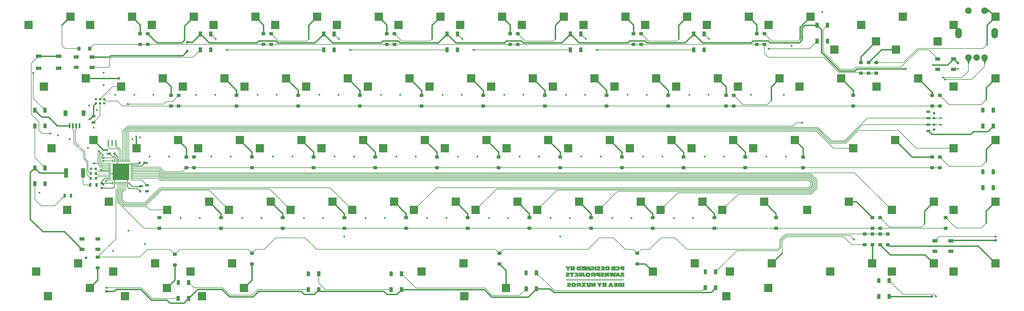
<source format=gbr>
G04 #@! TF.GenerationSoftware,KiCad,Pcbnew,(5.1.10)-1*
G04 #@! TF.CreationDate,2021-10-07T10:14:28+07:00*
G04 #@! TF.ProjectId,averange65,61766572-616e-4676-9536-352e6b696361,rev?*
G04 #@! TF.SameCoordinates,Original*
G04 #@! TF.FileFunction,Copper,L2,Bot*
G04 #@! TF.FilePolarity,Positive*
%FSLAX46Y46*%
G04 Gerber Fmt 4.6, Leading zero omitted, Abs format (unit mm)*
G04 Created by KiCad (PCBNEW (5.1.10)-1) date 2021-10-07 10:14:28*
%MOMM*%
%LPD*%
G01*
G04 APERTURE LIST*
G04 #@! TA.AperFunction,EtchedComponent*
%ADD10C,0.010000*%
G04 #@! TD*
G04 #@! TA.AperFunction,SMDPad,CuDef*
%ADD11R,1.500000X1.000000*%
G04 #@! TD*
G04 #@! TA.AperFunction,SMDPad,CuDef*
%ADD12R,1.000000X1.500000*%
G04 #@! TD*
G04 #@! TA.AperFunction,SMDPad,CuDef*
%ADD13R,1.300000X0.700000*%
G04 #@! TD*
G04 #@! TA.AperFunction,SMDPad,CuDef*
%ADD14R,0.700000X1.300000*%
G04 #@! TD*
G04 #@! TA.AperFunction,SMDPad,CuDef*
%ADD15R,0.800000X0.950000*%
G04 #@! TD*
G04 #@! TA.AperFunction,SMDPad,CuDef*
%ADD16R,0.750000X0.800000*%
G04 #@! TD*
G04 #@! TA.AperFunction,SMDPad,CuDef*
%ADD17R,0.800000X0.750000*%
G04 #@! TD*
G04 #@! TA.AperFunction,SMDPad,CuDef*
%ADD18R,0.400000X1.900000*%
G04 #@! TD*
G04 #@! TA.AperFunction,SMDPad,CuDef*
%ADD19R,2.550000X2.500000*%
G04 #@! TD*
G04 #@! TA.AperFunction,SMDPad,CuDef*
%ADD20R,1.800000X1.100000*%
G04 #@! TD*
G04 #@! TA.AperFunction,SMDPad,CuDef*
%ADD21R,1.190000X3.000000*%
G04 #@! TD*
G04 #@! TA.AperFunction,ConnectorPad*
%ADD22C,0.787400*%
G04 #@! TD*
G04 #@! TA.AperFunction,SMDPad,CuDef*
%ADD23R,1.200000X1.800000*%
G04 #@! TD*
G04 #@! TA.AperFunction,SMDPad,CuDef*
%ADD24R,0.600000X1.550000*%
G04 #@! TD*
G04 #@! TA.AperFunction,ComponentPad*
%ADD25C,2.000000*%
G04 #@! TD*
G04 #@! TA.AperFunction,ComponentPad*
%ADD26O,2.000000X3.200000*%
G04 #@! TD*
G04 #@! TA.AperFunction,SMDPad,CuDef*
%ADD27R,5.150000X5.150000*%
G04 #@! TD*
G04 #@! TA.AperFunction,ViaPad*
%ADD28C,0.600000*%
G04 #@! TD*
G04 #@! TA.AperFunction,ViaPad*
%ADD29C,0.800000*%
G04 #@! TD*
G04 #@! TA.AperFunction,Conductor*
%ADD30C,0.250000*%
G04 #@! TD*
G04 #@! TA.AperFunction,Conductor*
%ADD31C,0.400000*%
G04 #@! TD*
G04 #@! TA.AperFunction,Conductor*
%ADD32C,0.200000*%
G04 #@! TD*
G04 #@! TA.AperFunction,Conductor*
%ADD33C,0.025400*%
G04 #@! TD*
G04 #@! TA.AperFunction,Conductor*
%ADD34C,0.100000*%
G04 #@! TD*
G04 APERTURE END LIST*
D10*
G36*
X175431677Y-125461248D02*
G01*
X175427023Y-125633070D01*
X175419859Y-125760579D01*
X175408283Y-125850259D01*
X175390397Y-125908593D01*
X175364301Y-125942066D01*
X175328093Y-125957160D01*
X175285411Y-125960390D01*
X175240755Y-125957553D01*
X175207773Y-125944612D01*
X175184707Y-125914920D01*
X175169800Y-125861828D01*
X175161293Y-125778690D01*
X175157428Y-125658859D01*
X175156449Y-125495686D01*
X175156441Y-125472710D01*
X175156441Y-125045990D01*
X174618928Y-125045990D01*
X174627335Y-125496840D01*
X174632429Y-125690414D01*
X174641284Y-125840521D01*
X174656439Y-125954476D01*
X174680432Y-126039598D01*
X174715803Y-126103203D01*
X174765090Y-126152608D01*
X174830832Y-126195130D01*
X174878214Y-126219877D01*
X175017032Y-126269528D01*
X175183956Y-126299217D01*
X175359498Y-126306743D01*
X175514506Y-126291724D01*
X175671259Y-126246386D01*
X175791264Y-126175358D01*
X175825667Y-126142471D01*
X175866189Y-126088598D01*
X175896503Y-126023654D01*
X175917955Y-125939912D01*
X175931895Y-125829644D01*
X175939669Y-125685124D01*
X175942627Y-125498623D01*
X175942727Y-125471440D01*
X175943841Y-125045990D01*
X175440212Y-125045990D01*
X175431677Y-125461248D01*
G37*
X175431677Y-125461248D02*
X175427023Y-125633070D01*
X175419859Y-125760579D01*
X175408283Y-125850259D01*
X175390397Y-125908593D01*
X175364301Y-125942066D01*
X175328093Y-125957160D01*
X175285411Y-125960390D01*
X175240755Y-125957553D01*
X175207773Y-125944612D01*
X175184707Y-125914920D01*
X175169800Y-125861828D01*
X175161293Y-125778690D01*
X175157428Y-125658859D01*
X175156449Y-125495686D01*
X175156441Y-125472710D01*
X175156441Y-125045990D01*
X174618928Y-125045990D01*
X174627335Y-125496840D01*
X174632429Y-125690414D01*
X174641284Y-125840521D01*
X174656439Y-125954476D01*
X174680432Y-126039598D01*
X174715803Y-126103203D01*
X174765090Y-126152608D01*
X174830832Y-126195130D01*
X174878214Y-126219877D01*
X175017032Y-126269528D01*
X175183956Y-126299217D01*
X175359498Y-126306743D01*
X175514506Y-126291724D01*
X175671259Y-126246386D01*
X175791264Y-126175358D01*
X175825667Y-126142471D01*
X175866189Y-126088598D01*
X175896503Y-126023654D01*
X175917955Y-125939912D01*
X175931895Y-125829644D01*
X175939669Y-125685124D01*
X175942627Y-125498623D01*
X175942727Y-125471440D01*
X175943841Y-125045990D01*
X175440212Y-125045990D01*
X175431677Y-125461248D01*
G36*
X170451751Y-125052316D02*
G01*
X170284917Y-125090826D01*
X170153062Y-125157554D01*
X170051303Y-125254582D01*
X170009189Y-125316801D01*
X169959223Y-125439443D01*
X169930871Y-125589017D01*
X169926209Y-125745562D01*
X169947311Y-125889117D01*
X169949055Y-125895508D01*
X170007168Y-126024883D01*
X170099227Y-126141163D01*
X170211591Y-126228690D01*
X170260011Y-126252487D01*
X170365176Y-126281440D01*
X170501401Y-126300029D01*
X170649846Y-126307408D01*
X170791670Y-126302732D01*
X170908032Y-126285152D01*
X170919479Y-126282110D01*
X171082698Y-126215075D01*
X171206421Y-126116902D01*
X171291415Y-125986507D01*
X171338443Y-125822811D01*
X171349264Y-125674059D01*
X171347335Y-125653108D01*
X170832646Y-125653108D01*
X170825428Y-125765872D01*
X170797079Y-125864671D01*
X170752054Y-125942698D01*
X170694807Y-125993144D01*
X170629794Y-126009204D01*
X170561469Y-125984070D01*
X170534288Y-125961036D01*
X170490262Y-125901501D01*
X170465745Y-125824337D01*
X170458282Y-125717911D01*
X170461986Y-125618274D01*
X170481153Y-125488643D01*
X170520576Y-125403281D01*
X170582329Y-125359023D01*
X170637364Y-125350790D01*
X170714885Y-125368783D01*
X170771741Y-125426132D01*
X170812831Y-125527887D01*
X170814279Y-125533185D01*
X170832646Y-125653108D01*
X171347335Y-125653108D01*
X171331569Y-125481954D01*
X171278044Y-125325246D01*
X171188031Y-125203333D01*
X171060871Y-125115609D01*
X170895906Y-125061469D01*
X170692477Y-125040309D01*
X170658447Y-125039942D01*
X170451751Y-125052316D01*
G37*
X170451751Y-125052316D02*
X170284917Y-125090826D01*
X170153062Y-125157554D01*
X170051303Y-125254582D01*
X170009189Y-125316801D01*
X169959223Y-125439443D01*
X169930871Y-125589017D01*
X169926209Y-125745562D01*
X169947311Y-125889117D01*
X169949055Y-125895508D01*
X170007168Y-126024883D01*
X170099227Y-126141163D01*
X170211591Y-126228690D01*
X170260011Y-126252487D01*
X170365176Y-126281440D01*
X170501401Y-126300029D01*
X170649846Y-126307408D01*
X170791670Y-126302732D01*
X170908032Y-126285152D01*
X170919479Y-126282110D01*
X171082698Y-126215075D01*
X171206421Y-126116902D01*
X171291415Y-125986507D01*
X171338443Y-125822811D01*
X171349264Y-125674059D01*
X171347335Y-125653108D01*
X170832646Y-125653108D01*
X170825428Y-125765872D01*
X170797079Y-125864671D01*
X170752054Y-125942698D01*
X170694807Y-125993144D01*
X170629794Y-126009204D01*
X170561469Y-125984070D01*
X170534288Y-125961036D01*
X170490262Y-125901501D01*
X170465745Y-125824337D01*
X170458282Y-125717911D01*
X170461986Y-125618274D01*
X170481153Y-125488643D01*
X170520576Y-125403281D01*
X170582329Y-125359023D01*
X170637364Y-125350790D01*
X170714885Y-125368783D01*
X170771741Y-125426132D01*
X170812831Y-125527887D01*
X170814279Y-125533185D01*
X170832646Y-125653108D01*
X171347335Y-125653108D01*
X171331569Y-125481954D01*
X171278044Y-125325246D01*
X171188031Y-125203333D01*
X171060871Y-125115609D01*
X170895906Y-125061469D01*
X170692477Y-125040309D01*
X170658447Y-125039942D01*
X170451751Y-125052316D01*
G36*
X185748241Y-126265190D02*
G01*
X186256241Y-126265190D01*
X186256241Y-125045990D01*
X185748241Y-125045990D01*
X185748241Y-126265190D01*
G37*
X185748241Y-126265190D02*
X186256241Y-126265190D01*
X186256241Y-125045990D01*
X185748241Y-125045990D01*
X185748241Y-126265190D01*
G36*
X184982373Y-125052173D02*
G01*
X184777465Y-125072392D01*
X184614281Y-125109146D01*
X184488944Y-125164938D01*
X184397579Y-125242268D01*
X184336312Y-125343637D01*
X184301267Y-125471546D01*
X184288568Y-125628497D01*
X184288351Y-125655590D01*
X184301542Y-125835551D01*
X184343766Y-125977483D01*
X184419002Y-126087550D01*
X184531225Y-126171913D01*
X184657557Y-126227624D01*
X184720744Y-126243507D01*
X184810609Y-126254680D01*
X184934063Y-126261628D01*
X185098015Y-126264836D01*
X185192635Y-126265190D01*
X185621241Y-126265190D01*
X185621241Y-125934990D01*
X185087841Y-125934990D01*
X184992591Y-125934601D01*
X184920754Y-125928926D01*
X184868534Y-125915504D01*
X184863755Y-125912916D01*
X184828584Y-125864694D01*
X184805895Y-125782657D01*
X184796347Y-125682395D01*
X184800594Y-125579497D01*
X184819294Y-125489552D01*
X184843795Y-125439150D01*
X184886641Y-125410172D01*
X184956931Y-125387934D01*
X184980783Y-125383860D01*
X185087841Y-125369501D01*
X185087841Y-125934990D01*
X185621241Y-125934990D01*
X185621241Y-125045990D01*
X185232878Y-125045990D01*
X184982373Y-125052173D01*
G37*
X184982373Y-125052173D02*
X184777465Y-125072392D01*
X184614281Y-125109146D01*
X184488944Y-125164938D01*
X184397579Y-125242268D01*
X184336312Y-125343637D01*
X184301267Y-125471546D01*
X184288568Y-125628497D01*
X184288351Y-125655590D01*
X184301542Y-125835551D01*
X184343766Y-125977483D01*
X184419002Y-126087550D01*
X184531225Y-126171913D01*
X184657557Y-126227624D01*
X184720744Y-126243507D01*
X184810609Y-126254680D01*
X184934063Y-126261628D01*
X185098015Y-126264836D01*
X185192635Y-126265190D01*
X185621241Y-126265190D01*
X185621241Y-125934990D01*
X185087841Y-125934990D01*
X184992591Y-125934601D01*
X184920754Y-125928926D01*
X184868534Y-125915504D01*
X184863755Y-125912916D01*
X184828584Y-125864694D01*
X184805895Y-125782657D01*
X184796347Y-125682395D01*
X184800594Y-125579497D01*
X184819294Y-125489552D01*
X184843795Y-125439150D01*
X184886641Y-125410172D01*
X184956931Y-125387934D01*
X184980783Y-125383860D01*
X185087841Y-125369501D01*
X185087841Y-125934990D01*
X185621241Y-125934990D01*
X185621241Y-125045990D01*
X185232878Y-125045990D01*
X184982373Y-125052173D01*
G36*
X183032428Y-125178030D02*
G01*
X183063322Y-125254465D01*
X183087663Y-125311220D01*
X183097057Y-125330430D01*
X183125988Y-125338500D01*
X183195073Y-125345058D01*
X183293672Y-125349387D01*
X183400241Y-125350790D01*
X183690841Y-125350790D01*
X183690841Y-125503190D01*
X183132041Y-125503190D01*
X183132041Y-125782590D01*
X183690841Y-125782590D01*
X183690841Y-125958777D01*
X183396370Y-125965933D01*
X183101899Y-125973090D01*
X183042526Y-126119140D01*
X182983152Y-126265190D01*
X184122641Y-126265190D01*
X184122641Y-125045990D01*
X182980383Y-125045990D01*
X183032428Y-125178030D01*
G37*
X183032428Y-125178030D02*
X183063322Y-125254465D01*
X183087663Y-125311220D01*
X183097057Y-125330430D01*
X183125988Y-125338500D01*
X183195073Y-125345058D01*
X183293672Y-125349387D01*
X183400241Y-125350790D01*
X183690841Y-125350790D01*
X183690841Y-125503190D01*
X183132041Y-125503190D01*
X183132041Y-125782590D01*
X183690841Y-125782590D01*
X183690841Y-125958777D01*
X183396370Y-125965933D01*
X183101899Y-125973090D01*
X183042526Y-126119140D01*
X182983152Y-126265190D01*
X184122641Y-126265190D01*
X184122641Y-125045990D01*
X182980383Y-125045990D01*
X183032428Y-125178030D01*
G36*
X181606149Y-125661940D02*
G01*
X181387332Y-126265190D01*
X181851836Y-126265190D01*
X181916130Y-126087390D01*
X182315302Y-126087390D01*
X182344641Y-126176290D01*
X182373981Y-126265190D01*
X182600611Y-126265190D01*
X182700805Y-126263204D01*
X182778331Y-126257890D01*
X182821807Y-126250208D01*
X182827241Y-126246044D01*
X182818921Y-126217795D01*
X182795537Y-126148569D01*
X182759456Y-126045109D01*
X182713045Y-125914155D01*
X182669275Y-125792032D01*
X182210917Y-125792032D01*
X182182102Y-125805048D01*
X182119004Y-125807990D01*
X182049427Y-125801429D01*
X182015857Y-125783924D01*
X182014441Y-125778472D01*
X182021783Y-125734727D01*
X182040238Y-125667518D01*
X182064448Y-125592799D01*
X182089055Y-125526524D01*
X182108704Y-125484645D01*
X182115412Y-125477790D01*
X182130485Y-125499951D01*
X182151780Y-125556492D01*
X182164395Y-125598440D01*
X182186872Y-125679056D01*
X182205290Y-125744505D01*
X182210725Y-125763540D01*
X182210917Y-125792032D01*
X182669275Y-125792032D01*
X182658670Y-125762446D01*
X182615427Y-125642794D01*
X182403613Y-125058690D01*
X181824967Y-125058690D01*
X181606149Y-125661940D01*
G37*
X181606149Y-125661940D02*
X181387332Y-126265190D01*
X181851836Y-126265190D01*
X181916130Y-126087390D01*
X182315302Y-126087390D01*
X182344641Y-126176290D01*
X182373981Y-126265190D01*
X182600611Y-126265190D01*
X182700805Y-126263204D01*
X182778331Y-126257890D01*
X182821807Y-126250208D01*
X182827241Y-126246044D01*
X182818921Y-126217795D01*
X182795537Y-126148569D01*
X182759456Y-126045109D01*
X182713045Y-125914155D01*
X182669275Y-125792032D01*
X182210917Y-125792032D01*
X182182102Y-125805048D01*
X182119004Y-125807990D01*
X182049427Y-125801429D01*
X182015857Y-125783924D01*
X182014441Y-125778472D01*
X182021783Y-125734727D01*
X182040238Y-125667518D01*
X182064448Y-125592799D01*
X182089055Y-125526524D01*
X182108704Y-125484645D01*
X182115412Y-125477790D01*
X182130485Y-125499951D01*
X182151780Y-125556492D01*
X182164395Y-125598440D01*
X182186872Y-125679056D01*
X182205290Y-125744505D01*
X182210725Y-125763540D01*
X182210917Y-125792032D01*
X182669275Y-125792032D01*
X182658670Y-125762446D01*
X182615427Y-125642794D01*
X182403613Y-125058690D01*
X181824967Y-125058690D01*
X181606149Y-125661940D01*
G36*
X180280891Y-125050214D02*
G01*
X180095424Y-125053924D01*
X179952958Y-125058905D01*
X179845698Y-125066610D01*
X179765847Y-125078495D01*
X179705607Y-125096016D01*
X179657182Y-125120628D01*
X179612773Y-125153787D01*
X179582391Y-125180591D01*
X179539347Y-125246281D01*
X179521543Y-125331558D01*
X179526402Y-125423181D01*
X179551349Y-125507909D01*
X179593805Y-125572501D01*
X179651194Y-125603714D01*
X179664941Y-125604790D01*
X179700181Y-125613887D01*
X179693195Y-125636224D01*
X179648161Y-125664365D01*
X179626397Y-125673382D01*
X179558648Y-125722950D01*
X179505627Y-125805985D01*
X179476954Y-125905413D01*
X179474441Y-125943117D01*
X179497282Y-126032149D01*
X179558248Y-126119139D01*
X179646002Y-126190454D01*
X179703740Y-126218893D01*
X179754522Y-126234875D01*
X179816868Y-126246655D01*
X179898918Y-126254840D01*
X180008814Y-126260037D01*
X180154700Y-126262852D01*
X180306291Y-126263808D01*
X180795241Y-126265190D01*
X180795241Y-125757190D01*
X180287241Y-125757190D01*
X180287241Y-125985790D01*
X180165321Y-125985790D01*
X180086843Y-125979780D01*
X180027956Y-125964564D01*
X180012921Y-125955310D01*
X179985060Y-125898124D01*
X179990869Y-125833616D01*
X180027757Y-125785674D01*
X180031572Y-125783483D01*
X180088584Y-125766368D01*
X180166953Y-125757523D01*
X180183972Y-125757190D01*
X180287241Y-125757190D01*
X180795241Y-125757190D01*
X180795241Y-125531373D01*
X180287241Y-125531373D01*
X180169193Y-125523631D01*
X180072142Y-125506149D01*
X180023273Y-125471440D01*
X180007711Y-125412925D01*
X180038220Y-125367197D01*
X180110873Y-125338054D01*
X180169193Y-125330348D01*
X180287241Y-125322606D01*
X180287241Y-125531373D01*
X180795241Y-125531373D01*
X180795241Y-125041474D01*
X180280891Y-125050214D01*
G37*
X180280891Y-125050214D02*
X180095424Y-125053924D01*
X179952958Y-125058905D01*
X179845698Y-125066610D01*
X179765847Y-125078495D01*
X179705607Y-125096016D01*
X179657182Y-125120628D01*
X179612773Y-125153787D01*
X179582391Y-125180591D01*
X179539347Y-125246281D01*
X179521543Y-125331558D01*
X179526402Y-125423181D01*
X179551349Y-125507909D01*
X179593805Y-125572501D01*
X179651194Y-125603714D01*
X179664941Y-125604790D01*
X179700181Y-125613887D01*
X179693195Y-125636224D01*
X179648161Y-125664365D01*
X179626397Y-125673382D01*
X179558648Y-125722950D01*
X179505627Y-125805985D01*
X179476954Y-125905413D01*
X179474441Y-125943117D01*
X179497282Y-126032149D01*
X179558248Y-126119139D01*
X179646002Y-126190454D01*
X179703740Y-126218893D01*
X179754522Y-126234875D01*
X179816868Y-126246655D01*
X179898918Y-126254840D01*
X180008814Y-126260037D01*
X180154700Y-126262852D01*
X180306291Y-126263808D01*
X180795241Y-126265190D01*
X180795241Y-125757190D01*
X180287241Y-125757190D01*
X180287241Y-125985790D01*
X180165321Y-125985790D01*
X180086843Y-125979780D01*
X180027956Y-125964564D01*
X180012921Y-125955310D01*
X179985060Y-125898124D01*
X179990869Y-125833616D01*
X180027757Y-125785674D01*
X180031572Y-125783483D01*
X180088584Y-125766368D01*
X180166953Y-125757523D01*
X180183972Y-125757190D01*
X180287241Y-125757190D01*
X180795241Y-125757190D01*
X180795241Y-125531373D01*
X180287241Y-125531373D01*
X180169193Y-125523631D01*
X180072142Y-125506149D01*
X180023273Y-125471440D01*
X180007711Y-125412925D01*
X180038220Y-125367197D01*
X180110873Y-125338054D01*
X180169193Y-125330348D01*
X180287241Y-125322606D01*
X180287241Y-125531373D01*
X180795241Y-125531373D01*
X180795241Y-125041474D01*
X180280891Y-125050214D01*
G36*
X178714042Y-125204740D02*
G01*
X178674719Y-125293321D01*
X178642414Y-125369307D01*
X178625033Y-125413779D01*
X178612479Y-125428242D01*
X178593062Y-125408502D01*
X178563644Y-125349687D01*
X178526848Y-125261379D01*
X178445741Y-125058690D01*
X178198091Y-125051420D01*
X178092965Y-125049766D01*
X178009993Y-125051187D01*
X177960051Y-125055341D01*
X177950441Y-125059205D01*
X177961897Y-125085367D01*
X177993709Y-125148797D01*
X178042044Y-125242090D01*
X178103071Y-125357842D01*
X178166341Y-125476335D01*
X178382241Y-125878410D01*
X178382241Y-126265190D01*
X178890241Y-126265190D01*
X178890241Y-125857758D01*
X179341815Y-125045990D01*
X178785973Y-125045990D01*
X178714042Y-125204740D01*
G37*
X178714042Y-125204740D02*
X178674719Y-125293321D01*
X178642414Y-125369307D01*
X178625033Y-125413779D01*
X178612479Y-125428242D01*
X178593062Y-125408502D01*
X178563644Y-125349687D01*
X178526848Y-125261379D01*
X178445741Y-125058690D01*
X178198091Y-125051420D01*
X178092965Y-125049766D01*
X178009993Y-125051187D01*
X177960051Y-125055341D01*
X177950441Y-125059205D01*
X177961897Y-125085367D01*
X177993709Y-125148797D01*
X178042044Y-125242090D01*
X178103071Y-125357842D01*
X178166341Y-125476335D01*
X178382241Y-125878410D01*
X178382241Y-126265190D01*
X178890241Y-126265190D01*
X178890241Y-125857758D01*
X179341815Y-125045990D01*
X178785973Y-125045990D01*
X178714042Y-125204740D01*
G36*
X177096284Y-125051480D02*
G01*
X176826326Y-125058690D01*
X176683534Y-125342253D01*
X176628346Y-125450115D01*
X176580969Y-125539468D01*
X176546151Y-125601585D01*
X176528642Y-125627738D01*
X176528041Y-125628037D01*
X176523739Y-125605236D01*
X176521549Y-125541589D01*
X176521614Y-125447009D01*
X176523877Y-125338123D01*
X176532413Y-125045990D01*
X176070841Y-125045990D01*
X176070841Y-126265190D01*
X176616941Y-126264312D01*
X176932735Y-125668290D01*
X176934441Y-126265190D01*
X177366241Y-126265190D01*
X177366241Y-125044271D01*
X177096284Y-125051480D01*
G37*
X177096284Y-125051480D02*
X176826326Y-125058690D01*
X176683534Y-125342253D01*
X176628346Y-125450115D01*
X176580969Y-125539468D01*
X176546151Y-125601585D01*
X176528642Y-125627738D01*
X176528041Y-125628037D01*
X176523739Y-125605236D01*
X176521549Y-125541589D01*
X176521614Y-125447009D01*
X176523877Y-125338123D01*
X176532413Y-125045990D01*
X176070841Y-125045990D01*
X176070841Y-126265190D01*
X176616941Y-126264312D01*
X176932735Y-125668290D01*
X176934441Y-126265190D01*
X177366241Y-126265190D01*
X177366241Y-125044271D01*
X177096284Y-125051480D01*
G36*
X173252087Y-125324730D02*
G01*
X173326237Y-125427835D01*
X173388205Y-125516031D01*
X173432498Y-125581345D01*
X173453622Y-125615803D01*
X173454641Y-125618739D01*
X173440888Y-125644048D01*
X173403182Y-125702805D01*
X173346857Y-125786947D01*
X173277245Y-125888412D01*
X173256783Y-125917848D01*
X173182565Y-126024582D01*
X173118024Y-126117889D01*
X173069164Y-126189055D01*
X173041988Y-126229365D01*
X173039384Y-126233440D01*
X173041723Y-126247397D01*
X173073143Y-126256786D01*
X173139835Y-126262297D01*
X173247986Y-126264625D01*
X173319792Y-126264811D01*
X173619741Y-126264432D01*
X173708641Y-126112790D01*
X173754528Y-126037454D01*
X173790803Y-125983293D01*
X173809907Y-125961559D01*
X173810241Y-125961524D01*
X173828215Y-125982040D01*
X173863340Y-126035565D01*
X173908137Y-126110677D01*
X173909782Y-126113545D01*
X173996622Y-126265190D01*
X174235131Y-126265190D01*
X174349562Y-126263660D01*
X174419845Y-126258437D01*
X174452557Y-126248569D01*
X174454482Y-126233440D01*
X174432248Y-126200427D01*
X174387443Y-126136523D01*
X174327296Y-126051977D01*
X174279784Y-125985790D01*
X174209504Y-125887627D01*
X174145927Y-125797738D01*
X174097848Y-125728610D01*
X174079474Y-125701341D01*
X174034705Y-125632793D01*
X174218579Y-125371141D01*
X174290792Y-125268620D01*
X174353818Y-125179585D01*
X174401142Y-125113209D01*
X174426249Y-125078664D01*
X174426957Y-125077740D01*
X174427393Y-125063889D01*
X174399361Y-125054517D01*
X174336654Y-125048915D01*
X174233066Y-125046370D01*
X174149902Y-125046015D01*
X173848341Y-125046041D01*
X173777026Y-125173015D01*
X173736684Y-125241587D01*
X173706059Y-125287691D01*
X173694241Y-125299990D01*
X173675922Y-125280182D01*
X173640167Y-125228837D01*
X173604628Y-125172990D01*
X173526484Y-125045990D01*
X173049532Y-125045990D01*
X173252087Y-125324730D01*
G37*
X173252087Y-125324730D02*
X173326237Y-125427835D01*
X173388205Y-125516031D01*
X173432498Y-125581345D01*
X173453622Y-125615803D01*
X173454641Y-125618739D01*
X173440888Y-125644048D01*
X173403182Y-125702805D01*
X173346857Y-125786947D01*
X173277245Y-125888412D01*
X173256783Y-125917848D01*
X173182565Y-126024582D01*
X173118024Y-126117889D01*
X173069164Y-126189055D01*
X173041988Y-126229365D01*
X173039384Y-126233440D01*
X173041723Y-126247397D01*
X173073143Y-126256786D01*
X173139835Y-126262297D01*
X173247986Y-126264625D01*
X173319792Y-126264811D01*
X173619741Y-126264432D01*
X173708641Y-126112790D01*
X173754528Y-126037454D01*
X173790803Y-125983293D01*
X173809907Y-125961559D01*
X173810241Y-125961524D01*
X173828215Y-125982040D01*
X173863340Y-126035565D01*
X173908137Y-126110677D01*
X173909782Y-126113545D01*
X173996622Y-126265190D01*
X174235131Y-126265190D01*
X174349562Y-126263660D01*
X174419845Y-126258437D01*
X174452557Y-126248569D01*
X174454482Y-126233440D01*
X174432248Y-126200427D01*
X174387443Y-126136523D01*
X174327296Y-126051977D01*
X174279784Y-125985790D01*
X174209504Y-125887627D01*
X174145927Y-125797738D01*
X174097848Y-125728610D01*
X174079474Y-125701341D01*
X174034705Y-125632793D01*
X174218579Y-125371141D01*
X174290792Y-125268620D01*
X174353818Y-125179585D01*
X174401142Y-125113209D01*
X174426249Y-125078664D01*
X174426957Y-125077740D01*
X174427393Y-125063889D01*
X174399361Y-125054517D01*
X174336654Y-125048915D01*
X174233066Y-125046370D01*
X174149902Y-125046015D01*
X173848341Y-125046041D01*
X173777026Y-125173015D01*
X173736684Y-125241587D01*
X173706059Y-125287691D01*
X173694241Y-125299990D01*
X173675922Y-125280182D01*
X173640167Y-125228837D01*
X173604628Y-125172990D01*
X173526484Y-125045990D01*
X173049532Y-125045990D01*
X173252087Y-125324730D01*
G36*
X172343391Y-125050367D02*
G01*
X172157048Y-125054172D01*
X172014528Y-125058929D01*
X171908857Y-125065220D01*
X171833061Y-125073630D01*
X171780164Y-125084740D01*
X171743191Y-125099133D01*
X171740082Y-125100787D01*
X171648408Y-125162118D01*
X171592418Y-125233322D01*
X171563214Y-125329301D01*
X171554398Y-125411756D01*
X171559884Y-125561929D01*
X171597341Y-125675194D01*
X171666159Y-125749903D01*
X171683254Y-125759877D01*
X171729269Y-125784685D01*
X171748062Y-125796067D01*
X171740224Y-125819661D01*
X171712691Y-125877734D01*
X171670343Y-125960301D01*
X171640112Y-126016964D01*
X171590209Y-126111013D01*
X171551090Y-126188076D01*
X171528092Y-126237461D01*
X171524241Y-126249147D01*
X171547791Y-126256080D01*
X171611146Y-126260207D01*
X171703366Y-126261051D01*
X171768841Y-126259759D01*
X172013440Y-126252490D01*
X172167068Y-125858790D01*
X172438641Y-125858790D01*
X172438641Y-126265190D01*
X172870441Y-126265190D01*
X172870441Y-125350790D01*
X172438641Y-125350790D01*
X172438641Y-125579390D01*
X172240521Y-125579390D01*
X172128980Y-125575365D01*
X172048943Y-125564180D01*
X172011921Y-125548910D01*
X171984060Y-125491724D01*
X171989869Y-125427216D01*
X172026757Y-125379274D01*
X172030572Y-125377083D01*
X172080051Y-125363815D01*
X172162413Y-125354365D01*
X172259172Y-125350790D01*
X172438641Y-125350790D01*
X172870441Y-125350790D01*
X172870441Y-125041550D01*
X172343391Y-125050367D01*
G37*
X172343391Y-125050367D02*
X172157048Y-125054172D01*
X172014528Y-125058929D01*
X171908857Y-125065220D01*
X171833061Y-125073630D01*
X171780164Y-125084740D01*
X171743191Y-125099133D01*
X171740082Y-125100787D01*
X171648408Y-125162118D01*
X171592418Y-125233322D01*
X171563214Y-125329301D01*
X171554398Y-125411756D01*
X171559884Y-125561929D01*
X171597341Y-125675194D01*
X171666159Y-125749903D01*
X171683254Y-125759877D01*
X171729269Y-125784685D01*
X171748062Y-125796067D01*
X171740224Y-125819661D01*
X171712691Y-125877734D01*
X171670343Y-125960301D01*
X171640112Y-126016964D01*
X171590209Y-126111013D01*
X171551090Y-126188076D01*
X171528092Y-126237461D01*
X171524241Y-126249147D01*
X171547791Y-126256080D01*
X171611146Y-126260207D01*
X171703366Y-126261051D01*
X171768841Y-126259759D01*
X172013440Y-126252490D01*
X172167068Y-125858790D01*
X172438641Y-125858790D01*
X172438641Y-126265190D01*
X172870441Y-126265190D01*
X172870441Y-125350790D01*
X172438641Y-125350790D01*
X172438641Y-125579390D01*
X172240521Y-125579390D01*
X172128980Y-125575365D01*
X172048943Y-125564180D01*
X172011921Y-125548910D01*
X171984060Y-125491724D01*
X171989869Y-125427216D01*
X172026757Y-125379274D01*
X172030572Y-125377083D01*
X172080051Y-125363815D01*
X172162413Y-125354365D01*
X172259172Y-125350790D01*
X172438641Y-125350790D01*
X172870441Y-125350790D01*
X172870441Y-125041550D01*
X172343391Y-125050367D01*
G36*
X168925284Y-125046481D02*
G01*
X168807379Y-125047841D01*
X168717713Y-125049895D01*
X168664761Y-125052469D01*
X168654041Y-125054375D01*
X168662847Y-125080372D01*
X168685832Y-125139979D01*
X168715128Y-125213125D01*
X168776215Y-125363490D01*
X169301741Y-125388890D01*
X169301741Y-125541290D01*
X169073141Y-125555896D01*
X168933938Y-125568370D01*
X168834821Y-125587431D01*
X168765164Y-125616745D01*
X168714336Y-125659977D01*
X168693444Y-125686838D01*
X168666645Y-125757071D01*
X168655318Y-125856190D01*
X168659506Y-125964679D01*
X168679252Y-126063023D01*
X168692552Y-126097367D01*
X168723644Y-126153695D01*
X168761032Y-126195928D01*
X168812050Y-126226051D01*
X168884030Y-126246052D01*
X168984305Y-126257917D01*
X169120209Y-126263632D01*
X169299074Y-126265185D01*
X169312011Y-126265190D01*
X169746241Y-126265190D01*
X169746241Y-125960390D01*
X169431852Y-125960390D01*
X169294306Y-125959230D01*
X169198940Y-125955088D01*
X169137175Y-125946973D01*
X169100429Y-125933891D01*
X169084075Y-125920160D01*
X169064427Y-125871121D01*
X169077252Y-125837610D01*
X169101764Y-125816337D01*
X169150002Y-125801238D01*
X169231051Y-125790482D01*
X169351092Y-125782390D01*
X169465764Y-125775629D01*
X169541991Y-125767331D01*
X169592083Y-125753872D01*
X169628351Y-125731629D01*
X169663107Y-125696980D01*
X169670942Y-125688263D01*
X169738017Y-125579027D01*
X169767332Y-125453136D01*
X169758150Y-125325545D01*
X169709732Y-125211208D01*
X169695465Y-125191488D01*
X169649162Y-125140786D01*
X169595917Y-125103145D01*
X169527721Y-125076723D01*
X169436564Y-125059677D01*
X169314437Y-125050165D01*
X169153331Y-125046343D01*
X169062953Y-125045990D01*
X168925284Y-125046481D01*
G37*
X168925284Y-125046481D02*
X168807379Y-125047841D01*
X168717713Y-125049895D01*
X168664761Y-125052469D01*
X168654041Y-125054375D01*
X168662847Y-125080372D01*
X168685832Y-125139979D01*
X168715128Y-125213125D01*
X168776215Y-125363490D01*
X169301741Y-125388890D01*
X169301741Y-125541290D01*
X169073141Y-125555896D01*
X168933938Y-125568370D01*
X168834821Y-125587431D01*
X168765164Y-125616745D01*
X168714336Y-125659977D01*
X168693444Y-125686838D01*
X168666645Y-125757071D01*
X168655318Y-125856190D01*
X168659506Y-125964679D01*
X168679252Y-126063023D01*
X168692552Y-126097367D01*
X168723644Y-126153695D01*
X168761032Y-126195928D01*
X168812050Y-126226051D01*
X168884030Y-126246052D01*
X168984305Y-126257917D01*
X169120209Y-126263632D01*
X169299074Y-126265185D01*
X169312011Y-126265190D01*
X169746241Y-126265190D01*
X169746241Y-125960390D01*
X169431852Y-125960390D01*
X169294306Y-125959230D01*
X169198940Y-125955088D01*
X169137175Y-125946973D01*
X169100429Y-125933891D01*
X169084075Y-125920160D01*
X169064427Y-125871121D01*
X169077252Y-125837610D01*
X169101764Y-125816337D01*
X169150002Y-125801238D01*
X169231051Y-125790482D01*
X169351092Y-125782390D01*
X169465764Y-125775629D01*
X169541991Y-125767331D01*
X169592083Y-125753872D01*
X169628351Y-125731629D01*
X169663107Y-125696980D01*
X169670942Y-125688263D01*
X169738017Y-125579027D01*
X169767332Y-125453136D01*
X169758150Y-125325545D01*
X169709732Y-125211208D01*
X169695465Y-125191488D01*
X169649162Y-125140786D01*
X169595917Y-125103145D01*
X169527721Y-125076723D01*
X169436564Y-125059677D01*
X169314437Y-125050165D01*
X169153331Y-125046343D01*
X169062953Y-125045990D01*
X168925284Y-125046481D01*
G36*
X168374641Y-124233190D02*
G01*
X186103841Y-124233190D01*
X186103841Y-124029990D01*
X168374641Y-124029990D01*
X168374641Y-124233190D01*
G37*
X168374641Y-124233190D02*
X186103841Y-124233190D01*
X186103841Y-124029990D01*
X168374641Y-124029990D01*
X168374641Y-124233190D01*
G36*
X174875853Y-121906121D02*
G01*
X174722641Y-121937127D01*
X174599092Y-121992128D01*
X174498160Y-122072071D01*
X174422696Y-122167462D01*
X174374234Y-122280608D01*
X174349380Y-122422265D01*
X174344199Y-122559736D01*
X174362850Y-122746837D01*
X174418381Y-122899776D01*
X174511991Y-123020549D01*
X174644875Y-123111151D01*
X174686541Y-123130237D01*
X174784022Y-123157558D01*
X174913381Y-123175485D01*
X175056429Y-123183218D01*
X175194979Y-123179959D01*
X175310842Y-123164909D01*
X175335780Y-123158748D01*
X175505765Y-123091455D01*
X175634636Y-122996550D01*
X175723749Y-122871950D01*
X175774462Y-122715569D01*
X175788134Y-122525320D01*
X175786219Y-122480995D01*
X175251315Y-122480995D01*
X175250864Y-122622479D01*
X175224232Y-122740976D01*
X175174204Y-122826487D01*
X175148846Y-122848811D01*
X175088561Y-122881047D01*
X175036350Y-122877771D01*
X174974158Y-122836804D01*
X174961640Y-122826232D01*
X174924488Y-122789175D01*
X174902019Y-122747417D01*
X174889501Y-122686195D01*
X174882202Y-122590745D01*
X174881436Y-122575974D01*
X174885038Y-122417881D01*
X174914042Y-122303751D01*
X174968461Y-122233548D01*
X175015370Y-122211964D01*
X175106167Y-122207155D01*
X175174473Y-122245114D01*
X175221547Y-122327275D01*
X175248644Y-122455072D01*
X175251315Y-122480995D01*
X175786219Y-122480995D01*
X175785652Y-122467890D01*
X175766886Y-122320769D01*
X175727592Y-122205925D01*
X175660743Y-122106661D01*
X175611822Y-122054739D01*
X175513423Y-121980429D01*
X175391669Y-121930910D01*
X175238178Y-121903744D01*
X175067541Y-121896390D01*
X174875853Y-121906121D01*
G37*
X174875853Y-121906121D02*
X174722641Y-121937127D01*
X174599092Y-121992128D01*
X174498160Y-122072071D01*
X174422696Y-122167462D01*
X174374234Y-122280608D01*
X174349380Y-122422265D01*
X174344199Y-122559736D01*
X174362850Y-122746837D01*
X174418381Y-122899776D01*
X174511991Y-123020549D01*
X174644875Y-123111151D01*
X174686541Y-123130237D01*
X174784022Y-123157558D01*
X174913381Y-123175485D01*
X175056429Y-123183218D01*
X175194979Y-123179959D01*
X175310842Y-123164909D01*
X175335780Y-123158748D01*
X175505765Y-123091455D01*
X175634636Y-122996550D01*
X175723749Y-122871950D01*
X175774462Y-122715569D01*
X175788134Y-122525320D01*
X175786219Y-122480995D01*
X175251315Y-122480995D01*
X175250864Y-122622479D01*
X175224232Y-122740976D01*
X175174204Y-122826487D01*
X175148846Y-122848811D01*
X175088561Y-122881047D01*
X175036350Y-122877771D01*
X174974158Y-122836804D01*
X174961640Y-122826232D01*
X174924488Y-122789175D01*
X174902019Y-122747417D01*
X174889501Y-122686195D01*
X174882202Y-122590745D01*
X174881436Y-122575974D01*
X174885038Y-122417881D01*
X174914042Y-122303751D01*
X174968461Y-122233548D01*
X175015370Y-122211964D01*
X175106167Y-122207155D01*
X175174473Y-122245114D01*
X175221547Y-122327275D01*
X175248644Y-122455072D01*
X175251315Y-122480995D01*
X175786219Y-122480995D01*
X175785652Y-122467890D01*
X175766886Y-122320769D01*
X175727592Y-122205925D01*
X175660743Y-122106661D01*
X175611822Y-122054739D01*
X175513423Y-121980429D01*
X175391669Y-121930910D01*
X175238178Y-121903744D01*
X175067541Y-121896390D01*
X174875853Y-121906121D01*
G36*
X185186620Y-122067840D02*
G01*
X185256833Y-122239290D01*
X185799041Y-122253708D01*
X185799041Y-122328565D01*
X185795732Y-122367928D01*
X185780372Y-122395171D01*
X185744812Y-122412985D01*
X185680904Y-122424059D01*
X185580498Y-122431084D01*
X185475599Y-122435339D01*
X185368752Y-122440806D01*
X185298625Y-122450443D01*
X185251140Y-122468065D01*
X185212219Y-122497483D01*
X185199038Y-122510248D01*
X185141343Y-122601133D01*
X185116372Y-122714889D01*
X185122496Y-122836960D01*
X185158090Y-122952791D01*
X185221525Y-123047826D01*
X185263048Y-123082911D01*
X185296638Y-123103745D01*
X185331734Y-123118901D01*
X185376694Y-123129278D01*
X185439878Y-123135775D01*
X185529644Y-123139293D01*
X185654352Y-123140731D01*
X185802798Y-123140990D01*
X186256241Y-123140990D01*
X186256241Y-122836190D01*
X185943596Y-122836190D01*
X185785739Y-122833567D01*
X185672787Y-122824586D01*
X185599065Y-122807580D01*
X185558895Y-122780881D01*
X185546599Y-122742819D01*
X185548896Y-122720211D01*
X185558921Y-122696800D01*
X185584740Y-122680869D01*
X185635984Y-122669974D01*
X185722287Y-122661667D01*
X185799308Y-122656645D01*
X185911585Y-122647019D01*
X186010066Y-122633357D01*
X186079855Y-122617950D01*
X186098851Y-122610574D01*
X186176426Y-122541922D01*
X186229466Y-122441531D01*
X186255081Y-122323622D01*
X186250382Y-122202411D01*
X186212480Y-122092118D01*
X186206343Y-122081564D01*
X186161157Y-122018914D01*
X186107310Y-121971787D01*
X186037308Y-121938117D01*
X185943661Y-121915838D01*
X185818874Y-121902882D01*
X185655457Y-121897184D01*
X185534936Y-121896390D01*
X185116406Y-121896390D01*
X185186620Y-122067840D01*
G37*
X185186620Y-122067840D02*
X185256833Y-122239290D01*
X185799041Y-122253708D01*
X185799041Y-122328565D01*
X185795732Y-122367928D01*
X185780372Y-122395171D01*
X185744812Y-122412985D01*
X185680904Y-122424059D01*
X185580498Y-122431084D01*
X185475599Y-122435339D01*
X185368752Y-122440806D01*
X185298625Y-122450443D01*
X185251140Y-122468065D01*
X185212219Y-122497483D01*
X185199038Y-122510248D01*
X185141343Y-122601133D01*
X185116372Y-122714889D01*
X185122496Y-122836960D01*
X185158090Y-122952791D01*
X185221525Y-123047826D01*
X185263048Y-123082911D01*
X185296638Y-123103745D01*
X185331734Y-123118901D01*
X185376694Y-123129278D01*
X185439878Y-123135775D01*
X185529644Y-123139293D01*
X185654352Y-123140731D01*
X185802798Y-123140990D01*
X186256241Y-123140990D01*
X186256241Y-122836190D01*
X185943596Y-122836190D01*
X185785739Y-122833567D01*
X185672787Y-122824586D01*
X185599065Y-122807580D01*
X185558895Y-122780881D01*
X185546599Y-122742819D01*
X185548896Y-122720211D01*
X185558921Y-122696800D01*
X185584740Y-122680869D01*
X185635984Y-122669974D01*
X185722287Y-122661667D01*
X185799308Y-122656645D01*
X185911585Y-122647019D01*
X186010066Y-122633357D01*
X186079855Y-122617950D01*
X186098851Y-122610574D01*
X186176426Y-122541922D01*
X186229466Y-122441531D01*
X186255081Y-122323622D01*
X186250382Y-122202411D01*
X186212480Y-122092118D01*
X186206343Y-122081564D01*
X186161157Y-122018914D01*
X186107310Y-121971787D01*
X186037308Y-121938117D01*
X185943661Y-121915838D01*
X185818874Y-121902882D01*
X185655457Y-121897184D01*
X185534936Y-121896390D01*
X185116406Y-121896390D01*
X185186620Y-122067840D01*
G36*
X184301319Y-121901983D02*
G01*
X184008903Y-121909090D01*
X183890285Y-122239290D01*
X183834294Y-122395033D01*
X183772505Y-122566719D01*
X183712884Y-122732214D01*
X183668510Y-122855240D01*
X183565354Y-123140990D01*
X184042502Y-123140990D01*
X184071841Y-123052090D01*
X184101181Y-122963190D01*
X184506234Y-122963190D01*
X184543378Y-123052090D01*
X184580523Y-123140990D01*
X184811500Y-123140990D01*
X184925971Y-123139162D01*
X184996137Y-123133065D01*
X185028380Y-123121778D01*
X185031477Y-123109240D01*
X185020107Y-123077381D01*
X184993971Y-123004638D01*
X184955552Y-122897909D01*
X184907335Y-122764091D01*
X184869223Y-122658390D01*
X184422840Y-122658390D01*
X184310841Y-122658390D01*
X184243466Y-122654162D01*
X184203543Y-122643488D01*
X184198841Y-122637514D01*
X184206991Y-122598232D01*
X184227214Y-122531373D01*
X184253174Y-122455360D01*
X184278533Y-122388619D01*
X184296953Y-122349573D01*
X184298663Y-122347314D01*
X184314077Y-122359673D01*
X184338702Y-122410078D01*
X184367381Y-122487851D01*
X184369186Y-122493364D01*
X184422840Y-122658390D01*
X184869223Y-122658390D01*
X184851804Y-122610081D01*
X184807106Y-122486183D01*
X184593735Y-121894877D01*
X184301319Y-121901983D01*
G37*
X184301319Y-121901983D02*
X184008903Y-121909090D01*
X183890285Y-122239290D01*
X183834294Y-122395033D01*
X183772505Y-122566719D01*
X183712884Y-122732214D01*
X183668510Y-122855240D01*
X183565354Y-123140990D01*
X184042502Y-123140990D01*
X184071841Y-123052090D01*
X184101181Y-122963190D01*
X184506234Y-122963190D01*
X184543378Y-123052090D01*
X184580523Y-123140990D01*
X184811500Y-123140990D01*
X184925971Y-123139162D01*
X184996137Y-123133065D01*
X185028380Y-123121778D01*
X185031477Y-123109240D01*
X185020107Y-123077381D01*
X184993971Y-123004638D01*
X184955552Y-122897909D01*
X184907335Y-122764091D01*
X184869223Y-122658390D01*
X184422840Y-122658390D01*
X184310841Y-122658390D01*
X184243466Y-122654162D01*
X184203543Y-122643488D01*
X184198841Y-122637514D01*
X184206991Y-122598232D01*
X184227214Y-122531373D01*
X184253174Y-122455360D01*
X184278533Y-122388619D01*
X184296953Y-122349573D01*
X184298663Y-122347314D01*
X184314077Y-122359673D01*
X184338702Y-122410078D01*
X184367381Y-122487851D01*
X184369186Y-122493364D01*
X184422840Y-122658390D01*
X184869223Y-122658390D01*
X184851804Y-122610081D01*
X184807106Y-122486183D01*
X184593735Y-121894877D01*
X184301319Y-121901983D01*
G36*
X182424950Y-122016084D02*
G01*
X182408244Y-122101507D01*
X182388107Y-122214539D01*
X182368552Y-122332535D01*
X182366233Y-122347240D01*
X182349763Y-122442795D01*
X182334356Y-122515511D01*
X182322594Y-122553724D01*
X182319791Y-122556790D01*
X182310405Y-122533311D01*
X182294297Y-122469019D01*
X182273557Y-122373134D01*
X182250273Y-122254872D01*
X182244984Y-122226590D01*
X182183812Y-121896390D01*
X181918609Y-121896390D01*
X181794631Y-121897902D01*
X181715122Y-121902962D01*
X181673826Y-121912352D01*
X181664487Y-121926854D01*
X181664889Y-121928140D01*
X181674570Y-121960693D01*
X181695601Y-122035091D01*
X181725990Y-122144162D01*
X181763745Y-122280734D01*
X181806874Y-122437635D01*
X181837751Y-122550440D01*
X181999130Y-123140990D01*
X182543585Y-123140990D01*
X182609213Y-122861113D01*
X182635709Y-122743811D01*
X182657081Y-122640992D01*
X182670885Y-122564957D01*
X182674841Y-122530913D01*
X182685568Y-122489898D01*
X182700241Y-122480590D01*
X182720286Y-122502049D01*
X182725641Y-122535955D01*
X182731388Y-122582563D01*
X182746939Y-122665740D01*
X182769767Y-122772775D01*
X182791357Y-122866155D01*
X182857073Y-123140990D01*
X183398741Y-123140954D01*
X183549027Y-122563122D01*
X183592168Y-122397227D01*
X183631473Y-122246041D01*
X183664990Y-122117081D01*
X183690765Y-122017863D01*
X183706845Y-121955904D01*
X183710972Y-121939948D01*
X183712286Y-121920098D01*
X183698377Y-121907481D01*
X183660884Y-121900890D01*
X183591448Y-121899120D01*
X183481708Y-121900963D01*
X183446960Y-121901848D01*
X183171287Y-121909090D01*
X183126186Y-122163090D01*
X183105111Y-122281745D01*
X183085641Y-122391316D01*
X183070622Y-122475786D01*
X183065245Y-122505990D01*
X183057655Y-122535420D01*
X183048222Y-122538374D01*
X183035050Y-122509803D01*
X183016240Y-122444660D01*
X182989894Y-122337897D01*
X182969732Y-122251990D01*
X182890058Y-121909090D01*
X182670459Y-121901784D01*
X182450861Y-121894479D01*
X182424950Y-122016084D01*
G37*
X182424950Y-122016084D02*
X182408244Y-122101507D01*
X182388107Y-122214539D01*
X182368552Y-122332535D01*
X182366233Y-122347240D01*
X182349763Y-122442795D01*
X182334356Y-122515511D01*
X182322594Y-122553724D01*
X182319791Y-122556790D01*
X182310405Y-122533311D01*
X182294297Y-122469019D01*
X182273557Y-122373134D01*
X182250273Y-122254872D01*
X182244984Y-122226590D01*
X182183812Y-121896390D01*
X181918609Y-121896390D01*
X181794631Y-121897902D01*
X181715122Y-121902962D01*
X181673826Y-121912352D01*
X181664487Y-121926854D01*
X181664889Y-121928140D01*
X181674570Y-121960693D01*
X181695601Y-122035091D01*
X181725990Y-122144162D01*
X181763745Y-122280734D01*
X181806874Y-122437635D01*
X181837751Y-122550440D01*
X181999130Y-123140990D01*
X182543585Y-123140990D01*
X182609213Y-122861113D01*
X182635709Y-122743811D01*
X182657081Y-122640992D01*
X182670885Y-122564957D01*
X182674841Y-122530913D01*
X182685568Y-122489898D01*
X182700241Y-122480590D01*
X182720286Y-122502049D01*
X182725641Y-122535955D01*
X182731388Y-122582563D01*
X182746939Y-122665740D01*
X182769767Y-122772775D01*
X182791357Y-122866155D01*
X182857073Y-123140990D01*
X183398741Y-123140954D01*
X183549027Y-122563122D01*
X183592168Y-122397227D01*
X183631473Y-122246041D01*
X183664990Y-122117081D01*
X183690765Y-122017863D01*
X183706845Y-121955904D01*
X183710972Y-121939948D01*
X183712286Y-121920098D01*
X183698377Y-121907481D01*
X183660884Y-121900890D01*
X183591448Y-121899120D01*
X183481708Y-121900963D01*
X183446960Y-121901848D01*
X183171287Y-121909090D01*
X183126186Y-122163090D01*
X183105111Y-122281745D01*
X183085641Y-122391316D01*
X183070622Y-122475786D01*
X183065245Y-122505990D01*
X183057655Y-122535420D01*
X183048222Y-122538374D01*
X183035050Y-122509803D01*
X183016240Y-122444660D01*
X182989894Y-122337897D01*
X182969732Y-122251990D01*
X182890058Y-121909090D01*
X182670459Y-121901784D01*
X182450861Y-121894479D01*
X182424950Y-122016084D01*
G36*
X181237751Y-121901880D02*
G01*
X180969060Y-121909090D01*
X180825001Y-122193385D01*
X180768916Y-122301349D01*
X180719877Y-122390710D01*
X180682845Y-122452774D01*
X180662786Y-122478842D01*
X180661891Y-122479135D01*
X180654395Y-122456007D01*
X180648287Y-122392043D01*
X180644220Y-122297204D01*
X180642841Y-122188490D01*
X180642841Y-121896390D01*
X180211041Y-121896390D01*
X180211041Y-123140990D01*
X180474631Y-123140990D01*
X180615940Y-123138113D01*
X180709468Y-123129287D01*
X180757921Y-123114212D01*
X180763464Y-123109240D01*
X180784694Y-123074955D01*
X180823335Y-123005761D01*
X180873723Y-122912005D01*
X180925324Y-122813463D01*
X181061941Y-122549437D01*
X181069098Y-122845213D01*
X181076254Y-123140990D01*
X181506441Y-123140990D01*
X181506441Y-121894671D01*
X181237751Y-121901880D01*
G37*
X181237751Y-121901880D02*
X180969060Y-121909090D01*
X180825001Y-122193385D01*
X180768916Y-122301349D01*
X180719877Y-122390710D01*
X180682845Y-122452774D01*
X180662786Y-122478842D01*
X180661891Y-122479135D01*
X180654395Y-122456007D01*
X180648287Y-122392043D01*
X180644220Y-122297204D01*
X180642841Y-122188490D01*
X180642841Y-121896390D01*
X180211041Y-121896390D01*
X180211041Y-123140990D01*
X180474631Y-123140990D01*
X180615940Y-123138113D01*
X180709468Y-123129287D01*
X180757921Y-123114212D01*
X180763464Y-123109240D01*
X180784694Y-123074955D01*
X180823335Y-123005761D01*
X180873723Y-122912005D01*
X180925324Y-122813463D01*
X181061941Y-122549437D01*
X181069098Y-122845213D01*
X181076254Y-123140990D01*
X181506441Y-123140990D01*
X181506441Y-121894671D01*
X181237751Y-121901880D01*
G36*
X179215768Y-121897614D02*
G01*
X179097066Y-121901001D01*
X179006515Y-121906119D01*
X178952545Y-121912539D01*
X178941041Y-121917475D01*
X178949989Y-121950437D01*
X178973316Y-122015445D01*
X179002164Y-122088925D01*
X179063286Y-122239290D01*
X179332364Y-122246499D01*
X179601441Y-122253708D01*
X179601441Y-122326331D01*
X179596210Y-122372192D01*
X179574769Y-122402234D01*
X179528501Y-122419701D01*
X179448790Y-122427836D01*
X179327016Y-122429884D01*
X179326314Y-122429884D01*
X179176719Y-122439362D01*
X179067934Y-122469881D01*
X178993138Y-122524821D01*
X178945511Y-122607564D01*
X178940830Y-122620929D01*
X178922840Y-122743584D01*
X178939110Y-122878716D01*
X178980298Y-122990826D01*
X179010978Y-123040767D01*
X179049175Y-123078382D01*
X179102042Y-123105369D01*
X179176728Y-123123426D01*
X179280387Y-123134249D01*
X179420169Y-123139537D01*
X179603226Y-123140987D01*
X179612880Y-123140990D01*
X180058641Y-123140990D01*
X180058641Y-122836190D01*
X179742956Y-122836190D01*
X179603478Y-122834929D01*
X179506131Y-122830503D01*
X179442293Y-122821943D01*
X179403344Y-122808282D01*
X179387356Y-122796275D01*
X179351120Y-122741763D01*
X179363093Y-122700204D01*
X179422155Y-122672426D01*
X179527183Y-122659255D01*
X179574771Y-122658248D01*
X179745283Y-122648951D01*
X179872945Y-122619045D01*
X179962748Y-122565015D01*
X180019682Y-122483345D01*
X180048734Y-122370520D01*
X180053365Y-122321019D01*
X180055822Y-122224490D01*
X180045890Y-122157845D01*
X180019454Y-122100849D01*
X180003717Y-122076770D01*
X179956148Y-122014932D01*
X179904991Y-121968885D01*
X179842106Y-121936371D01*
X179759356Y-121915130D01*
X179648605Y-121902902D01*
X179501715Y-121897426D01*
X179354188Y-121896390D01*
X179215768Y-121897614D01*
G37*
X179215768Y-121897614D02*
X179097066Y-121901001D01*
X179006515Y-121906119D01*
X178952545Y-121912539D01*
X178941041Y-121917475D01*
X178949989Y-121950437D01*
X178973316Y-122015445D01*
X179002164Y-122088925D01*
X179063286Y-122239290D01*
X179332364Y-122246499D01*
X179601441Y-122253708D01*
X179601441Y-122326331D01*
X179596210Y-122372192D01*
X179574769Y-122402234D01*
X179528501Y-122419701D01*
X179448790Y-122427836D01*
X179327016Y-122429884D01*
X179326314Y-122429884D01*
X179176719Y-122439362D01*
X179067934Y-122469881D01*
X178993138Y-122524821D01*
X178945511Y-122607564D01*
X178940830Y-122620929D01*
X178922840Y-122743584D01*
X178939110Y-122878716D01*
X178980298Y-122990826D01*
X179010978Y-123040767D01*
X179049175Y-123078382D01*
X179102042Y-123105369D01*
X179176728Y-123123426D01*
X179280387Y-123134249D01*
X179420169Y-123139537D01*
X179603226Y-123140987D01*
X179612880Y-123140990D01*
X180058641Y-123140990D01*
X180058641Y-122836190D01*
X179742956Y-122836190D01*
X179603478Y-122834929D01*
X179506131Y-122830503D01*
X179442293Y-122821943D01*
X179403344Y-122808282D01*
X179387356Y-122796275D01*
X179351120Y-122741763D01*
X179363093Y-122700204D01*
X179422155Y-122672426D01*
X179527183Y-122659255D01*
X179574771Y-122658248D01*
X179745283Y-122648951D01*
X179872945Y-122619045D01*
X179962748Y-122565015D01*
X180019682Y-122483345D01*
X180048734Y-122370520D01*
X180053365Y-122321019D01*
X180055822Y-122224490D01*
X180045890Y-122157845D01*
X180019454Y-122100849D01*
X180003717Y-122076770D01*
X179956148Y-122014932D01*
X179904991Y-121968885D01*
X179842106Y-121936371D01*
X179759356Y-121915130D01*
X179648605Y-121902902D01*
X179501715Y-121897426D01*
X179354188Y-121896390D01*
X179215768Y-121897614D01*
G36*
X178312391Y-121900360D02*
G01*
X178142191Y-121903953D01*
X178014165Y-121908254D01*
X177919687Y-121914223D01*
X177850132Y-121922818D01*
X177796875Y-121935000D01*
X177751291Y-121951728D01*
X177720167Y-121966242D01*
X177610188Y-122039411D01*
X177538617Y-122134928D01*
X177502142Y-122259423D01*
X177497089Y-122412731D01*
X177507259Y-122526288D01*
X177527111Y-122606876D01*
X177561250Y-122672067D01*
X177567280Y-122680753D01*
X177663359Y-122772367D01*
X177801249Y-122837328D01*
X177979038Y-122874854D01*
X178058391Y-122881861D01*
X178255241Y-122893517D01*
X178255241Y-123140990D01*
X178788641Y-123140990D01*
X178788641Y-122556790D01*
X178257666Y-122556790D01*
X178169368Y-122556790D01*
X178097355Y-122545700D01*
X178043198Y-122518814D01*
X178041156Y-122516875D01*
X178012121Y-122461328D01*
X178002327Y-122387107D01*
X178012410Y-122317510D01*
X178034723Y-122281223D01*
X178082117Y-122260063D01*
X178151265Y-122246723D01*
X178155373Y-122246363D01*
X178242541Y-122239290D01*
X178250104Y-122398040D01*
X178257666Y-122556790D01*
X178788641Y-122556790D01*
X178788641Y-121891631D01*
X178312391Y-121900360D01*
G37*
X178312391Y-121900360D02*
X178142191Y-121903953D01*
X178014165Y-121908254D01*
X177919687Y-121914223D01*
X177850132Y-121922818D01*
X177796875Y-121935000D01*
X177751291Y-121951728D01*
X177720167Y-121966242D01*
X177610188Y-122039411D01*
X177538617Y-122134928D01*
X177502142Y-122259423D01*
X177497089Y-122412731D01*
X177507259Y-122526288D01*
X177527111Y-122606876D01*
X177561250Y-122672067D01*
X177567280Y-122680753D01*
X177663359Y-122772367D01*
X177801249Y-122837328D01*
X177979038Y-122874854D01*
X178058391Y-122881861D01*
X178255241Y-122893517D01*
X178255241Y-123140990D01*
X178788641Y-123140990D01*
X178788641Y-122556790D01*
X178257666Y-122556790D01*
X178169368Y-122556790D01*
X178097355Y-122545700D01*
X178043198Y-122518814D01*
X178041156Y-122516875D01*
X178012121Y-122461328D01*
X178002327Y-122387107D01*
X178012410Y-122317510D01*
X178034723Y-122281223D01*
X178082117Y-122260063D01*
X178151265Y-122246723D01*
X178155373Y-122246363D01*
X178242541Y-122239290D01*
X178250104Y-122398040D01*
X178257666Y-122556790D01*
X178788641Y-122556790D01*
X178788641Y-121891631D01*
X178312391Y-121900360D01*
G36*
X176645573Y-121898603D02*
G01*
X176472701Y-121905946D01*
X176338005Y-121919476D01*
X176235254Y-121940247D01*
X176158218Y-121969315D01*
X176100667Y-122007737D01*
X176078619Y-122029281D01*
X176027210Y-122102312D01*
X175999461Y-122190424D01*
X175990729Y-122309454D01*
X175990754Y-122328849D01*
X176008877Y-122465209D01*
X176059220Y-122569214D01*
X176131440Y-122631437D01*
X176196373Y-122666188D01*
X176073525Y-122904439D01*
X175950678Y-123142691D01*
X176203882Y-123135490D01*
X176457086Y-123128290D01*
X176619620Y-122721890D01*
X176751631Y-122714212D01*
X176883641Y-122706535D01*
X176883641Y-123140990D01*
X177340841Y-123140990D01*
X177340841Y-122201190D01*
X176883641Y-122201190D01*
X176883641Y-122455190D01*
X176711493Y-122455190D01*
X176578748Y-122446989D01*
X176493919Y-122422406D01*
X176482893Y-122415649D01*
X176440375Y-122369386D01*
X176426441Y-122328190D01*
X176449780Y-122267039D01*
X176519000Y-122225518D01*
X176632913Y-122204156D01*
X176711493Y-122201190D01*
X176883641Y-122201190D01*
X177340841Y-122201190D01*
X177340841Y-121896390D01*
X176862852Y-121896390D01*
X176645573Y-121898603D01*
G37*
X176645573Y-121898603D02*
X176472701Y-121905946D01*
X176338005Y-121919476D01*
X176235254Y-121940247D01*
X176158218Y-121969315D01*
X176100667Y-122007737D01*
X176078619Y-122029281D01*
X176027210Y-122102312D01*
X175999461Y-122190424D01*
X175990729Y-122309454D01*
X175990754Y-122328849D01*
X176008877Y-122465209D01*
X176059220Y-122569214D01*
X176131440Y-122631437D01*
X176196373Y-122666188D01*
X176073525Y-122904439D01*
X175950678Y-123142691D01*
X176203882Y-123135490D01*
X176457086Y-123128290D01*
X176619620Y-122721890D01*
X176751631Y-122714212D01*
X176883641Y-122706535D01*
X176883641Y-123140990D01*
X177340841Y-123140990D01*
X177340841Y-122201190D01*
X176883641Y-122201190D01*
X176883641Y-122455190D01*
X176711493Y-122455190D01*
X176578748Y-122446989D01*
X176493919Y-122422406D01*
X176482893Y-122415649D01*
X176440375Y-122369386D01*
X176426441Y-122328190D01*
X176449780Y-122267039D01*
X176519000Y-122225518D01*
X176632913Y-122204156D01*
X176711493Y-122201190D01*
X176883641Y-122201190D01*
X177340841Y-122201190D01*
X177340841Y-121896390D01*
X176862852Y-121896390D01*
X176645573Y-121898603D01*
G36*
X173403841Y-122344682D02*
G01*
X173404421Y-122510871D01*
X173406694Y-122635050D01*
X173411466Y-122726001D01*
X173419540Y-122792505D01*
X173431720Y-122843344D01*
X173448810Y-122887301D01*
X173454644Y-122899694D01*
X173509934Y-122987457D01*
X173583505Y-123051529D01*
X173683238Y-123095369D01*
X173817016Y-123122438D01*
X173992720Y-123136196D01*
X173993467Y-123136227D01*
X174267441Y-123147515D01*
X174267441Y-122817253D01*
X174138545Y-122804867D01*
X174064146Y-122795771D01*
X174009322Y-122780147D01*
X173970939Y-122750927D01*
X173945861Y-122701043D01*
X173930954Y-122623425D01*
X173923083Y-122511005D01*
X173919113Y-122356715D01*
X173918324Y-122308264D01*
X173912107Y-121909090D01*
X173403841Y-121894612D01*
X173403841Y-122344682D01*
G37*
X173403841Y-122344682D02*
X173404421Y-122510871D01*
X173406694Y-122635050D01*
X173411466Y-122726001D01*
X173419540Y-122792505D01*
X173431720Y-122843344D01*
X173448810Y-122887301D01*
X173454644Y-122899694D01*
X173509934Y-122987457D01*
X173583505Y-123051529D01*
X173683238Y-123095369D01*
X173817016Y-123122438D01*
X173992720Y-123136196D01*
X173993467Y-123136227D01*
X174267441Y-123147515D01*
X174267441Y-122817253D01*
X174138545Y-122804867D01*
X174064146Y-122795771D01*
X174009322Y-122780147D01*
X173970939Y-122750927D01*
X173945861Y-122701043D01*
X173930954Y-122623425D01*
X173923083Y-122511005D01*
X173919113Y-122356715D01*
X173918324Y-122308264D01*
X173912107Y-121909090D01*
X173403841Y-121894612D01*
X173403841Y-122344682D01*
G36*
X172514953Y-121897198D02*
G01*
X172369294Y-121899462D01*
X172249273Y-121902943D01*
X172162063Y-121907402D01*
X172114839Y-121912598D01*
X172108462Y-121915440D01*
X172116846Y-121948201D01*
X172138334Y-122011725D01*
X172156672Y-122061490D01*
X172204861Y-122188490D01*
X172513801Y-122195634D01*
X172822742Y-122202778D01*
X172814842Y-122281609D01*
X172806941Y-122360440D01*
X172260841Y-122350764D01*
X172260841Y-122658390D01*
X172819641Y-122658390D01*
X172819641Y-122836190D01*
X172216814Y-122836190D01*
X172162628Y-122966577D01*
X172132664Y-123042376D01*
X172112985Y-123099245D01*
X172108441Y-123118977D01*
X172132652Y-123125271D01*
X172200532Y-123130865D01*
X172304952Y-123135488D01*
X172438783Y-123138866D01*
X172594895Y-123140729D01*
X172686291Y-123141009D01*
X173264141Y-123141029D01*
X173256927Y-122518709D01*
X173249712Y-121896390D01*
X172679077Y-121896390D01*
X172514953Y-121897198D01*
G37*
X172514953Y-121897198D02*
X172369294Y-121899462D01*
X172249273Y-121902943D01*
X172162063Y-121907402D01*
X172114839Y-121912598D01*
X172108462Y-121915440D01*
X172116846Y-121948201D01*
X172138334Y-122011725D01*
X172156672Y-122061490D01*
X172204861Y-122188490D01*
X172513801Y-122195634D01*
X172822742Y-122202778D01*
X172814842Y-122281609D01*
X172806941Y-122360440D01*
X172260841Y-122350764D01*
X172260841Y-122658390D01*
X172819641Y-122658390D01*
X172819641Y-122836190D01*
X172216814Y-122836190D01*
X172162628Y-122966577D01*
X172132664Y-123042376D01*
X172112985Y-123099245D01*
X172108441Y-123118977D01*
X172132652Y-123125271D01*
X172200532Y-123130865D01*
X172304952Y-123135488D01*
X172438783Y-123138866D01*
X172594895Y-123140729D01*
X172686291Y-123141009D01*
X173264141Y-123141029D01*
X173256927Y-122518709D01*
X173249712Y-121896390D01*
X172679077Y-121896390D01*
X172514953Y-121897198D01*
G36*
X171058090Y-122239290D02*
G01*
X171252252Y-122251990D01*
X171374999Y-122264899D01*
X171456430Y-122289280D01*
X171505853Y-122332364D01*
X171532572Y-122401380D01*
X171543691Y-122478399D01*
X171545585Y-122602239D01*
X171520770Y-122693055D01*
X171464354Y-122754999D01*
X171371448Y-122792223D01*
X171237160Y-122808878D01*
X171152151Y-122810790D01*
X170965441Y-122810790D01*
X170965441Y-123140990D01*
X171289291Y-123139875D01*
X171471191Y-123135544D01*
X171610799Y-123124161D01*
X171704320Y-123106055D01*
X171713273Y-123103090D01*
X171844217Y-123041049D01*
X171941728Y-122954989D01*
X172006841Y-122859339D01*
X172039614Y-122793519D01*
X172058919Y-122727991D01*
X172068060Y-122645692D01*
X172070341Y-122531390D01*
X172067300Y-122409622D01*
X172056005Y-122320110D01*
X172033196Y-122244554D01*
X172010114Y-122193164D01*
X171949684Y-122094788D01*
X171873033Y-122019291D01*
X171773715Y-121964235D01*
X171645285Y-121927182D01*
X171481297Y-121905691D01*
X171275306Y-121897326D01*
X171227374Y-121897010D01*
X170917806Y-121896390D01*
X171058090Y-122239290D01*
G37*
X171058090Y-122239290D02*
X171252252Y-122251990D01*
X171374999Y-122264899D01*
X171456430Y-122289280D01*
X171505853Y-122332364D01*
X171532572Y-122401380D01*
X171543691Y-122478399D01*
X171545585Y-122602239D01*
X171520770Y-122693055D01*
X171464354Y-122754999D01*
X171371448Y-122792223D01*
X171237160Y-122808878D01*
X171152151Y-122810790D01*
X170965441Y-122810790D01*
X170965441Y-123140990D01*
X171289291Y-123139875D01*
X171471191Y-123135544D01*
X171610799Y-123124161D01*
X171704320Y-123106055D01*
X171713273Y-123103090D01*
X171844217Y-123041049D01*
X171941728Y-122954989D01*
X172006841Y-122859339D01*
X172039614Y-122793519D01*
X172058919Y-122727991D01*
X172068060Y-122645692D01*
X172070341Y-122531390D01*
X172067300Y-122409622D01*
X172056005Y-122320110D01*
X172033196Y-122244554D01*
X172010114Y-122193164D01*
X171949684Y-122094788D01*
X171873033Y-122019291D01*
X171773715Y-121964235D01*
X171645285Y-121927182D01*
X171481297Y-121905691D01*
X171275306Y-121897326D01*
X171227374Y-121897010D01*
X170917806Y-121896390D01*
X171058090Y-122239290D01*
G36*
X169894387Y-121897139D02*
G01*
X169731755Y-121899251D01*
X169593515Y-121902525D01*
X169486219Y-121906759D01*
X169416418Y-121911751D01*
X169390665Y-121917299D01*
X169390641Y-121917475D01*
X169399581Y-121950441D01*
X169422886Y-122015457D01*
X169451699Y-122088925D01*
X169512757Y-122239290D01*
X169654899Y-122246907D01*
X169797041Y-122254525D01*
X169797041Y-123140990D01*
X170330441Y-123140990D01*
X170330441Y-122254525D01*
X170474608Y-122246907D01*
X170618775Y-122239290D01*
X170759077Y-121896390D01*
X170074859Y-121896390D01*
X169894387Y-121897139D01*
G37*
X169894387Y-121897139D02*
X169731755Y-121899251D01*
X169593515Y-121902525D01*
X169486219Y-121906759D01*
X169416418Y-121911751D01*
X169390665Y-121917299D01*
X169390641Y-121917475D01*
X169399581Y-121950441D01*
X169422886Y-122015457D01*
X169451699Y-122088925D01*
X169512757Y-122239290D01*
X169654899Y-122246907D01*
X169797041Y-122254525D01*
X169797041Y-123140990D01*
X170330441Y-123140990D01*
X170330441Y-122254525D01*
X170474608Y-122246907D01*
X170618775Y-122239290D01*
X170759077Y-121896390D01*
X170074859Y-121896390D01*
X169894387Y-121897139D01*
G36*
X168683662Y-121901469D02*
G01*
X168642885Y-121902126D01*
X168225709Y-121909090D01*
X168363435Y-122239290D01*
X168908041Y-122253708D01*
X168908041Y-122328565D01*
X168904732Y-122367928D01*
X168889372Y-122395171D01*
X168853812Y-122412985D01*
X168789904Y-122424059D01*
X168689498Y-122431084D01*
X168584599Y-122435339D01*
X168477752Y-122440806D01*
X168407625Y-122450443D01*
X168360140Y-122468065D01*
X168321219Y-122497483D01*
X168308038Y-122510248D01*
X168250343Y-122601133D01*
X168225372Y-122714889D01*
X168231496Y-122836960D01*
X168267090Y-122952791D01*
X168330525Y-123047826D01*
X168372048Y-123082911D01*
X168405886Y-123103877D01*
X168441254Y-123119088D01*
X168486593Y-123129463D01*
X168550343Y-123135921D01*
X168640946Y-123139381D01*
X168766843Y-123140763D01*
X168905448Y-123140990D01*
X169352541Y-123140990D01*
X169352541Y-122836190D01*
X169046246Y-122836190D01*
X168889597Y-122833456D01*
X168777862Y-122824131D01*
X168705392Y-122806526D01*
X168666537Y-122778956D01*
X168655649Y-122739733D01*
X168657896Y-122720211D01*
X168667803Y-122696963D01*
X168693308Y-122681108D01*
X168743972Y-122670256D01*
X168829359Y-122662016D01*
X168912014Y-122656693D01*
X169060522Y-122643274D01*
X169167817Y-122620370D01*
X169243227Y-122583618D01*
X169296079Y-122528656D01*
X169331954Y-122460289D01*
X169357228Y-122353128D01*
X169356819Y-122231805D01*
X169332268Y-122119205D01*
X169305237Y-122063260D01*
X169255448Y-122010652D01*
X169183487Y-121959071D01*
X169161480Y-121946903D01*
X169119043Y-121927511D01*
X169074004Y-121913906D01*
X169017153Y-121905295D01*
X168939285Y-121900882D01*
X168831190Y-121899871D01*
X168683662Y-121901469D01*
G37*
X168683662Y-121901469D02*
X168642885Y-121902126D01*
X168225709Y-121909090D01*
X168363435Y-122239290D01*
X168908041Y-122253708D01*
X168908041Y-122328565D01*
X168904732Y-122367928D01*
X168889372Y-122395171D01*
X168853812Y-122412985D01*
X168789904Y-122424059D01*
X168689498Y-122431084D01*
X168584599Y-122435339D01*
X168477752Y-122440806D01*
X168407625Y-122450443D01*
X168360140Y-122468065D01*
X168321219Y-122497483D01*
X168308038Y-122510248D01*
X168250343Y-122601133D01*
X168225372Y-122714889D01*
X168231496Y-122836960D01*
X168267090Y-122952791D01*
X168330525Y-123047826D01*
X168372048Y-123082911D01*
X168405886Y-123103877D01*
X168441254Y-123119088D01*
X168486593Y-123129463D01*
X168550343Y-123135921D01*
X168640946Y-123139381D01*
X168766843Y-123140763D01*
X168905448Y-123140990D01*
X169352541Y-123140990D01*
X169352541Y-122836190D01*
X169046246Y-122836190D01*
X168889597Y-122833456D01*
X168777862Y-122824131D01*
X168705392Y-122806526D01*
X168666537Y-122778956D01*
X168655649Y-122739733D01*
X168657896Y-122720211D01*
X168667803Y-122696963D01*
X168693308Y-122681108D01*
X168743972Y-122670256D01*
X168829359Y-122662016D01*
X168912014Y-122656693D01*
X169060522Y-122643274D01*
X169167817Y-122620370D01*
X169243227Y-122583618D01*
X169296079Y-122528656D01*
X169331954Y-122460289D01*
X169357228Y-122353128D01*
X169356819Y-122231805D01*
X169332268Y-122119205D01*
X169305237Y-122063260D01*
X169255448Y-122010652D01*
X169183487Y-121959071D01*
X169161480Y-121946903D01*
X169119043Y-121927511D01*
X169074004Y-121913906D01*
X169017153Y-121905295D01*
X168939285Y-121900882D01*
X168831190Y-121899871D01*
X168683662Y-121901469D01*
G36*
X185715147Y-119967890D02*
G01*
X185572946Y-119973114D01*
X185450271Y-119980946D01*
X185360203Y-119990670D01*
X185336742Y-119994820D01*
X185195299Y-120047611D01*
X185088663Y-120135582D01*
X185019405Y-120254653D01*
X184990096Y-120400742D01*
X184997092Y-120534009D01*
X185036683Y-120672738D01*
X185110694Y-120779805D01*
X185221815Y-120857193D01*
X185372736Y-120906886D01*
X185532341Y-120928683D01*
X185735541Y-120943890D01*
X185751025Y-121185190D01*
X186256241Y-121185190D01*
X186256241Y-120296190D01*
X185748241Y-120296190D01*
X185748241Y-120600990D01*
X185651721Y-120600990D01*
X185580606Y-120593407D01*
X185529884Y-120574739D01*
X185524721Y-120570510D01*
X185499855Y-120515921D01*
X185496386Y-120440376D01*
X185513322Y-120368520D01*
X185534156Y-120336104D01*
X185586398Y-120308400D01*
X185657951Y-120296216D01*
X185661156Y-120296190D01*
X185748241Y-120296190D01*
X186256241Y-120296190D01*
X186256241Y-119965990D01*
X185863792Y-119965990D01*
X185715147Y-119967890D01*
G37*
X185715147Y-119967890D02*
X185572946Y-119973114D01*
X185450271Y-119980946D01*
X185360203Y-119990670D01*
X185336742Y-119994820D01*
X185195299Y-120047611D01*
X185088663Y-120135582D01*
X185019405Y-120254653D01*
X184990096Y-120400742D01*
X184997092Y-120534009D01*
X185036683Y-120672738D01*
X185110694Y-120779805D01*
X185221815Y-120857193D01*
X185372736Y-120906886D01*
X185532341Y-120928683D01*
X185735541Y-120943890D01*
X185751025Y-121185190D01*
X186256241Y-121185190D01*
X186256241Y-120296190D01*
X185748241Y-120296190D01*
X185748241Y-120600990D01*
X185651721Y-120600990D01*
X185580606Y-120593407D01*
X185529884Y-120574739D01*
X185524721Y-120570510D01*
X185499855Y-120515921D01*
X185496386Y-120440376D01*
X185513322Y-120368520D01*
X185534156Y-120336104D01*
X185586398Y-120308400D01*
X185657951Y-120296216D01*
X185661156Y-120296190D01*
X185748241Y-120296190D01*
X186256241Y-120296190D01*
X186256241Y-119965990D01*
X185863792Y-119965990D01*
X185715147Y-119967890D01*
G36*
X183758542Y-120125203D02*
G01*
X183823885Y-120289897D01*
X184015896Y-120302219D01*
X184140669Y-120315971D01*
X184223233Y-120343715D01*
X184271865Y-120393800D01*
X184294840Y-120474574D01*
X184300441Y-120589260D01*
X184298066Y-120680499D01*
X184287563Y-120737164D01*
X184263865Y-120775390D01*
X184233516Y-120802346D01*
X184190196Y-120829495D01*
X184136334Y-120845584D01*
X184058141Y-120853212D01*
X183954116Y-120854990D01*
X183741641Y-120854990D01*
X183741641Y-121185190D01*
X184065491Y-121184075D01*
X184249553Y-121179649D01*
X184390162Y-121167973D01*
X184484033Y-121149333D01*
X184490941Y-121147020D01*
X184595560Y-121089327D01*
X184694229Y-120999664D01*
X184771390Y-120894478D01*
X184806218Y-120813755D01*
X184826582Y-120697908D01*
X184832592Y-120564249D01*
X184824312Y-120435810D01*
X184804934Y-120344430D01*
X184732693Y-120202381D01*
X184624338Y-120087420D01*
X184546620Y-120036764D01*
X184497568Y-120014198D01*
X184443700Y-119997968D01*
X184374845Y-119986674D01*
X184280833Y-119978919D01*
X184151494Y-119973304D01*
X184066670Y-119970759D01*
X183693198Y-119960510D01*
X183758542Y-120125203D01*
G37*
X183758542Y-120125203D02*
X183823885Y-120289897D01*
X184015896Y-120302219D01*
X184140669Y-120315971D01*
X184223233Y-120343715D01*
X184271865Y-120393800D01*
X184294840Y-120474574D01*
X184300441Y-120589260D01*
X184298066Y-120680499D01*
X184287563Y-120737164D01*
X184263865Y-120775390D01*
X184233516Y-120802346D01*
X184190196Y-120829495D01*
X184136334Y-120845584D01*
X184058141Y-120853212D01*
X183954116Y-120854990D01*
X183741641Y-120854990D01*
X183741641Y-121185190D01*
X184065491Y-121184075D01*
X184249553Y-121179649D01*
X184390162Y-121167973D01*
X184484033Y-121149333D01*
X184490941Y-121147020D01*
X184595560Y-121089327D01*
X184694229Y-120999664D01*
X184771390Y-120894478D01*
X184806218Y-120813755D01*
X184826582Y-120697908D01*
X184832592Y-120564249D01*
X184824312Y-120435810D01*
X184804934Y-120344430D01*
X184732693Y-120202381D01*
X184624338Y-120087420D01*
X184546620Y-120036764D01*
X184497568Y-120014198D01*
X184443700Y-119997968D01*
X184374845Y-119986674D01*
X184280833Y-119978919D01*
X184151494Y-119973304D01*
X184066670Y-119970759D01*
X183693198Y-119960510D01*
X183758542Y-120125203D01*
G36*
X183049491Y-119970082D02*
G01*
X182871745Y-119973499D01*
X182736872Y-119977522D01*
X182636946Y-119982943D01*
X182564041Y-119990556D01*
X182510230Y-120001151D01*
X182467588Y-120015522D01*
X182433541Y-120031641D01*
X182345595Y-120101188D01*
X182292501Y-120192276D01*
X182274480Y-120293215D01*
X182291754Y-120392315D01*
X182344545Y-120477886D01*
X182424016Y-120534315D01*
X182445560Y-120551198D01*
X182425486Y-120565575D01*
X182327168Y-120633620D01*
X182268689Y-120731092D01*
X182249309Y-120824103D01*
X182244563Y-120904859D01*
X182255066Y-120957906D01*
X182288489Y-121005767D01*
X182323612Y-121042240D01*
X182399623Y-121102402D01*
X182484940Y-121148056D01*
X182510933Y-121157030D01*
X182569779Y-121166256D01*
X182669645Y-121174142D01*
X182800759Y-121180212D01*
X182953349Y-121183991D01*
X183087591Y-121185048D01*
X183563841Y-121185190D01*
X183563841Y-120908416D01*
X183058891Y-120908416D01*
X182911316Y-120900753D01*
X182828511Y-120895140D01*
X182783651Y-120884453D01*
X182763930Y-120861396D01*
X182756541Y-120818674D01*
X182755908Y-120812227D01*
X182767276Y-120738019D01*
X182818966Y-120694114D01*
X182911361Y-120680254D01*
X182948967Y-120682070D01*
X183008037Y-120690110D01*
X183036596Y-120711260D01*
X183047857Y-120760679D01*
X183051016Y-120799153D01*
X183058891Y-120908416D01*
X183563841Y-120908416D01*
X183563841Y-120451373D01*
X183055841Y-120451373D01*
X182937793Y-120443631D01*
X182840742Y-120426149D01*
X182791873Y-120391440D01*
X182776311Y-120332925D01*
X182806820Y-120287197D01*
X182879473Y-120258054D01*
X182937793Y-120250348D01*
X183055841Y-120242606D01*
X183055841Y-120451373D01*
X183563841Y-120451373D01*
X183563841Y-119961474D01*
X183049491Y-119970082D01*
G37*
X183049491Y-119970082D02*
X182871745Y-119973499D01*
X182736872Y-119977522D01*
X182636946Y-119982943D01*
X182564041Y-119990556D01*
X182510230Y-120001151D01*
X182467588Y-120015522D01*
X182433541Y-120031641D01*
X182345595Y-120101188D01*
X182292501Y-120192276D01*
X182274480Y-120293215D01*
X182291754Y-120392315D01*
X182344545Y-120477886D01*
X182424016Y-120534315D01*
X182445560Y-120551198D01*
X182425486Y-120565575D01*
X182327168Y-120633620D01*
X182268689Y-120731092D01*
X182249309Y-120824103D01*
X182244563Y-120904859D01*
X182255066Y-120957906D01*
X182288489Y-121005767D01*
X182323612Y-121042240D01*
X182399623Y-121102402D01*
X182484940Y-121148056D01*
X182510933Y-121157030D01*
X182569779Y-121166256D01*
X182669645Y-121174142D01*
X182800759Y-121180212D01*
X182953349Y-121183991D01*
X183087591Y-121185048D01*
X183563841Y-121185190D01*
X183563841Y-120908416D01*
X183058891Y-120908416D01*
X182911316Y-120900753D01*
X182828511Y-120895140D01*
X182783651Y-120884453D01*
X182763930Y-120861396D01*
X182756541Y-120818674D01*
X182755908Y-120812227D01*
X182767276Y-120738019D01*
X182818966Y-120694114D01*
X182911361Y-120680254D01*
X182948967Y-120682070D01*
X183008037Y-120690110D01*
X183036596Y-120711260D01*
X183047857Y-120760679D01*
X183051016Y-120799153D01*
X183058891Y-120908416D01*
X183563841Y-120908416D01*
X183563841Y-120451373D01*
X183055841Y-120451373D01*
X182937793Y-120443631D01*
X182840742Y-120426149D01*
X182791873Y-120391440D01*
X182776311Y-120332925D01*
X182806820Y-120287197D01*
X182879473Y-120258054D01*
X182937793Y-120250348D01*
X183055841Y-120242606D01*
X183055841Y-120451373D01*
X183563841Y-120451373D01*
X183563841Y-119961474D01*
X183049491Y-119970082D01*
G36*
X181148601Y-119967817D02*
G01*
X181009641Y-119972821D01*
X180890334Y-119980280D01*
X180804765Y-119989477D01*
X180792358Y-119991569D01*
X180629092Y-120043863D01*
X180501195Y-120132372D01*
X180409751Y-120255830D01*
X180355839Y-120412970D01*
X180342201Y-120518919D01*
X180347710Y-120706513D01*
X180390908Y-120862076D01*
X180472716Y-120988629D01*
X180491404Y-121008352D01*
X180558725Y-121068014D01*
X180630894Y-121112999D01*
X180716142Y-121145223D01*
X180822696Y-121166605D01*
X180958787Y-121179060D01*
X181132643Y-121184507D01*
X181250616Y-121185210D01*
X181671541Y-121185230D01*
X181664312Y-120575590D01*
X181150841Y-120575590D01*
X181150841Y-120854990D01*
X181051056Y-120854990D01*
X180975941Y-120845527D01*
X180919400Y-120822102D01*
X180912867Y-120816586D01*
X180878202Y-120753633D01*
X180858311Y-120659476D01*
X180855284Y-120552100D01*
X180870518Y-120452018D01*
X180911406Y-120363001D01*
X180979606Y-120312807D01*
X181082417Y-120296229D01*
X181088995Y-120296190D01*
X181115997Y-120297691D01*
X181133712Y-120308089D01*
X181144097Y-120336228D01*
X181149109Y-120390952D01*
X181150707Y-120481102D01*
X181150841Y-120575590D01*
X181664312Y-120575590D01*
X181657083Y-119965990D01*
X181293129Y-119965990D01*
X181148601Y-119967817D01*
G37*
X181148601Y-119967817D02*
X181009641Y-119972821D01*
X180890334Y-119980280D01*
X180804765Y-119989477D01*
X180792358Y-119991569D01*
X180629092Y-120043863D01*
X180501195Y-120132372D01*
X180409751Y-120255830D01*
X180355839Y-120412970D01*
X180342201Y-120518919D01*
X180347710Y-120706513D01*
X180390908Y-120862076D01*
X180472716Y-120988629D01*
X180491404Y-121008352D01*
X180558725Y-121068014D01*
X180630894Y-121112999D01*
X180716142Y-121145223D01*
X180822696Y-121166605D01*
X180958787Y-121179060D01*
X181132643Y-121184507D01*
X181250616Y-121185210D01*
X181671541Y-121185230D01*
X181664312Y-120575590D01*
X181150841Y-120575590D01*
X181150841Y-120854990D01*
X181051056Y-120854990D01*
X180975941Y-120845527D01*
X180919400Y-120822102D01*
X180912867Y-120816586D01*
X180878202Y-120753633D01*
X180858311Y-120659476D01*
X180855284Y-120552100D01*
X180870518Y-120452018D01*
X180911406Y-120363001D01*
X180979606Y-120312807D01*
X181082417Y-120296229D01*
X181088995Y-120296190D01*
X181115997Y-120297691D01*
X181133712Y-120308089D01*
X181144097Y-120336228D01*
X181149109Y-120390952D01*
X181150707Y-120481102D01*
X181150841Y-120575590D01*
X181664312Y-120575590D01*
X181657083Y-119965990D01*
X181293129Y-119965990D01*
X181148601Y-119967817D01*
G36*
X179095428Y-120098030D02*
G01*
X179126322Y-120174465D01*
X179150663Y-120231220D01*
X179160057Y-120250430D01*
X179188988Y-120258500D01*
X179258073Y-120265058D01*
X179356672Y-120269387D01*
X179463241Y-120270790D01*
X179753841Y-120270790D01*
X179753841Y-120423190D01*
X179195041Y-120423190D01*
X179195041Y-120700871D01*
X179468091Y-120708080D01*
X179741141Y-120715290D01*
X179749101Y-120797840D01*
X179757060Y-120880390D01*
X179464850Y-120880390D01*
X179348286Y-120882058D01*
X179251518Y-120886591D01*
X179185153Y-120893280D01*
X179160057Y-120900749D01*
X179144358Y-120934183D01*
X179117287Y-120998662D01*
X179095428Y-121053149D01*
X179043383Y-121185190D01*
X180185641Y-121185190D01*
X180185641Y-119965990D01*
X179043383Y-119965990D01*
X179095428Y-120098030D01*
G37*
X179095428Y-120098030D02*
X179126322Y-120174465D01*
X179150663Y-120231220D01*
X179160057Y-120250430D01*
X179188988Y-120258500D01*
X179258073Y-120265058D01*
X179356672Y-120269387D01*
X179463241Y-120270790D01*
X179753841Y-120270790D01*
X179753841Y-120423190D01*
X179195041Y-120423190D01*
X179195041Y-120700871D01*
X179468091Y-120708080D01*
X179741141Y-120715290D01*
X179749101Y-120797840D01*
X179757060Y-120880390D01*
X179464850Y-120880390D01*
X179348286Y-120882058D01*
X179251518Y-120886591D01*
X179185153Y-120893280D01*
X179160057Y-120900749D01*
X179144358Y-120934183D01*
X179117287Y-120998662D01*
X179095428Y-121053149D01*
X179043383Y-121185190D01*
X180185641Y-121185190D01*
X180185641Y-119965990D01*
X179043383Y-119965990D01*
X179095428Y-120098030D01*
G36*
X177842677Y-120131090D02*
G01*
X177908181Y-120296190D01*
X178154801Y-120296190D01*
X178289682Y-120299513D01*
X178380500Y-120311188D01*
X178433663Y-120333774D01*
X178455578Y-120369827D01*
X178453934Y-120415619D01*
X178442488Y-120438183D01*
X178412010Y-120453600D01*
X178352884Y-120464282D01*
X178255498Y-120472640D01*
X178216887Y-120475085D01*
X178056094Y-120491784D01*
X177938593Y-120521277D01*
X177857918Y-120566114D01*
X177807603Y-120628846D01*
X177802987Y-120638380D01*
X177774422Y-120753546D01*
X177780434Y-120880705D01*
X177817391Y-121002240D01*
X177881658Y-121100531D01*
X177902333Y-121120057D01*
X177931262Y-121143250D01*
X177960079Y-121160158D01*
X177996906Y-121171774D01*
X178049865Y-121179092D01*
X178127079Y-121183104D01*
X178236668Y-121184804D01*
X178386755Y-121185184D01*
X178434990Y-121185190D01*
X178890241Y-121185190D01*
X178890241Y-120880390D01*
X178587519Y-120880390D01*
X178465407Y-120879144D01*
X178359649Y-120875758D01*
X178281913Y-120870755D01*
X178244619Y-120864972D01*
X178212855Y-120830170D01*
X178204441Y-120791490D01*
X178211828Y-120750518D01*
X178239659Y-120724124D01*
X178296442Y-120709363D01*
X178390683Y-120703292D01*
X178461335Y-120702590D01*
X178625191Y-120690763D01*
X178746658Y-120653444D01*
X178828773Y-120587872D01*
X178874575Y-120491290D01*
X178887105Y-120360936D01*
X178885054Y-120317865D01*
X178871069Y-120214734D01*
X178843110Y-120143587D01*
X178812446Y-120103624D01*
X178763678Y-120055369D01*
X178714878Y-120019864D01*
X178657388Y-119995179D01*
X178582546Y-119979381D01*
X178481693Y-119970540D01*
X178346169Y-119966724D01*
X178195268Y-119965990D01*
X177777172Y-119965990D01*
X177842677Y-120131090D01*
G37*
X177842677Y-120131090D02*
X177908181Y-120296190D01*
X178154801Y-120296190D01*
X178289682Y-120299513D01*
X178380500Y-120311188D01*
X178433663Y-120333774D01*
X178455578Y-120369827D01*
X178453934Y-120415619D01*
X178442488Y-120438183D01*
X178412010Y-120453600D01*
X178352884Y-120464282D01*
X178255498Y-120472640D01*
X178216887Y-120475085D01*
X178056094Y-120491784D01*
X177938593Y-120521277D01*
X177857918Y-120566114D01*
X177807603Y-120628846D01*
X177802987Y-120638380D01*
X177774422Y-120753546D01*
X177780434Y-120880705D01*
X177817391Y-121002240D01*
X177881658Y-121100531D01*
X177902333Y-121120057D01*
X177931262Y-121143250D01*
X177960079Y-121160158D01*
X177996906Y-121171774D01*
X178049865Y-121179092D01*
X178127079Y-121183104D01*
X178236668Y-121184804D01*
X178386755Y-121185184D01*
X178434990Y-121185190D01*
X178890241Y-121185190D01*
X178890241Y-120880390D01*
X178587519Y-120880390D01*
X178465407Y-120879144D01*
X178359649Y-120875758D01*
X178281913Y-120870755D01*
X178244619Y-120864972D01*
X178212855Y-120830170D01*
X178204441Y-120791490D01*
X178211828Y-120750518D01*
X178239659Y-120724124D01*
X178296442Y-120709363D01*
X178390683Y-120703292D01*
X178461335Y-120702590D01*
X178625191Y-120690763D01*
X178746658Y-120653444D01*
X178828773Y-120587872D01*
X178874575Y-120491290D01*
X178887105Y-120360936D01*
X178885054Y-120317865D01*
X178871069Y-120214734D01*
X178843110Y-120143587D01*
X178812446Y-120103624D01*
X178763678Y-120055369D01*
X178714878Y-120019864D01*
X178657388Y-119995179D01*
X178582546Y-119979381D01*
X178481693Y-119970540D01*
X178346169Y-119966724D01*
X178195268Y-119965990D01*
X177777172Y-119965990D01*
X177842677Y-120131090D01*
G36*
X177112241Y-121185190D02*
G01*
X177620241Y-121185190D01*
X177620241Y-119965990D01*
X177112241Y-119965990D01*
X177112241Y-121185190D01*
G37*
X177112241Y-121185190D02*
X177620241Y-121185190D01*
X177620241Y-119965990D01*
X177112241Y-119965990D01*
X177112241Y-121185190D01*
G36*
X175901873Y-119945770D02*
G01*
X175694804Y-119953290D01*
X175807104Y-120232690D01*
X176080690Y-120248286D01*
X176233355Y-120260870D01*
X176344047Y-120281363D01*
X176421465Y-120314072D01*
X176474310Y-120363305D01*
X176511281Y-120433369D01*
X176523332Y-120467444D01*
X176543045Y-120593923D01*
X176520956Y-120705738D01*
X176462555Y-120795113D01*
X176373332Y-120854270D01*
X176258777Y-120875431D01*
X176235941Y-120874609D01*
X176170119Y-120866386D01*
X176139318Y-120845352D01*
X176127759Y-120798853D01*
X176126510Y-120786859D01*
X176125993Y-120731196D01*
X176148867Y-120706908D01*
X176202710Y-120697959D01*
X176255881Y-120688853D01*
X176281678Y-120664950D01*
X176292215Y-120610945D01*
X176294552Y-120581940D01*
X176302362Y-120473990D01*
X175689841Y-120473990D01*
X175689841Y-121185190D01*
X176089891Y-121184360D01*
X176257590Y-121182762D01*
X176384661Y-121178165D01*
X176481232Y-121169675D01*
X176557433Y-121156396D01*
X176623392Y-121137434D01*
X176624164Y-121137168D01*
X176712612Y-121099887D01*
X176790067Y-121055953D01*
X176820375Y-121032570D01*
X176893922Y-120932376D01*
X176944370Y-120799815D01*
X176970205Y-120648504D01*
X176969916Y-120492062D01*
X176941990Y-120344105D01*
X176906648Y-120255690D01*
X176837581Y-120149638D01*
X176749716Y-120071250D01*
X176634661Y-120016039D01*
X176484026Y-119979515D01*
X176360176Y-119963380D01*
X176221023Y-119952655D01*
X176071129Y-119946160D01*
X175936874Y-119944910D01*
X175901873Y-119945770D01*
G37*
X175901873Y-119945770D02*
X175694804Y-119953290D01*
X175807104Y-120232690D01*
X176080690Y-120248286D01*
X176233355Y-120260870D01*
X176344047Y-120281363D01*
X176421465Y-120314072D01*
X176474310Y-120363305D01*
X176511281Y-120433369D01*
X176523332Y-120467444D01*
X176543045Y-120593923D01*
X176520956Y-120705738D01*
X176462555Y-120795113D01*
X176373332Y-120854270D01*
X176258777Y-120875431D01*
X176235941Y-120874609D01*
X176170119Y-120866386D01*
X176139318Y-120845352D01*
X176127759Y-120798853D01*
X176126510Y-120786859D01*
X176125993Y-120731196D01*
X176148867Y-120706908D01*
X176202710Y-120697959D01*
X176255881Y-120688853D01*
X176281678Y-120664950D01*
X176292215Y-120610945D01*
X176294552Y-120581940D01*
X176302362Y-120473990D01*
X175689841Y-120473990D01*
X175689841Y-121185190D01*
X176089891Y-121184360D01*
X176257590Y-121182762D01*
X176384661Y-121178165D01*
X176481232Y-121169675D01*
X176557433Y-121156396D01*
X176623392Y-121137434D01*
X176624164Y-121137168D01*
X176712612Y-121099887D01*
X176790067Y-121055953D01*
X176820375Y-121032570D01*
X176893922Y-120932376D01*
X176944370Y-120799815D01*
X176970205Y-120648504D01*
X176969916Y-120492062D01*
X176941990Y-120344105D01*
X176906648Y-120255690D01*
X176837581Y-120149638D01*
X176749716Y-120071250D01*
X176634661Y-120016039D01*
X176484026Y-119979515D01*
X176360176Y-119963380D01*
X176221023Y-119952655D01*
X176071129Y-119946160D01*
X175936874Y-119944910D01*
X175901873Y-119945770D01*
G36*
X175289791Y-119971480D02*
G01*
X175016741Y-119978690D01*
X174711941Y-120562890D01*
X174697629Y-119965990D01*
X174267441Y-119965990D01*
X174267441Y-121186908D01*
X174810089Y-121172490D01*
X175118341Y-120588290D01*
X175125498Y-120886740D01*
X175132654Y-121185190D01*
X175562841Y-121185190D01*
X175562841Y-119964271D01*
X175289791Y-119971480D01*
G37*
X175289791Y-119971480D02*
X175016741Y-119978690D01*
X174711941Y-120562890D01*
X174697629Y-119965990D01*
X174267441Y-119965990D01*
X174267441Y-121186908D01*
X174810089Y-121172490D01*
X175118341Y-120588290D01*
X175125498Y-120886740D01*
X175132654Y-121185190D01*
X175562841Y-121185190D01*
X175562841Y-119964271D01*
X175289791Y-119971480D01*
G36*
X173404685Y-119966432D02*
G01*
X173258885Y-119967671D01*
X173138713Y-119969576D01*
X173051336Y-119972016D01*
X173003924Y-119974861D01*
X172997441Y-119976429D01*
X173005803Y-120003841D01*
X173027493Y-120064308D01*
X173051469Y-120128051D01*
X173105496Y-120269233D01*
X173400719Y-120276361D01*
X173695941Y-120283490D01*
X173695941Y-120346990D01*
X173694390Y-120375012D01*
X173683777Y-120393542D01*
X173655159Y-120404897D01*
X173599597Y-120411391D01*
X173508150Y-120415339D01*
X173422891Y-120417699D01*
X173149841Y-120424908D01*
X173149841Y-120700871D01*
X173422891Y-120708080D01*
X173695941Y-120715290D01*
X173695941Y-120867690D01*
X173400719Y-120874818D01*
X173105496Y-120881946D01*
X173051469Y-121023128D01*
X173022686Y-121099957D01*
X173003088Y-121155361D01*
X172997441Y-121174750D01*
X173021646Y-121177750D01*
X173089482Y-121180414D01*
X173193779Y-121182609D01*
X173327369Y-121184205D01*
X173483083Y-121185071D01*
X173568941Y-121185190D01*
X174140441Y-121185190D01*
X174140441Y-119965990D01*
X173568941Y-119965990D01*
X173404685Y-119966432D01*
G37*
X173404685Y-119966432D02*
X173258885Y-119967671D01*
X173138713Y-119969576D01*
X173051336Y-119972016D01*
X173003924Y-119974861D01*
X172997441Y-119976429D01*
X173005803Y-120003841D01*
X173027493Y-120064308D01*
X173051469Y-120128051D01*
X173105496Y-120269233D01*
X173400719Y-120276361D01*
X173695941Y-120283490D01*
X173695941Y-120346990D01*
X173694390Y-120375012D01*
X173683777Y-120393542D01*
X173655159Y-120404897D01*
X173599597Y-120411391D01*
X173508150Y-120415339D01*
X173422891Y-120417699D01*
X173149841Y-120424908D01*
X173149841Y-120700871D01*
X173422891Y-120708080D01*
X173695941Y-120715290D01*
X173695941Y-120867690D01*
X173400719Y-120874818D01*
X173105496Y-120881946D01*
X173051469Y-121023128D01*
X173022686Y-121099957D01*
X173003088Y-121155361D01*
X172997441Y-121174750D01*
X173021646Y-121177750D01*
X173089482Y-121180414D01*
X173193779Y-121182609D01*
X173327369Y-121184205D01*
X173483083Y-121185071D01*
X173568941Y-121185190D01*
X174140441Y-121185190D01*
X174140441Y-119965990D01*
X173568941Y-119965990D01*
X173404685Y-119966432D01*
G36*
X172394191Y-119970498D02*
G01*
X172226169Y-119974686D01*
X172099995Y-119979872D01*
X172006719Y-119987044D01*
X171937389Y-119997195D01*
X171883054Y-120011313D01*
X171834763Y-120030388D01*
X171829041Y-120033015D01*
X171692779Y-120119128D01*
X171596458Y-120233665D01*
X171538564Y-120379264D01*
X171517582Y-120558561D01*
X171517453Y-120575590D01*
X171535293Y-120757084D01*
X171590263Y-120905663D01*
X171684541Y-121025275D01*
X171816341Y-121117753D01*
X171857414Y-121137500D01*
X171902225Y-121152161D01*
X171959310Y-121162691D01*
X172037207Y-121170041D01*
X172144452Y-121175163D01*
X172289582Y-121179011D01*
X172381491Y-121180799D01*
X172845041Y-121189224D01*
X172845041Y-120296190D01*
X172337041Y-120296190D01*
X172337041Y-120854990D01*
X172240296Y-120854990D01*
X172163065Y-120845856D01*
X172101034Y-120823485D01*
X172095233Y-120819659D01*
X172067200Y-120786861D01*
X172049524Y-120730647D01*
X172038943Y-120639047D01*
X172036804Y-120605379D01*
X172033026Y-120509116D01*
X172037476Y-120447863D01*
X172053663Y-120406048D01*
X172085097Y-120368100D01*
X172091812Y-120361310D01*
X172174181Y-120307408D01*
X172246987Y-120296190D01*
X172337041Y-120296190D01*
X172845041Y-120296190D01*
X172845041Y-119961055D01*
X172394191Y-119970498D01*
G37*
X172394191Y-119970498D02*
X172226169Y-119974686D01*
X172099995Y-119979872D01*
X172006719Y-119987044D01*
X171937389Y-119997195D01*
X171883054Y-120011313D01*
X171834763Y-120030388D01*
X171829041Y-120033015D01*
X171692779Y-120119128D01*
X171596458Y-120233665D01*
X171538564Y-120379264D01*
X171517582Y-120558561D01*
X171517453Y-120575590D01*
X171535293Y-120757084D01*
X171590263Y-120905663D01*
X171684541Y-121025275D01*
X171816341Y-121117753D01*
X171857414Y-121137500D01*
X171902225Y-121152161D01*
X171959310Y-121162691D01*
X172037207Y-121170041D01*
X172144452Y-121175163D01*
X172289582Y-121179011D01*
X172381491Y-121180799D01*
X172845041Y-121189224D01*
X172845041Y-120296190D01*
X172337041Y-120296190D01*
X172337041Y-120854990D01*
X172240296Y-120854990D01*
X172163065Y-120845856D01*
X172101034Y-120823485D01*
X172095233Y-120819659D01*
X172067200Y-120786861D01*
X172049524Y-120730647D01*
X172038943Y-120639047D01*
X172036804Y-120605379D01*
X172033026Y-120509116D01*
X172037476Y-120447863D01*
X172053663Y-120406048D01*
X172085097Y-120368100D01*
X172091812Y-120361310D01*
X172174181Y-120307408D01*
X172246987Y-120296190D01*
X172337041Y-120296190D01*
X172845041Y-120296190D01*
X172845041Y-119961055D01*
X172394191Y-119970498D01*
G36*
X170425691Y-119970294D02*
G01*
X170245569Y-119973935D01*
X170108435Y-119978343D01*
X170006476Y-119984250D01*
X169931879Y-119992389D01*
X169876832Y-120003491D01*
X169833524Y-120018289D01*
X169812967Y-120027729D01*
X169722367Y-120096234D01*
X169667620Y-120186844D01*
X169648937Y-120287988D01*
X169666527Y-120388097D01*
X169720602Y-120475601D01*
X169803731Y-120535486D01*
X169819062Y-120552553D01*
X169797286Y-120567041D01*
X169755102Y-120595436D01*
X169699786Y-120643755D01*
X169689336Y-120653988D01*
X169642476Y-120713027D01*
X169622344Y-120780058D01*
X169619241Y-120842876D01*
X169625761Y-120926920D01*
X169652820Y-120988229D01*
X169702983Y-121045411D01*
X169753797Y-121090214D01*
X169810100Y-121124478D01*
X169879260Y-121149553D01*
X169968643Y-121166792D01*
X170085613Y-121177548D01*
X170237538Y-121183171D01*
X170431784Y-121185014D01*
X170463791Y-121185048D01*
X170940041Y-121185190D01*
X170940041Y-120908416D01*
X170435091Y-120908416D01*
X170287516Y-120900753D01*
X170204711Y-120895140D01*
X170159851Y-120884453D01*
X170140130Y-120861396D01*
X170132741Y-120818674D01*
X170132108Y-120812227D01*
X170143476Y-120738019D01*
X170195166Y-120694114D01*
X170287561Y-120680254D01*
X170325167Y-120682070D01*
X170384237Y-120690110D01*
X170412796Y-120711260D01*
X170424057Y-120760679D01*
X170427216Y-120799153D01*
X170435091Y-120908416D01*
X170940041Y-120908416D01*
X170940041Y-120451356D01*
X170435273Y-120451356D01*
X170300307Y-120443623D01*
X170221376Y-120436868D01*
X170179872Y-120423716D01*
X170162424Y-120397284D01*
X170157707Y-120370215D01*
X170168551Y-120299801D01*
X170219872Y-120259139D01*
X170310236Y-120249275D01*
X170322319Y-120250101D01*
X170385902Y-120259149D01*
X170414975Y-120282896D01*
X170425807Y-120337552D01*
X170427307Y-120354723D01*
X170435273Y-120451356D01*
X170940041Y-120451356D01*
X170940041Y-119961474D01*
X170425691Y-119970294D01*
G37*
X170425691Y-119970294D02*
X170245569Y-119973935D01*
X170108435Y-119978343D01*
X170006476Y-119984250D01*
X169931879Y-119992389D01*
X169876832Y-120003491D01*
X169833524Y-120018289D01*
X169812967Y-120027729D01*
X169722367Y-120096234D01*
X169667620Y-120186844D01*
X169648937Y-120287988D01*
X169666527Y-120388097D01*
X169720602Y-120475601D01*
X169803731Y-120535486D01*
X169819062Y-120552553D01*
X169797286Y-120567041D01*
X169755102Y-120595436D01*
X169699786Y-120643755D01*
X169689336Y-120653988D01*
X169642476Y-120713027D01*
X169622344Y-120780058D01*
X169619241Y-120842876D01*
X169625761Y-120926920D01*
X169652820Y-120988229D01*
X169702983Y-121045411D01*
X169753797Y-121090214D01*
X169810100Y-121124478D01*
X169879260Y-121149553D01*
X169968643Y-121166792D01*
X170085613Y-121177548D01*
X170237538Y-121183171D01*
X170431784Y-121185014D01*
X170463791Y-121185048D01*
X170940041Y-121185190D01*
X170940041Y-120908416D01*
X170435091Y-120908416D01*
X170287516Y-120900753D01*
X170204711Y-120895140D01*
X170159851Y-120884453D01*
X170140130Y-120861396D01*
X170132741Y-120818674D01*
X170132108Y-120812227D01*
X170143476Y-120738019D01*
X170195166Y-120694114D01*
X170287561Y-120680254D01*
X170325167Y-120682070D01*
X170384237Y-120690110D01*
X170412796Y-120711260D01*
X170424057Y-120760679D01*
X170427216Y-120799153D01*
X170435091Y-120908416D01*
X170940041Y-120908416D01*
X170940041Y-120451356D01*
X170435273Y-120451356D01*
X170300307Y-120443623D01*
X170221376Y-120436868D01*
X170179872Y-120423716D01*
X170162424Y-120397284D01*
X170157707Y-120370215D01*
X170168551Y-120299801D01*
X170219872Y-120259139D01*
X170310236Y-120249275D01*
X170322319Y-120250101D01*
X170385902Y-120259149D01*
X170414975Y-120282896D01*
X170425807Y-120337552D01*
X170427307Y-120354723D01*
X170435273Y-120451356D01*
X170940041Y-120451356D01*
X170940041Y-119961474D01*
X170425691Y-119970294D01*
G36*
X168318799Y-120150140D02*
G01*
X168417101Y-120330768D01*
X168494111Y-120472947D01*
X168552416Y-120583067D01*
X168594602Y-120667517D01*
X168623256Y-120732685D01*
X168640964Y-120784963D01*
X168650314Y-120830738D01*
X168653891Y-120876400D01*
X168654283Y-120928338D01*
X168654041Y-120978216D01*
X168654041Y-121185190D01*
X169162041Y-121185190D01*
X169162041Y-120805631D01*
X169389941Y-120392160D01*
X169617840Y-119978690D01*
X169348501Y-119971446D01*
X169237053Y-119969430D01*
X169145934Y-119969632D01*
X169086140Y-119971914D01*
X169068374Y-119974990D01*
X169053916Y-120001770D01*
X169024951Y-120063503D01*
X168986946Y-120148435D01*
X168974356Y-120177237D01*
X168891125Y-120368698D01*
X168808799Y-120167344D01*
X168726472Y-119965990D01*
X168218683Y-119965990D01*
X168318799Y-120150140D01*
G37*
X168318799Y-120150140D02*
X168417101Y-120330768D01*
X168494111Y-120472947D01*
X168552416Y-120583067D01*
X168594602Y-120667517D01*
X168623256Y-120732685D01*
X168640964Y-120784963D01*
X168650314Y-120830738D01*
X168653891Y-120876400D01*
X168654283Y-120928338D01*
X168654041Y-120978216D01*
X168654041Y-121185190D01*
X169162041Y-121185190D01*
X169162041Y-120805631D01*
X169389941Y-120392160D01*
X169617840Y-119978690D01*
X169348501Y-119971446D01*
X169237053Y-119969430D01*
X169145934Y-119969632D01*
X169086140Y-119971914D01*
X169068374Y-119974990D01*
X169053916Y-120001770D01*
X169024951Y-120063503D01*
X168986946Y-120148435D01*
X168974356Y-120177237D01*
X168891125Y-120368698D01*
X168808799Y-120167344D01*
X168726472Y-119965990D01*
X168218683Y-119965990D01*
X168318799Y-120150140D01*
G04 #@! TA.AperFunction,SMDPad,CuDef*
G36*
G01*
X282998987Y-115074709D02*
X282998987Y-115574709D01*
G75*
G02*
X282748987Y-115824709I-250000J0D01*
G01*
X281748987Y-115824709D01*
G75*
G02*
X281498987Y-115574709I0J250000D01*
G01*
X281498987Y-115074709D01*
G75*
G02*
X281748987Y-114824709I250000J0D01*
G01*
X282748987Y-114824709D01*
G75*
G02*
X282998987Y-115074709I0J-250000D01*
G01*
G37*
G04 #@! TD.AperFunction*
D11*
X282248987Y-112124709D03*
X287148987Y-115324709D03*
X287148987Y-112124709D03*
G04 #@! TA.AperFunction,SMDPad,CuDef*
G36*
G01*
X265191910Y-125121617D02*
X264691910Y-125121617D01*
G75*
G02*
X264441910Y-124871617I0J250000D01*
G01*
X264441910Y-123871617D01*
G75*
G02*
X264691910Y-123621617I250000J0D01*
G01*
X265191910Y-123621617D01*
G75*
G02*
X265441910Y-123871617I0J-250000D01*
G01*
X265441910Y-124871617D01*
G75*
G02*
X265191910Y-125121617I-250000J0D01*
G01*
G37*
G04 #@! TD.AperFunction*
D12*
X268141910Y-124371617D03*
X264941910Y-129271617D03*
X268141910Y-129271617D03*
G04 #@! TA.AperFunction,SMDPad,CuDef*
G36*
G01*
X211613650Y-122442704D02*
X211113650Y-122442704D01*
G75*
G02*
X210863650Y-122192704I0J250000D01*
G01*
X210863650Y-121192704D01*
G75*
G02*
X211113650Y-120942704I250000J0D01*
G01*
X211613650Y-120942704D01*
G75*
G02*
X211863650Y-121192704I0J-250000D01*
G01*
X211863650Y-122192704D01*
G75*
G02*
X211613650Y-122442704I-250000J0D01*
G01*
G37*
G04 #@! TD.AperFunction*
X214563650Y-121692704D03*
X211363650Y-126592704D03*
X214563650Y-126592704D03*
G04 #@! TA.AperFunction,SMDPad,CuDef*
G36*
G01*
X156249448Y-122740361D02*
X155749448Y-122740361D01*
G75*
G02*
X155499448Y-122490361I0J250000D01*
G01*
X155499448Y-121490361D01*
G75*
G02*
X155749448Y-121240361I250000J0D01*
G01*
X156249448Y-121240361D01*
G75*
G02*
X156499448Y-121490361I0J-250000D01*
G01*
X156499448Y-122490361D01*
G75*
G02*
X156249448Y-122740361I-250000J0D01*
G01*
G37*
G04 #@! TD.AperFunction*
X159199448Y-121990361D03*
X155999448Y-126890361D03*
X159199448Y-126890361D03*
G04 #@! TA.AperFunction,SMDPad,CuDef*
G36*
G01*
X114577468Y-123038018D02*
X114077468Y-123038018D01*
G75*
G02*
X113827468Y-122788018I0J250000D01*
G01*
X113827468Y-121788018D01*
G75*
G02*
X114077468Y-121538018I250000J0D01*
G01*
X114577468Y-121538018D01*
G75*
G02*
X114827468Y-121788018I0J-250000D01*
G01*
X114827468Y-122788018D01*
G75*
G02*
X114577468Y-123038018I-250000J0D01*
G01*
G37*
G04 #@! TD.AperFunction*
X117527468Y-122288018D03*
X114327468Y-127188018D03*
X117527468Y-127188018D03*
G04 #@! TA.AperFunction,SMDPad,CuDef*
G36*
G01*
X88978966Y-123038018D02*
X88478966Y-123038018D01*
G75*
G02*
X88228966Y-122788018I0J250000D01*
G01*
X88228966Y-121788018D01*
G75*
G02*
X88478966Y-121538018I250000J0D01*
G01*
X88978966Y-121538018D01*
G75*
G02*
X89228966Y-121788018I0J-250000D01*
G01*
X89228966Y-122788018D01*
G75*
G02*
X88978966Y-123038018I-250000J0D01*
G01*
G37*
G04 #@! TD.AperFunction*
X91928966Y-122288018D03*
X88728966Y-127188018D03*
X91928966Y-127188018D03*
G04 #@! TA.AperFunction,SMDPad,CuDef*
G36*
G01*
X48795271Y-125716931D02*
X48295271Y-125716931D01*
G75*
G02*
X48045271Y-125466931I0J250000D01*
G01*
X48045271Y-124466931D01*
G75*
G02*
X48295271Y-124216931I250000J0D01*
G01*
X48795271Y-124216931D01*
G75*
G02*
X49045271Y-124466931I0J-250000D01*
G01*
X49045271Y-125466931D01*
G75*
G02*
X48795271Y-125716931I-250000J0D01*
G01*
G37*
G04 #@! TD.AperFunction*
X51745271Y-124966931D03*
X48545271Y-129866931D03*
X51745271Y-129866931D03*
G04 #@! TA.AperFunction,SMDPad,CuDef*
G36*
G01*
X22972542Y-111779395D02*
X22972542Y-111279395D01*
G75*
G02*
X23222542Y-111029395I250000J0D01*
G01*
X24222542Y-111029395D01*
G75*
G02*
X24472542Y-111279395I0J-250000D01*
G01*
X24472542Y-111779395D01*
G75*
G02*
X24222542Y-112029395I-250000J0D01*
G01*
X23222542Y-112029395D01*
G75*
G02*
X22972542Y-111779395I0J250000D01*
G01*
G37*
G04 #@! TD.AperFunction*
D11*
X23722542Y-114729395D03*
X18822542Y-111529395D03*
X18822542Y-114729395D03*
G04 #@! TA.AperFunction,SMDPad,CuDef*
G36*
G01*
X7144520Y-93696050D02*
X7644520Y-93696050D01*
G75*
G02*
X7894520Y-93946050I0J-250000D01*
G01*
X7894520Y-94946050D01*
G75*
G02*
X7644520Y-95196050I-250000J0D01*
G01*
X7144520Y-95196050D01*
G75*
G02*
X6894520Y-94946050I0J250000D01*
G01*
X6894520Y-93946050D01*
G75*
G02*
X7144520Y-93696050I250000J0D01*
G01*
G37*
G04 #@! TD.AperFunction*
D12*
X4194520Y-94446050D03*
X7394520Y-89546050D03*
X4194520Y-89546050D03*
G04 #@! TA.AperFunction,SMDPad,CuDef*
G36*
G01*
X7144520Y-75836600D02*
X7644520Y-75836600D01*
G75*
G02*
X7894520Y-76086600I0J-250000D01*
G01*
X7894520Y-77086600D01*
G75*
G02*
X7644520Y-77336600I-250000J0D01*
G01*
X7144520Y-77336600D01*
G75*
G02*
X6894520Y-77086600I0J250000D01*
G01*
X6894520Y-76086600D01*
G75*
G02*
X7144520Y-75836600I250000J0D01*
G01*
G37*
G04 #@! TD.AperFunction*
X4194520Y-76586600D03*
X7394520Y-71686600D03*
X4194520Y-71686600D03*
G04 #@! TA.AperFunction,SMDPad,CuDef*
G36*
G01*
X297338866Y-91486376D02*
X296838866Y-91486376D01*
G75*
G02*
X296588866Y-91236376I0J250000D01*
G01*
X296588866Y-90236376D01*
G75*
G02*
X296838866Y-89986376I250000J0D01*
G01*
X297338866Y-89986376D01*
G75*
G02*
X297588866Y-90236376I0J-250000D01*
G01*
X297588866Y-91236376D01*
G75*
G02*
X297338866Y-91486376I-250000J0D01*
G01*
G37*
G04 #@! TD.AperFunction*
X300288866Y-90736376D03*
X297088866Y-95636376D03*
X300288866Y-95636376D03*
G04 #@! TA.AperFunction,SMDPad,CuDef*
G36*
G01*
X297338866Y-72436328D02*
X296838866Y-72436328D01*
G75*
G02*
X296588866Y-72186328I0J250000D01*
G01*
X296588866Y-71186328D01*
G75*
G02*
X296838866Y-70936328I250000J0D01*
G01*
X297338866Y-70936328D01*
G75*
G02*
X297588866Y-71186328I0J-250000D01*
G01*
X297588866Y-72186328D01*
G75*
G02*
X297338866Y-72436328I-250000J0D01*
G01*
G37*
G04 #@! TD.AperFunction*
X300288866Y-71686328D03*
X297088866Y-76586328D03*
X300288866Y-76586328D03*
G04 #@! TA.AperFunction,SMDPad,CuDef*
G36*
G01*
X283892570Y-58817780D02*
X283892570Y-59317780D01*
G75*
G02*
X283642570Y-59567780I-250000J0D01*
G01*
X282642570Y-59567780D01*
G75*
G02*
X282392570Y-59317780I0J250000D01*
G01*
X282392570Y-58817780D01*
G75*
G02*
X282642570Y-58567780I250000J0D01*
G01*
X283642570Y-58567780D01*
G75*
G02*
X283892570Y-58817780I0J-250000D01*
G01*
G37*
G04 #@! TD.AperFunction*
D11*
X283142570Y-55867780D03*
X288042570Y-59067780D03*
X288042570Y-55867780D03*
G04 #@! TA.AperFunction,SMDPad,CuDef*
G36*
G01*
X248841862Y-49642512D02*
X249341862Y-49642512D01*
G75*
G02*
X249591862Y-49892512I0J-250000D01*
G01*
X249591862Y-50892512D01*
G75*
G02*
X249341862Y-51142512I-250000J0D01*
G01*
X248841862Y-51142512D01*
G75*
G02*
X248591862Y-50892512I0J250000D01*
G01*
X248591862Y-49892512D01*
G75*
G02*
X248841862Y-49642512I250000J0D01*
G01*
G37*
G04 #@! TD.AperFunction*
D12*
X245891862Y-50392512D03*
X249091862Y-45492512D03*
X245891862Y-45492512D03*
G04 #@! TA.AperFunction,SMDPad,CuDef*
G36*
G01*
X210742250Y-52321651D02*
X211242250Y-52321651D01*
G75*
G02*
X211492250Y-52571651I0J-250000D01*
G01*
X211492250Y-53571651D01*
G75*
G02*
X211242250Y-53821651I-250000J0D01*
G01*
X210742250Y-53821651D01*
G75*
G02*
X210492250Y-53571651I0J250000D01*
G01*
X210492250Y-52571651D01*
G75*
G02*
X210742250Y-52321651I250000J0D01*
G01*
G37*
G04 #@! TD.AperFunction*
X207792250Y-53071651D03*
X210992250Y-48171651D03*
X207792250Y-48171651D03*
G04 #@! TA.AperFunction,SMDPad,CuDef*
G36*
G01*
X172642090Y-52321651D02*
X173142090Y-52321651D01*
G75*
G02*
X173392090Y-52571651I0J-250000D01*
G01*
X173392090Y-53571651D01*
G75*
G02*
X173142090Y-53821651I-250000J0D01*
G01*
X172642090Y-53821651D01*
G75*
G02*
X172392090Y-53571651I0J250000D01*
G01*
X172392090Y-52571651D01*
G75*
G02*
X172642090Y-52321651I250000J0D01*
G01*
G37*
G04 #@! TD.AperFunction*
X169692090Y-53071651D03*
X172892090Y-48171651D03*
X169692090Y-48171651D03*
G04 #@! TA.AperFunction,SMDPad,CuDef*
G36*
G01*
X134541930Y-52321651D02*
X135041930Y-52321651D01*
G75*
G02*
X135291930Y-52571651I0J-250000D01*
G01*
X135291930Y-53571651D01*
G75*
G02*
X135041930Y-53821651I-250000J0D01*
G01*
X134541930Y-53821651D01*
G75*
G02*
X134291930Y-53571651I0J250000D01*
G01*
X134291930Y-52571651D01*
G75*
G02*
X134541930Y-52321651I250000J0D01*
G01*
G37*
G04 #@! TD.AperFunction*
X131591930Y-53071651D03*
X134791930Y-48171651D03*
X131591930Y-48171651D03*
G04 #@! TA.AperFunction,SMDPad,CuDef*
G36*
G01*
X96441770Y-52321651D02*
X96941770Y-52321651D01*
G75*
G02*
X97191770Y-52571651I0J-250000D01*
G01*
X97191770Y-53571651D01*
G75*
G02*
X96941770Y-53821651I-250000J0D01*
G01*
X96441770Y-53821651D01*
G75*
G02*
X96191770Y-53571651I0J250000D01*
G01*
X96191770Y-52571651D01*
G75*
G02*
X96441770Y-52321651I250000J0D01*
G01*
G37*
G04 #@! TD.AperFunction*
X93491770Y-53071651D03*
X96691770Y-48171651D03*
X93491770Y-48171651D03*
G04 #@! TA.AperFunction,SMDPad,CuDef*
G36*
G01*
X58341610Y-52321651D02*
X58841610Y-52321651D01*
G75*
G02*
X59091610Y-52571651I0J-250000D01*
G01*
X59091610Y-53571651D01*
G75*
G02*
X58841610Y-53821651I-250000J0D01*
G01*
X58341610Y-53821651D01*
G75*
G02*
X58091610Y-53571651I0J250000D01*
G01*
X58091610Y-52571651D01*
G75*
G02*
X58341610Y-52321651I250000J0D01*
G01*
G37*
G04 #@! TD.AperFunction*
X55391610Y-53071651D03*
X58591610Y-48171651D03*
X55391610Y-48171651D03*
G04 #@! TA.AperFunction,SMDPad,CuDef*
G36*
G01*
X17786764Y-58222466D02*
X17786764Y-58722466D01*
G75*
G02*
X17536764Y-58972466I-250000J0D01*
G01*
X16536764Y-58972466D01*
G75*
G02*
X16286764Y-58722466I0J250000D01*
G01*
X16286764Y-58222466D01*
G75*
G02*
X16536764Y-57972466I250000J0D01*
G01*
X17536764Y-57972466D01*
G75*
G02*
X17786764Y-58222466I0J-250000D01*
G01*
G37*
G04 #@! TD.AperFunction*
D11*
X17036764Y-55272466D03*
X21936764Y-58472466D03*
X21936764Y-55272466D03*
D13*
X280234132Y-74136328D03*
X280234132Y-72236328D03*
X280234132Y-78119927D03*
X280234132Y-76219927D03*
D14*
X23264597Y-94838023D03*
X21364597Y-94838023D03*
X15396250Y-98107500D03*
X13496250Y-98107500D03*
D13*
X38834305Y-94915289D03*
X38834305Y-96815289D03*
X22320250Y-75496500D03*
X22320250Y-73596500D03*
D15*
X21489597Y-92838023D03*
X23139597Y-92838023D03*
X21489597Y-91303246D03*
X23139597Y-91303246D03*
D16*
X282020074Y-74136328D03*
X282020074Y-72636328D03*
X282020074Y-77719927D03*
X282020074Y-76219927D03*
D17*
X38056250Y-88011000D03*
X36556250Y-88011000D03*
X21564597Y-89803246D03*
X23064597Y-89803246D03*
X27368653Y-85149637D03*
X28868653Y-85149637D03*
D16*
X36750706Y-95262000D03*
X36750706Y-96762000D03*
X24923750Y-94297500D03*
X24923750Y-95797500D03*
G04 #@! TA.AperFunction,SMDPad,CuDef*
G36*
G01*
X267382538Y-109491110D02*
X268082538Y-109491110D01*
G75*
G02*
X268332538Y-109741110I0J-250000D01*
G01*
X268332538Y-110241110D01*
G75*
G02*
X268082538Y-110491110I-250000J0D01*
G01*
X267382538Y-110491110D01*
G75*
G02*
X267132538Y-110241110I0J250000D01*
G01*
X267132538Y-109741110D01*
G75*
G02*
X267382538Y-109491110I250000J0D01*
G01*
G37*
G04 #@! TD.AperFunction*
G04 #@! TA.AperFunction,SMDPad,CuDef*
G36*
G01*
X267382538Y-112791110D02*
X268082538Y-112791110D01*
G75*
G02*
X268332538Y-113041110I0J-250000D01*
G01*
X268332538Y-113541110D01*
G75*
G02*
X268082538Y-113791110I-250000J0D01*
G01*
X267382538Y-113791110D01*
G75*
G02*
X267132538Y-113541110I0J250000D01*
G01*
X267132538Y-113041110D01*
G75*
G02*
X267382538Y-112791110I250000J0D01*
G01*
G37*
G04 #@! TD.AperFunction*
G04 #@! TA.AperFunction,SMDPad,CuDef*
G36*
G01*
X265001282Y-109491110D02*
X265701282Y-109491110D01*
G75*
G02*
X265951282Y-109741110I0J-250000D01*
G01*
X265951282Y-110241110D01*
G75*
G02*
X265701282Y-110491110I-250000J0D01*
G01*
X265001282Y-110491110D01*
G75*
G02*
X264751282Y-110241110I0J250000D01*
G01*
X264751282Y-109741110D01*
G75*
G02*
X265001282Y-109491110I250000J0D01*
G01*
G37*
G04 #@! TD.AperFunction*
G04 #@! TA.AperFunction,SMDPad,CuDef*
G36*
G01*
X265001282Y-112791110D02*
X265701282Y-112791110D01*
G75*
G02*
X265951282Y-113041110I0J-250000D01*
G01*
X265951282Y-113541110D01*
G75*
G02*
X265701282Y-113791110I-250000J0D01*
G01*
X265001282Y-113791110D01*
G75*
G02*
X264751282Y-113541110I0J250000D01*
G01*
X264751282Y-113041110D01*
G75*
G02*
X265001282Y-112791110I250000J0D01*
G01*
G37*
G04 #@! TD.AperFunction*
G04 #@! TA.AperFunction,SMDPad,CuDef*
G36*
G01*
X262620026Y-109491110D02*
X263320026Y-109491110D01*
G75*
G02*
X263570026Y-109741110I0J-250000D01*
G01*
X263570026Y-110241110D01*
G75*
G02*
X263320026Y-110491110I-250000J0D01*
G01*
X262620026Y-110491110D01*
G75*
G02*
X262370026Y-110241110I0J250000D01*
G01*
X262370026Y-109741110D01*
G75*
G02*
X262620026Y-109491110I250000J0D01*
G01*
G37*
G04 #@! TD.AperFunction*
G04 #@! TA.AperFunction,SMDPad,CuDef*
G36*
G01*
X262620026Y-112791110D02*
X263320026Y-112791110D01*
G75*
G02*
X263570026Y-113041110I0J-250000D01*
G01*
X263570026Y-113541110D01*
G75*
G02*
X263320026Y-113791110I-250000J0D01*
G01*
X262620026Y-113791110D01*
G75*
G02*
X262370026Y-113541110I0J250000D01*
G01*
X262370026Y-113041110D01*
G75*
G02*
X262620026Y-112791110I250000J0D01*
G01*
G37*
G04 #@! TD.AperFunction*
G04 #@! TA.AperFunction,SMDPad,CuDef*
G36*
G01*
X260238770Y-109491110D02*
X260938770Y-109491110D01*
G75*
G02*
X261188770Y-109741110I0J-250000D01*
G01*
X261188770Y-110241110D01*
G75*
G02*
X260938770Y-110491110I-250000J0D01*
G01*
X260238770Y-110491110D01*
G75*
G02*
X259988770Y-110241110I0J250000D01*
G01*
X259988770Y-109741110D01*
G75*
G02*
X260238770Y-109491110I250000J0D01*
G01*
G37*
G04 #@! TD.AperFunction*
G04 #@! TA.AperFunction,SMDPad,CuDef*
G36*
G01*
X260238770Y-112791110D02*
X260938770Y-112791110D01*
G75*
G02*
X261188770Y-113041110I0J-250000D01*
G01*
X261188770Y-113541110D01*
G75*
G02*
X260938770Y-113791110I-250000J0D01*
G01*
X260238770Y-113791110D01*
G75*
G02*
X259988770Y-113541110I0J250000D01*
G01*
X259988770Y-113041110D01*
G75*
G02*
X260238770Y-112791110I250000J0D01*
G01*
G37*
G04 #@! TD.AperFunction*
G04 #@! TA.AperFunction,SMDPad,CuDef*
G36*
G01*
X189991718Y-115444250D02*
X190691718Y-115444250D01*
G75*
G02*
X190941718Y-115694250I0J-250000D01*
G01*
X190941718Y-116194250D01*
G75*
G02*
X190691718Y-116444250I-250000J0D01*
G01*
X189991718Y-116444250D01*
G75*
G02*
X189741718Y-116194250I0J250000D01*
G01*
X189741718Y-115694250D01*
G75*
G02*
X189991718Y-115444250I250000J0D01*
G01*
G37*
G04 #@! TD.AperFunction*
G04 #@! TA.AperFunction,SMDPad,CuDef*
G36*
G01*
X189991718Y-118744250D02*
X190691718Y-118744250D01*
G75*
G02*
X190941718Y-118994250I0J-250000D01*
G01*
X190941718Y-119494250D01*
G75*
G02*
X190691718Y-119744250I-250000J0D01*
G01*
X189991718Y-119744250D01*
G75*
G02*
X189741718Y-119494250I0J250000D01*
G01*
X189741718Y-118994250D01*
G75*
G02*
X189991718Y-118744250I250000J0D01*
G01*
G37*
G04 #@! TD.AperFunction*
G04 #@! TA.AperFunction,SMDPad,CuDef*
G36*
G01*
X147426767Y-115444250D02*
X148126767Y-115444250D01*
G75*
G02*
X148376767Y-115694250I0J-250000D01*
G01*
X148376767Y-116194250D01*
G75*
G02*
X148126767Y-116444250I-250000J0D01*
G01*
X147426767Y-116444250D01*
G75*
G02*
X147176767Y-116194250I0J250000D01*
G01*
X147176767Y-115694250D01*
G75*
G02*
X147426767Y-115444250I250000J0D01*
G01*
G37*
G04 #@! TD.AperFunction*
G04 #@! TA.AperFunction,SMDPad,CuDef*
G36*
G01*
X147426767Y-118744250D02*
X148126767Y-118744250D01*
G75*
G02*
X148376767Y-118994250I0J-250000D01*
G01*
X148376767Y-119494250D01*
G75*
G02*
X148126767Y-119744250I-250000J0D01*
G01*
X147426767Y-119744250D01*
G75*
G02*
X147176767Y-119494250I0J250000D01*
G01*
X147176767Y-118994250D01*
G75*
G02*
X147426767Y-118744250I250000J0D01*
G01*
G37*
G04 #@! TD.AperFunction*
G04 #@! TA.AperFunction,SMDPad,CuDef*
G36*
G01*
X70928918Y-115444250D02*
X71628918Y-115444250D01*
G75*
G02*
X71878918Y-115694250I0J-250000D01*
G01*
X71878918Y-116194250D01*
G75*
G02*
X71628918Y-116444250I-250000J0D01*
G01*
X70928918Y-116444250D01*
G75*
G02*
X70678918Y-116194250I0J250000D01*
G01*
X70678918Y-115694250D01*
G75*
G02*
X70928918Y-115444250I250000J0D01*
G01*
G37*
G04 #@! TD.AperFunction*
G04 #@! TA.AperFunction,SMDPad,CuDef*
G36*
G01*
X70928918Y-118744250D02*
X71628918Y-118744250D01*
G75*
G02*
X71878918Y-118994250I0J-250000D01*
G01*
X71878918Y-119494250D01*
G75*
G02*
X71628918Y-119744250I-250000J0D01*
G01*
X70928918Y-119744250D01*
G75*
G02*
X70678918Y-119494250I0J250000D01*
G01*
X70678918Y-118994250D01*
G75*
G02*
X70928918Y-118744250I250000J0D01*
G01*
G37*
G04 #@! TD.AperFunction*
G04 #@! TA.AperFunction,SMDPad,CuDef*
G36*
G01*
X47116358Y-115741907D02*
X47816358Y-115741907D01*
G75*
G02*
X48066358Y-115991907I0J-250000D01*
G01*
X48066358Y-116491907D01*
G75*
G02*
X47816358Y-116741907I-250000J0D01*
G01*
X47116358Y-116741907D01*
G75*
G02*
X46866358Y-116491907I0J250000D01*
G01*
X46866358Y-115991907D01*
G75*
G02*
X47116358Y-115741907I250000J0D01*
G01*
G37*
G04 #@! TD.AperFunction*
G04 #@! TA.AperFunction,SMDPad,CuDef*
G36*
G01*
X47116358Y-119041907D02*
X47816358Y-119041907D01*
G75*
G02*
X48066358Y-119291907I0J-250000D01*
G01*
X48066358Y-119791907D01*
G75*
G02*
X47816358Y-120041907I-250000J0D01*
G01*
X47116358Y-120041907D01*
G75*
G02*
X46866358Y-119791907I0J250000D01*
G01*
X46866358Y-119291907D01*
G75*
G02*
X47116358Y-119041907I250000J0D01*
G01*
G37*
G04 #@! TD.AperFunction*
G04 #@! TA.AperFunction,SMDPad,CuDef*
G36*
G01*
X23303798Y-116634878D02*
X24003798Y-116634878D01*
G75*
G02*
X24253798Y-116884878I0J-250000D01*
G01*
X24253798Y-117384878D01*
G75*
G02*
X24003798Y-117634878I-250000J0D01*
G01*
X23303798Y-117634878D01*
G75*
G02*
X23053798Y-117384878I0J250000D01*
G01*
X23053798Y-116884878D01*
G75*
G02*
X23303798Y-116634878I250000J0D01*
G01*
G37*
G04 #@! TD.AperFunction*
G04 #@! TA.AperFunction,SMDPad,CuDef*
G36*
G01*
X23303798Y-119934878D02*
X24003798Y-119934878D01*
G75*
G02*
X24253798Y-120184878I0J-250000D01*
G01*
X24253798Y-120684878D01*
G75*
G02*
X24003798Y-120934878I-250000J0D01*
G01*
X23303798Y-120934878D01*
G75*
G02*
X23053798Y-120684878I0J250000D01*
G01*
X23053798Y-120184878D01*
G75*
G02*
X23303798Y-119934878I250000J0D01*
G01*
G37*
G04 #@! TD.AperFunction*
G04 #@! TA.AperFunction,SMDPad,CuDef*
G36*
G01*
X285941958Y-108730941D02*
X285241958Y-108730941D01*
G75*
G02*
X284991958Y-108480941I0J250000D01*
G01*
X284991958Y-107980941D01*
G75*
G02*
X285241958Y-107730941I250000J0D01*
G01*
X285941958Y-107730941D01*
G75*
G02*
X286191958Y-107980941I0J-250000D01*
G01*
X286191958Y-108480941D01*
G75*
G02*
X285941958Y-108730941I-250000J0D01*
G01*
G37*
G04 #@! TD.AperFunction*
G04 #@! TA.AperFunction,SMDPad,CuDef*
G36*
G01*
X285941958Y-105430941D02*
X285241958Y-105430941D01*
G75*
G02*
X284991958Y-105180941I0J250000D01*
G01*
X284991958Y-104680941D01*
G75*
G02*
X285241958Y-104430941I250000J0D01*
G01*
X285941958Y-104430941D01*
G75*
G02*
X286191958Y-104680941I0J-250000D01*
G01*
X286191958Y-105180941D01*
G75*
G02*
X285941958Y-105430941I-250000J0D01*
G01*
G37*
G04 #@! TD.AperFunction*
G04 #@! TA.AperFunction,SMDPad,CuDef*
G36*
G01*
X265701282Y-108730941D02*
X265001282Y-108730941D01*
G75*
G02*
X264751282Y-108480941I0J250000D01*
G01*
X264751282Y-107980941D01*
G75*
G02*
X265001282Y-107730941I250000J0D01*
G01*
X265701282Y-107730941D01*
G75*
G02*
X265951282Y-107980941I0J-250000D01*
G01*
X265951282Y-108480941D01*
G75*
G02*
X265701282Y-108730941I-250000J0D01*
G01*
G37*
G04 #@! TD.AperFunction*
G04 #@! TA.AperFunction,SMDPad,CuDef*
G36*
G01*
X265701282Y-105430941D02*
X265001282Y-105430941D01*
G75*
G02*
X264751282Y-105180941I0J250000D01*
G01*
X264751282Y-104680941D01*
G75*
G02*
X265001282Y-104430941I250000J0D01*
G01*
X265701282Y-104430941D01*
G75*
G02*
X265951282Y-104680941I0J-250000D01*
G01*
X265951282Y-105180941D01*
G75*
G02*
X265701282Y-105430941I-250000J0D01*
G01*
G37*
G04 #@! TD.AperFunction*
G04 #@! TA.AperFunction,SMDPad,CuDef*
G36*
G01*
X263320026Y-108730941D02*
X262620026Y-108730941D01*
G75*
G02*
X262370026Y-108480941I0J250000D01*
G01*
X262370026Y-107980941D01*
G75*
G02*
X262620026Y-107730941I250000J0D01*
G01*
X263320026Y-107730941D01*
G75*
G02*
X263570026Y-107980941I0J-250000D01*
G01*
X263570026Y-108480941D01*
G75*
G02*
X263320026Y-108730941I-250000J0D01*
G01*
G37*
G04 #@! TD.AperFunction*
G04 #@! TA.AperFunction,SMDPad,CuDef*
G36*
G01*
X263320026Y-105430941D02*
X262620026Y-105430941D01*
G75*
G02*
X262370026Y-105180941I0J250000D01*
G01*
X262370026Y-104680941D01*
G75*
G02*
X262620026Y-104430941I250000J0D01*
G01*
X263320026Y-104430941D01*
G75*
G02*
X263570026Y-104680941I0J-250000D01*
G01*
X263570026Y-105180941D01*
G75*
G02*
X263320026Y-105430941I-250000J0D01*
G01*
G37*
G04 #@! TD.AperFunction*
G04 #@! TA.AperFunction,SMDPad,CuDef*
G36*
G01*
X233554850Y-108731265D02*
X232854850Y-108731265D01*
G75*
G02*
X232604850Y-108481265I0J250000D01*
G01*
X232604850Y-107981265D01*
G75*
G02*
X232854850Y-107731265I250000J0D01*
G01*
X233554850Y-107731265D01*
G75*
G02*
X233804850Y-107981265I0J-250000D01*
G01*
X233804850Y-108481265D01*
G75*
G02*
X233554850Y-108731265I-250000J0D01*
G01*
G37*
G04 #@! TD.AperFunction*
G04 #@! TA.AperFunction,SMDPad,CuDef*
G36*
G01*
X233554850Y-105431265D02*
X232854850Y-105431265D01*
G75*
G02*
X232604850Y-105181265I0J250000D01*
G01*
X232604850Y-104681265D01*
G75*
G02*
X232854850Y-104431265I250000J0D01*
G01*
X233554850Y-104431265D01*
G75*
G02*
X233804850Y-104681265I0J-250000D01*
G01*
X233804850Y-105181265D01*
G75*
G02*
X233554850Y-105431265I-250000J0D01*
G01*
G37*
G04 #@! TD.AperFunction*
G04 #@! TA.AperFunction,SMDPad,CuDef*
G36*
G01*
X214504770Y-108731265D02*
X213804770Y-108731265D01*
G75*
G02*
X213554770Y-108481265I0J250000D01*
G01*
X213554770Y-107981265D01*
G75*
G02*
X213804770Y-107731265I250000J0D01*
G01*
X214504770Y-107731265D01*
G75*
G02*
X214754770Y-107981265I0J-250000D01*
G01*
X214754770Y-108481265D01*
G75*
G02*
X214504770Y-108731265I-250000J0D01*
G01*
G37*
G04 #@! TD.AperFunction*
G04 #@! TA.AperFunction,SMDPad,CuDef*
G36*
G01*
X214504770Y-105431265D02*
X213804770Y-105431265D01*
G75*
G02*
X213554770Y-105181265I0J250000D01*
G01*
X213554770Y-104681265D01*
G75*
G02*
X213804770Y-104431265I250000J0D01*
G01*
X214504770Y-104431265D01*
G75*
G02*
X214754770Y-104681265I0J-250000D01*
G01*
X214754770Y-105181265D01*
G75*
G02*
X214504770Y-105431265I-250000J0D01*
G01*
G37*
G04 #@! TD.AperFunction*
G04 #@! TA.AperFunction,SMDPad,CuDef*
G36*
G01*
X195454690Y-108731265D02*
X194754690Y-108731265D01*
G75*
G02*
X194504690Y-108481265I0J250000D01*
G01*
X194504690Y-107981265D01*
G75*
G02*
X194754690Y-107731265I250000J0D01*
G01*
X195454690Y-107731265D01*
G75*
G02*
X195704690Y-107981265I0J-250000D01*
G01*
X195704690Y-108481265D01*
G75*
G02*
X195454690Y-108731265I-250000J0D01*
G01*
G37*
G04 #@! TD.AperFunction*
G04 #@! TA.AperFunction,SMDPad,CuDef*
G36*
G01*
X195454690Y-105431265D02*
X194754690Y-105431265D01*
G75*
G02*
X194504690Y-105181265I0J250000D01*
G01*
X194504690Y-104681265D01*
G75*
G02*
X194754690Y-104431265I250000J0D01*
G01*
X195454690Y-104431265D01*
G75*
G02*
X195704690Y-104681265I0J-250000D01*
G01*
X195704690Y-105181265D01*
G75*
G02*
X195454690Y-105431265I-250000J0D01*
G01*
G37*
G04 #@! TD.AperFunction*
G04 #@! TA.AperFunction,SMDPad,CuDef*
G36*
G01*
X176404610Y-108731265D02*
X175704610Y-108731265D01*
G75*
G02*
X175454610Y-108481265I0J250000D01*
G01*
X175454610Y-107981265D01*
G75*
G02*
X175704610Y-107731265I250000J0D01*
G01*
X176404610Y-107731265D01*
G75*
G02*
X176654610Y-107981265I0J-250000D01*
G01*
X176654610Y-108481265D01*
G75*
G02*
X176404610Y-108731265I-250000J0D01*
G01*
G37*
G04 #@! TD.AperFunction*
G04 #@! TA.AperFunction,SMDPad,CuDef*
G36*
G01*
X176404610Y-105431265D02*
X175704610Y-105431265D01*
G75*
G02*
X175454610Y-105181265I0J250000D01*
G01*
X175454610Y-104681265D01*
G75*
G02*
X175704610Y-104431265I250000J0D01*
G01*
X176404610Y-104431265D01*
G75*
G02*
X176654610Y-104681265I0J-250000D01*
G01*
X176654610Y-105181265D01*
G75*
G02*
X176404610Y-105431265I-250000J0D01*
G01*
G37*
G04 #@! TD.AperFunction*
G04 #@! TA.AperFunction,SMDPad,CuDef*
G36*
G01*
X157354530Y-108731265D02*
X156654530Y-108731265D01*
G75*
G02*
X156404530Y-108481265I0J250000D01*
G01*
X156404530Y-107981265D01*
G75*
G02*
X156654530Y-107731265I250000J0D01*
G01*
X157354530Y-107731265D01*
G75*
G02*
X157604530Y-107981265I0J-250000D01*
G01*
X157604530Y-108481265D01*
G75*
G02*
X157354530Y-108731265I-250000J0D01*
G01*
G37*
G04 #@! TD.AperFunction*
G04 #@! TA.AperFunction,SMDPad,CuDef*
G36*
G01*
X157354530Y-105431265D02*
X156654530Y-105431265D01*
G75*
G02*
X156404530Y-105181265I0J250000D01*
G01*
X156404530Y-104681265D01*
G75*
G02*
X156654530Y-104431265I250000J0D01*
G01*
X157354530Y-104431265D01*
G75*
G02*
X157604530Y-104681265I0J-250000D01*
G01*
X157604530Y-105181265D01*
G75*
G02*
X157354530Y-105431265I-250000J0D01*
G01*
G37*
G04 #@! TD.AperFunction*
G04 #@! TA.AperFunction,SMDPad,CuDef*
G36*
G01*
X138304450Y-108731265D02*
X137604450Y-108731265D01*
G75*
G02*
X137354450Y-108481265I0J250000D01*
G01*
X137354450Y-107981265D01*
G75*
G02*
X137604450Y-107731265I250000J0D01*
G01*
X138304450Y-107731265D01*
G75*
G02*
X138554450Y-107981265I0J-250000D01*
G01*
X138554450Y-108481265D01*
G75*
G02*
X138304450Y-108731265I-250000J0D01*
G01*
G37*
G04 #@! TD.AperFunction*
G04 #@! TA.AperFunction,SMDPad,CuDef*
G36*
G01*
X138304450Y-105431265D02*
X137604450Y-105431265D01*
G75*
G02*
X137354450Y-105181265I0J250000D01*
G01*
X137354450Y-104681265D01*
G75*
G02*
X137604450Y-104431265I250000J0D01*
G01*
X138304450Y-104431265D01*
G75*
G02*
X138554450Y-104681265I0J-250000D01*
G01*
X138554450Y-105181265D01*
G75*
G02*
X138304450Y-105431265I-250000J0D01*
G01*
G37*
G04 #@! TD.AperFunction*
G04 #@! TA.AperFunction,SMDPad,CuDef*
G36*
G01*
X119254370Y-108731265D02*
X118554370Y-108731265D01*
G75*
G02*
X118304370Y-108481265I0J250000D01*
G01*
X118304370Y-107981265D01*
G75*
G02*
X118554370Y-107731265I250000J0D01*
G01*
X119254370Y-107731265D01*
G75*
G02*
X119504370Y-107981265I0J-250000D01*
G01*
X119504370Y-108481265D01*
G75*
G02*
X119254370Y-108731265I-250000J0D01*
G01*
G37*
G04 #@! TD.AperFunction*
G04 #@! TA.AperFunction,SMDPad,CuDef*
G36*
G01*
X119254370Y-105431265D02*
X118554370Y-105431265D01*
G75*
G02*
X118304370Y-105181265I0J250000D01*
G01*
X118304370Y-104681265D01*
G75*
G02*
X118554370Y-104431265I250000J0D01*
G01*
X119254370Y-104431265D01*
G75*
G02*
X119504370Y-104681265I0J-250000D01*
G01*
X119504370Y-105181265D01*
G75*
G02*
X119254370Y-105431265I-250000J0D01*
G01*
G37*
G04 #@! TD.AperFunction*
G04 #@! TA.AperFunction,SMDPad,CuDef*
G36*
G01*
X100204290Y-108731265D02*
X99504290Y-108731265D01*
G75*
G02*
X99254290Y-108481265I0J250000D01*
G01*
X99254290Y-107981265D01*
G75*
G02*
X99504290Y-107731265I250000J0D01*
G01*
X100204290Y-107731265D01*
G75*
G02*
X100454290Y-107981265I0J-250000D01*
G01*
X100454290Y-108481265D01*
G75*
G02*
X100204290Y-108731265I-250000J0D01*
G01*
G37*
G04 #@! TD.AperFunction*
G04 #@! TA.AperFunction,SMDPad,CuDef*
G36*
G01*
X100204290Y-105431265D02*
X99504290Y-105431265D01*
G75*
G02*
X99254290Y-105181265I0J250000D01*
G01*
X99254290Y-104681265D01*
G75*
G02*
X99504290Y-104431265I250000J0D01*
G01*
X100204290Y-104431265D01*
G75*
G02*
X100454290Y-104681265I0J-250000D01*
G01*
X100454290Y-105181265D01*
G75*
G02*
X100204290Y-105431265I-250000J0D01*
G01*
G37*
G04 #@! TD.AperFunction*
G04 #@! TA.AperFunction,SMDPad,CuDef*
G36*
G01*
X81154210Y-108731265D02*
X80454210Y-108731265D01*
G75*
G02*
X80204210Y-108481265I0J250000D01*
G01*
X80204210Y-107981265D01*
G75*
G02*
X80454210Y-107731265I250000J0D01*
G01*
X81154210Y-107731265D01*
G75*
G02*
X81404210Y-107981265I0J-250000D01*
G01*
X81404210Y-108481265D01*
G75*
G02*
X81154210Y-108731265I-250000J0D01*
G01*
G37*
G04 #@! TD.AperFunction*
G04 #@! TA.AperFunction,SMDPad,CuDef*
G36*
G01*
X81154210Y-105431265D02*
X80454210Y-105431265D01*
G75*
G02*
X80204210Y-105181265I0J250000D01*
G01*
X80204210Y-104681265D01*
G75*
G02*
X80454210Y-104431265I250000J0D01*
G01*
X81154210Y-104431265D01*
G75*
G02*
X81404210Y-104681265I0J-250000D01*
G01*
X81404210Y-105181265D01*
G75*
G02*
X81154210Y-105431265I-250000J0D01*
G01*
G37*
G04 #@! TD.AperFunction*
G04 #@! TA.AperFunction,SMDPad,CuDef*
G36*
G01*
X62104130Y-108731265D02*
X61404130Y-108731265D01*
G75*
G02*
X61154130Y-108481265I0J250000D01*
G01*
X61154130Y-107981265D01*
G75*
G02*
X61404130Y-107731265I250000J0D01*
G01*
X62104130Y-107731265D01*
G75*
G02*
X62354130Y-107981265I0J-250000D01*
G01*
X62354130Y-108481265D01*
G75*
G02*
X62104130Y-108731265I-250000J0D01*
G01*
G37*
G04 #@! TD.AperFunction*
G04 #@! TA.AperFunction,SMDPad,CuDef*
G36*
G01*
X62104130Y-105431265D02*
X61404130Y-105431265D01*
G75*
G02*
X61154130Y-105181265I0J250000D01*
G01*
X61154130Y-104681265D01*
G75*
G02*
X61404130Y-104431265I250000J0D01*
G01*
X62104130Y-104431265D01*
G75*
G02*
X62354130Y-104681265I0J-250000D01*
G01*
X62354130Y-105181265D01*
G75*
G02*
X62104130Y-105431265I-250000J0D01*
G01*
G37*
G04 #@! TD.AperFunction*
G04 #@! TA.AperFunction,SMDPad,CuDef*
G36*
G01*
X284156016Y-89978550D02*
X283456016Y-89978550D01*
G75*
G02*
X283206016Y-89728550I0J250000D01*
G01*
X283206016Y-89228550D01*
G75*
G02*
X283456016Y-88978550I250000J0D01*
G01*
X284156016Y-88978550D01*
G75*
G02*
X284406016Y-89228550I0J-250000D01*
G01*
X284406016Y-89728550D01*
G75*
G02*
X284156016Y-89978550I-250000J0D01*
G01*
G37*
G04 #@! TD.AperFunction*
G04 #@! TA.AperFunction,SMDPad,CuDef*
G36*
G01*
X284156016Y-86678550D02*
X283456016Y-86678550D01*
G75*
G02*
X283206016Y-86428550I0J250000D01*
G01*
X283206016Y-85928550D01*
G75*
G02*
X283456016Y-85678550I250000J0D01*
G01*
X284156016Y-85678550D01*
G75*
G02*
X284406016Y-85928550I0J-250000D01*
G01*
X284406016Y-86428550D01*
G75*
G02*
X284156016Y-86678550I-250000J0D01*
G01*
G37*
G04 #@! TD.AperFunction*
G04 #@! TA.AperFunction,SMDPad,CuDef*
G36*
G01*
X43053846Y-108730941D02*
X42353846Y-108730941D01*
G75*
G02*
X42103846Y-108480941I0J250000D01*
G01*
X42103846Y-107980941D01*
G75*
G02*
X42353846Y-107730941I250000J0D01*
G01*
X43053846Y-107730941D01*
G75*
G02*
X43303846Y-107980941I0J-250000D01*
G01*
X43303846Y-108480941D01*
G75*
G02*
X43053846Y-108730941I-250000J0D01*
G01*
G37*
G04 #@! TD.AperFunction*
G04 #@! TA.AperFunction,SMDPad,CuDef*
G36*
G01*
X43053846Y-105430941D02*
X42353846Y-105430941D01*
G75*
G02*
X42103846Y-105180941I0J250000D01*
G01*
X42103846Y-104680941D01*
G75*
G02*
X42353846Y-104430941I250000J0D01*
G01*
X43053846Y-104430941D01*
G75*
G02*
X43303846Y-104680941I0J-250000D01*
G01*
X43303846Y-105180941D01*
G75*
G02*
X43053846Y-105430941I-250000J0D01*
G01*
G37*
G04 #@! TD.AperFunction*
G04 #@! TA.AperFunction,SMDPad,CuDef*
G36*
G01*
X281774760Y-89978550D02*
X281074760Y-89978550D01*
G75*
G02*
X280824760Y-89728550I0J250000D01*
G01*
X280824760Y-89228550D01*
G75*
G02*
X281074760Y-88978550I250000J0D01*
G01*
X281774760Y-88978550D01*
G75*
G02*
X282024760Y-89228550I0J-250000D01*
G01*
X282024760Y-89728550D01*
G75*
G02*
X281774760Y-89978550I-250000J0D01*
G01*
G37*
G04 #@! TD.AperFunction*
G04 #@! TA.AperFunction,SMDPad,CuDef*
G36*
G01*
X281774760Y-86678550D02*
X281074760Y-86678550D01*
G75*
G02*
X280824760Y-86428550I0J250000D01*
G01*
X280824760Y-85928550D01*
G75*
G02*
X281074760Y-85678550I250000J0D01*
G01*
X281774760Y-85678550D01*
G75*
G02*
X282024760Y-85928550I0J-250000D01*
G01*
X282024760Y-86428550D01*
G75*
G02*
X281774760Y-86678550I-250000J0D01*
G01*
G37*
G04 #@! TD.AperFunction*
G04 #@! TA.AperFunction,SMDPad,CuDef*
G36*
G01*
X241889260Y-89978842D02*
X241189260Y-89978842D01*
G75*
G02*
X240939260Y-89728842I0J250000D01*
G01*
X240939260Y-89228842D01*
G75*
G02*
X241189260Y-88978842I250000J0D01*
G01*
X241889260Y-88978842D01*
G75*
G02*
X242139260Y-89228842I0J-250000D01*
G01*
X242139260Y-89728842D01*
G75*
G02*
X241889260Y-89978842I-250000J0D01*
G01*
G37*
G04 #@! TD.AperFunction*
G04 #@! TA.AperFunction,SMDPad,CuDef*
G36*
G01*
X241889260Y-86678842D02*
X241189260Y-86678842D01*
G75*
G02*
X240939260Y-86428842I0J250000D01*
G01*
X240939260Y-85928842D01*
G75*
G02*
X241189260Y-85678842I250000J0D01*
G01*
X241889260Y-85678842D01*
G75*
G02*
X242139260Y-85928842I0J-250000D01*
G01*
X242139260Y-86428842D01*
G75*
G02*
X241889260Y-86678842I-250000J0D01*
G01*
G37*
G04 #@! TD.AperFunction*
G04 #@! TA.AperFunction,SMDPad,CuDef*
G36*
G01*
X224029810Y-89978842D02*
X223329810Y-89978842D01*
G75*
G02*
X223079810Y-89728842I0J250000D01*
G01*
X223079810Y-89228842D01*
G75*
G02*
X223329810Y-88978842I250000J0D01*
G01*
X224029810Y-88978842D01*
G75*
G02*
X224279810Y-89228842I0J-250000D01*
G01*
X224279810Y-89728842D01*
G75*
G02*
X224029810Y-89978842I-250000J0D01*
G01*
G37*
G04 #@! TD.AperFunction*
G04 #@! TA.AperFunction,SMDPad,CuDef*
G36*
G01*
X224029810Y-86678842D02*
X223329810Y-86678842D01*
G75*
G02*
X223079810Y-86428842I0J250000D01*
G01*
X223079810Y-85928842D01*
G75*
G02*
X223329810Y-85678842I250000J0D01*
G01*
X224029810Y-85678842D01*
G75*
G02*
X224279810Y-85928842I0J-250000D01*
G01*
X224279810Y-86428842D01*
G75*
G02*
X224029810Y-86678842I-250000J0D01*
G01*
G37*
G04 #@! TD.AperFunction*
G04 #@! TA.AperFunction,SMDPad,CuDef*
G36*
G01*
X204979730Y-89978842D02*
X204279730Y-89978842D01*
G75*
G02*
X204029730Y-89728842I0J250000D01*
G01*
X204029730Y-89228842D01*
G75*
G02*
X204279730Y-88978842I250000J0D01*
G01*
X204979730Y-88978842D01*
G75*
G02*
X205229730Y-89228842I0J-250000D01*
G01*
X205229730Y-89728842D01*
G75*
G02*
X204979730Y-89978842I-250000J0D01*
G01*
G37*
G04 #@! TD.AperFunction*
G04 #@! TA.AperFunction,SMDPad,CuDef*
G36*
G01*
X204979730Y-86678842D02*
X204279730Y-86678842D01*
G75*
G02*
X204029730Y-86428842I0J250000D01*
G01*
X204029730Y-85928842D01*
G75*
G02*
X204279730Y-85678842I250000J0D01*
G01*
X204979730Y-85678842D01*
G75*
G02*
X205229730Y-85928842I0J-250000D01*
G01*
X205229730Y-86428842D01*
G75*
G02*
X204979730Y-86678842I-250000J0D01*
G01*
G37*
G04 #@! TD.AperFunction*
G04 #@! TA.AperFunction,SMDPad,CuDef*
G36*
G01*
X185929650Y-89978842D02*
X185229650Y-89978842D01*
G75*
G02*
X184979650Y-89728842I0J250000D01*
G01*
X184979650Y-89228842D01*
G75*
G02*
X185229650Y-88978842I250000J0D01*
G01*
X185929650Y-88978842D01*
G75*
G02*
X186179650Y-89228842I0J-250000D01*
G01*
X186179650Y-89728842D01*
G75*
G02*
X185929650Y-89978842I-250000J0D01*
G01*
G37*
G04 #@! TD.AperFunction*
G04 #@! TA.AperFunction,SMDPad,CuDef*
G36*
G01*
X185929650Y-86678842D02*
X185229650Y-86678842D01*
G75*
G02*
X184979650Y-86428842I0J250000D01*
G01*
X184979650Y-85928842D01*
G75*
G02*
X185229650Y-85678842I250000J0D01*
G01*
X185929650Y-85678842D01*
G75*
G02*
X186179650Y-85928842I0J-250000D01*
G01*
X186179650Y-86428842D01*
G75*
G02*
X185929650Y-86678842I-250000J0D01*
G01*
G37*
G04 #@! TD.AperFunction*
G04 #@! TA.AperFunction,SMDPad,CuDef*
G36*
G01*
X166879570Y-89978842D02*
X166179570Y-89978842D01*
G75*
G02*
X165929570Y-89728842I0J250000D01*
G01*
X165929570Y-89228842D01*
G75*
G02*
X166179570Y-88978842I250000J0D01*
G01*
X166879570Y-88978842D01*
G75*
G02*
X167129570Y-89228842I0J-250000D01*
G01*
X167129570Y-89728842D01*
G75*
G02*
X166879570Y-89978842I-250000J0D01*
G01*
G37*
G04 #@! TD.AperFunction*
G04 #@! TA.AperFunction,SMDPad,CuDef*
G36*
G01*
X166879570Y-86678842D02*
X166179570Y-86678842D01*
G75*
G02*
X165929570Y-86428842I0J250000D01*
G01*
X165929570Y-85928842D01*
G75*
G02*
X166179570Y-85678842I250000J0D01*
G01*
X166879570Y-85678842D01*
G75*
G02*
X167129570Y-85928842I0J-250000D01*
G01*
X167129570Y-86428842D01*
G75*
G02*
X166879570Y-86678842I-250000J0D01*
G01*
G37*
G04 #@! TD.AperFunction*
G04 #@! TA.AperFunction,SMDPad,CuDef*
G36*
G01*
X147829490Y-89978842D02*
X147129490Y-89978842D01*
G75*
G02*
X146879490Y-89728842I0J250000D01*
G01*
X146879490Y-89228842D01*
G75*
G02*
X147129490Y-88978842I250000J0D01*
G01*
X147829490Y-88978842D01*
G75*
G02*
X148079490Y-89228842I0J-250000D01*
G01*
X148079490Y-89728842D01*
G75*
G02*
X147829490Y-89978842I-250000J0D01*
G01*
G37*
G04 #@! TD.AperFunction*
G04 #@! TA.AperFunction,SMDPad,CuDef*
G36*
G01*
X147829490Y-86678842D02*
X147129490Y-86678842D01*
G75*
G02*
X146879490Y-86428842I0J250000D01*
G01*
X146879490Y-85928842D01*
G75*
G02*
X147129490Y-85678842I250000J0D01*
G01*
X147829490Y-85678842D01*
G75*
G02*
X148079490Y-85928842I0J-250000D01*
G01*
X148079490Y-86428842D01*
G75*
G02*
X147829490Y-86678842I-250000J0D01*
G01*
G37*
G04 #@! TD.AperFunction*
G04 #@! TA.AperFunction,SMDPad,CuDef*
G36*
G01*
X128778750Y-89978442D02*
X128078750Y-89978442D01*
G75*
G02*
X127828750Y-89728442I0J250000D01*
G01*
X127828750Y-89228442D01*
G75*
G02*
X128078750Y-88978442I250000J0D01*
G01*
X128778750Y-88978442D01*
G75*
G02*
X129028750Y-89228442I0J-250000D01*
G01*
X129028750Y-89728442D01*
G75*
G02*
X128778750Y-89978442I-250000J0D01*
G01*
G37*
G04 #@! TD.AperFunction*
G04 #@! TA.AperFunction,SMDPad,CuDef*
G36*
G01*
X128778750Y-86678442D02*
X128078750Y-86678442D01*
G75*
G02*
X127828750Y-86428442I0J250000D01*
G01*
X127828750Y-85928442D01*
G75*
G02*
X128078750Y-85678442I250000J0D01*
G01*
X128778750Y-85678442D01*
G75*
G02*
X129028750Y-85928442I0J-250000D01*
G01*
X129028750Y-86428442D01*
G75*
G02*
X128778750Y-86678442I-250000J0D01*
G01*
G37*
G04 #@! TD.AperFunction*
G04 #@! TA.AperFunction,SMDPad,CuDef*
G36*
G01*
X109728750Y-89978442D02*
X109028750Y-89978442D01*
G75*
G02*
X108778750Y-89728442I0J250000D01*
G01*
X108778750Y-89228442D01*
G75*
G02*
X109028750Y-88978442I250000J0D01*
G01*
X109728750Y-88978442D01*
G75*
G02*
X109978750Y-89228442I0J-250000D01*
G01*
X109978750Y-89728442D01*
G75*
G02*
X109728750Y-89978442I-250000J0D01*
G01*
G37*
G04 #@! TD.AperFunction*
G04 #@! TA.AperFunction,SMDPad,CuDef*
G36*
G01*
X109728750Y-86678442D02*
X109028750Y-86678442D01*
G75*
G02*
X108778750Y-86428442I0J250000D01*
G01*
X108778750Y-85928442D01*
G75*
G02*
X109028750Y-85678442I250000J0D01*
G01*
X109728750Y-85678442D01*
G75*
G02*
X109978750Y-85928442I0J-250000D01*
G01*
X109978750Y-86428442D01*
G75*
G02*
X109728750Y-86678442I-250000J0D01*
G01*
G37*
G04 #@! TD.AperFunction*
G04 #@! TA.AperFunction,SMDPad,CuDef*
G36*
G01*
X90679250Y-89978842D02*
X89979250Y-89978842D01*
G75*
G02*
X89729250Y-89728842I0J250000D01*
G01*
X89729250Y-89228842D01*
G75*
G02*
X89979250Y-88978842I250000J0D01*
G01*
X90679250Y-88978842D01*
G75*
G02*
X90929250Y-89228842I0J-250000D01*
G01*
X90929250Y-89728842D01*
G75*
G02*
X90679250Y-89978842I-250000J0D01*
G01*
G37*
G04 #@! TD.AperFunction*
G04 #@! TA.AperFunction,SMDPad,CuDef*
G36*
G01*
X90679250Y-86678842D02*
X89979250Y-86678842D01*
G75*
G02*
X89729250Y-86428842I0J250000D01*
G01*
X89729250Y-85928842D01*
G75*
G02*
X89979250Y-85678842I250000J0D01*
G01*
X90679250Y-85678842D01*
G75*
G02*
X90929250Y-85928842I0J-250000D01*
G01*
X90929250Y-86428842D01*
G75*
G02*
X90679250Y-86678842I-250000J0D01*
G01*
G37*
G04 #@! TD.AperFunction*
G04 #@! TA.AperFunction,SMDPad,CuDef*
G36*
G01*
X71629170Y-89978842D02*
X70929170Y-89978842D01*
G75*
G02*
X70679170Y-89728842I0J250000D01*
G01*
X70679170Y-89228842D01*
G75*
G02*
X70929170Y-88978842I250000J0D01*
G01*
X71629170Y-88978842D01*
G75*
G02*
X71879170Y-89228842I0J-250000D01*
G01*
X71879170Y-89728842D01*
G75*
G02*
X71629170Y-89978842I-250000J0D01*
G01*
G37*
G04 #@! TD.AperFunction*
G04 #@! TA.AperFunction,SMDPad,CuDef*
G36*
G01*
X71629170Y-86678842D02*
X70929170Y-86678842D01*
G75*
G02*
X70679170Y-86428842I0J250000D01*
G01*
X70679170Y-85928842D01*
G75*
G02*
X70929170Y-85678842I250000J0D01*
G01*
X71629170Y-85678842D01*
G75*
G02*
X71879170Y-85928842I0J-250000D01*
G01*
X71879170Y-86428842D01*
G75*
G02*
X71629170Y-86678842I-250000J0D01*
G01*
G37*
G04 #@! TD.AperFunction*
G04 #@! TA.AperFunction,SMDPad,CuDef*
G36*
G01*
X51388125Y-89978442D02*
X50688125Y-89978442D01*
G75*
G02*
X50438125Y-89728442I0J250000D01*
G01*
X50438125Y-89228442D01*
G75*
G02*
X50688125Y-88978442I250000J0D01*
G01*
X51388125Y-88978442D01*
G75*
G02*
X51638125Y-89228442I0J-250000D01*
G01*
X51638125Y-89728442D01*
G75*
G02*
X51388125Y-89978442I-250000J0D01*
G01*
G37*
G04 #@! TD.AperFunction*
G04 #@! TA.AperFunction,SMDPad,CuDef*
G36*
G01*
X51388125Y-86678442D02*
X50688125Y-86678442D01*
G75*
G02*
X50438125Y-86428442I0J250000D01*
G01*
X50438125Y-85928442D01*
G75*
G02*
X50688125Y-85678442I250000J0D01*
G01*
X51388125Y-85678442D01*
G75*
G02*
X51638125Y-85928442I0J-250000D01*
G01*
X51638125Y-86428442D01*
G75*
G02*
X51388125Y-86678442I-250000J0D01*
G01*
G37*
G04 #@! TD.AperFunction*
G04 #@! TA.AperFunction,SMDPad,CuDef*
G36*
G01*
X284156016Y-70928550D02*
X283456016Y-70928550D01*
G75*
G02*
X283206016Y-70678550I0J250000D01*
G01*
X283206016Y-70178550D01*
G75*
G02*
X283456016Y-69928550I250000J0D01*
G01*
X284156016Y-69928550D01*
G75*
G02*
X284406016Y-70178550I0J-250000D01*
G01*
X284406016Y-70678550D01*
G75*
G02*
X284156016Y-70928550I-250000J0D01*
G01*
G37*
G04 #@! TD.AperFunction*
G04 #@! TA.AperFunction,SMDPad,CuDef*
G36*
G01*
X284156016Y-67628550D02*
X283456016Y-67628550D01*
G75*
G02*
X283206016Y-67378550I0J250000D01*
G01*
X283206016Y-66878550D01*
G75*
G02*
X283456016Y-66628550I250000J0D01*
G01*
X284156016Y-66628550D01*
G75*
G02*
X284406016Y-66878550I0J-250000D01*
G01*
X284406016Y-67378550D01*
G75*
G02*
X284156016Y-67628550I-250000J0D01*
G01*
G37*
G04 #@! TD.AperFunction*
G04 #@! TA.AperFunction,SMDPad,CuDef*
G36*
G01*
X281774760Y-70928502D02*
X281074760Y-70928502D01*
G75*
G02*
X280824760Y-70678502I0J250000D01*
G01*
X280824760Y-70178502D01*
G75*
G02*
X281074760Y-69928502I250000J0D01*
G01*
X281774760Y-69928502D01*
G75*
G02*
X282024760Y-70178502I0J-250000D01*
G01*
X282024760Y-70678502D01*
G75*
G02*
X281774760Y-70928502I-250000J0D01*
G01*
G37*
G04 #@! TD.AperFunction*
G04 #@! TA.AperFunction,SMDPad,CuDef*
G36*
G01*
X281774760Y-67628502D02*
X281074760Y-67628502D01*
G75*
G02*
X280824760Y-67378502I0J250000D01*
G01*
X280824760Y-66878502D01*
G75*
G02*
X281074760Y-66628502I250000J0D01*
G01*
X281774760Y-66628502D01*
G75*
G02*
X282024760Y-66878502I0J-250000D01*
G01*
X282024760Y-67378502D01*
G75*
G02*
X281774760Y-67628502I-250000J0D01*
G01*
G37*
G04 #@! TD.AperFunction*
G04 #@! TA.AperFunction,SMDPad,CuDef*
G36*
G01*
X53769375Y-89978442D02*
X53069375Y-89978442D01*
G75*
G02*
X52819375Y-89728442I0J250000D01*
G01*
X52819375Y-89228442D01*
G75*
G02*
X53069375Y-88978442I250000J0D01*
G01*
X53769375Y-88978442D01*
G75*
G02*
X54019375Y-89228442I0J-250000D01*
G01*
X54019375Y-89728442D01*
G75*
G02*
X53769375Y-89978442I-250000J0D01*
G01*
G37*
G04 #@! TD.AperFunction*
G04 #@! TA.AperFunction,SMDPad,CuDef*
G36*
G01*
X53769375Y-86678442D02*
X53069375Y-86678442D01*
G75*
G02*
X52819375Y-86428442I0J250000D01*
G01*
X52819375Y-85928442D01*
G75*
G02*
X53069375Y-85678442I250000J0D01*
G01*
X53769375Y-85678442D01*
G75*
G02*
X54019375Y-85928442I0J-250000D01*
G01*
X54019375Y-86428442D01*
G75*
G02*
X53769375Y-86678442I-250000J0D01*
G01*
G37*
G04 #@! TD.AperFunction*
G04 #@! TA.AperFunction,SMDPad,CuDef*
G36*
G01*
X257366886Y-70928442D02*
X256666886Y-70928442D01*
G75*
G02*
X256416886Y-70678442I0J250000D01*
G01*
X256416886Y-70178442D01*
G75*
G02*
X256666886Y-69928442I250000J0D01*
G01*
X257366886Y-69928442D01*
G75*
G02*
X257616886Y-70178442I0J-250000D01*
G01*
X257616886Y-70678442D01*
G75*
G02*
X257366886Y-70928442I-250000J0D01*
G01*
G37*
G04 #@! TD.AperFunction*
G04 #@! TA.AperFunction,SMDPad,CuDef*
G36*
G01*
X257366886Y-67628442D02*
X256666886Y-67628442D01*
G75*
G02*
X256416886Y-67378442I0J250000D01*
G01*
X256416886Y-66878442D01*
G75*
G02*
X256666886Y-66628442I250000J0D01*
G01*
X257366886Y-66628442D01*
G75*
G02*
X257616886Y-66878442I0J-250000D01*
G01*
X257616886Y-67378442D01*
G75*
G02*
X257366886Y-67628442I-250000J0D01*
G01*
G37*
G04 #@! TD.AperFunction*
G04 #@! TA.AperFunction,SMDPad,CuDef*
G36*
G01*
X220457920Y-70928762D02*
X219757920Y-70928762D01*
G75*
G02*
X219507920Y-70678762I0J250000D01*
G01*
X219507920Y-70178762D01*
G75*
G02*
X219757920Y-69928762I250000J0D01*
G01*
X220457920Y-69928762D01*
G75*
G02*
X220707920Y-70178762I0J-250000D01*
G01*
X220707920Y-70678762D01*
G75*
G02*
X220457920Y-70928762I-250000J0D01*
G01*
G37*
G04 #@! TD.AperFunction*
G04 #@! TA.AperFunction,SMDPad,CuDef*
G36*
G01*
X220457920Y-67628762D02*
X219757920Y-67628762D01*
G75*
G02*
X219507920Y-67378762I0J250000D01*
G01*
X219507920Y-66878762D01*
G75*
G02*
X219757920Y-66628762I250000J0D01*
G01*
X220457920Y-66628762D01*
G75*
G02*
X220707920Y-66878762I0J-250000D01*
G01*
X220707920Y-67378762D01*
G75*
G02*
X220457920Y-67628762I-250000J0D01*
G01*
G37*
G04 #@! TD.AperFunction*
G04 #@! TA.AperFunction,SMDPad,CuDef*
G36*
G01*
X218076660Y-70928762D02*
X217376660Y-70928762D01*
G75*
G02*
X217126660Y-70678762I0J250000D01*
G01*
X217126660Y-70178762D01*
G75*
G02*
X217376660Y-69928762I250000J0D01*
G01*
X218076660Y-69928762D01*
G75*
G02*
X218326660Y-70178762I0J-250000D01*
G01*
X218326660Y-70678762D01*
G75*
G02*
X218076660Y-70928762I-250000J0D01*
G01*
G37*
G04 #@! TD.AperFunction*
G04 #@! TA.AperFunction,SMDPad,CuDef*
G36*
G01*
X218076660Y-67628762D02*
X217376660Y-67628762D01*
G75*
G02*
X217126660Y-67378762I0J250000D01*
G01*
X217126660Y-66878762D01*
G75*
G02*
X217376660Y-66628762I250000J0D01*
G01*
X218076660Y-66628762D01*
G75*
G02*
X218326660Y-66878762I0J-250000D01*
G01*
X218326660Y-67378762D01*
G75*
G02*
X218076660Y-67628762I-250000J0D01*
G01*
G37*
G04 #@! TD.AperFunction*
G04 #@! TA.AperFunction,SMDPad,CuDef*
G36*
G01*
X200217210Y-70928762D02*
X199517210Y-70928762D01*
G75*
G02*
X199267210Y-70678762I0J250000D01*
G01*
X199267210Y-70178762D01*
G75*
G02*
X199517210Y-69928762I250000J0D01*
G01*
X200217210Y-69928762D01*
G75*
G02*
X200467210Y-70178762I0J-250000D01*
G01*
X200467210Y-70678762D01*
G75*
G02*
X200217210Y-70928762I-250000J0D01*
G01*
G37*
G04 #@! TD.AperFunction*
G04 #@! TA.AperFunction,SMDPad,CuDef*
G36*
G01*
X200217210Y-67628762D02*
X199517210Y-67628762D01*
G75*
G02*
X199267210Y-67378762I0J250000D01*
G01*
X199267210Y-66878762D01*
G75*
G02*
X199517210Y-66628762I250000J0D01*
G01*
X200217210Y-66628762D01*
G75*
G02*
X200467210Y-66878762I0J-250000D01*
G01*
X200467210Y-67378762D01*
G75*
G02*
X200217210Y-67628762I-250000J0D01*
G01*
G37*
G04 #@! TD.AperFunction*
G04 #@! TA.AperFunction,SMDPad,CuDef*
G36*
G01*
X181166426Y-70928442D02*
X180466426Y-70928442D01*
G75*
G02*
X180216426Y-70678442I0J250000D01*
G01*
X180216426Y-70178442D01*
G75*
G02*
X180466426Y-69928442I250000J0D01*
G01*
X181166426Y-69928442D01*
G75*
G02*
X181416426Y-70178442I0J-250000D01*
G01*
X181416426Y-70678442D01*
G75*
G02*
X181166426Y-70928442I-250000J0D01*
G01*
G37*
G04 #@! TD.AperFunction*
G04 #@! TA.AperFunction,SMDPad,CuDef*
G36*
G01*
X181166426Y-67628442D02*
X180466426Y-67628442D01*
G75*
G02*
X180216426Y-67378442I0J250000D01*
G01*
X180216426Y-66878442D01*
G75*
G02*
X180466426Y-66628442I250000J0D01*
G01*
X181166426Y-66628442D01*
G75*
G02*
X181416426Y-66878442I0J-250000D01*
G01*
X181416426Y-67378442D01*
G75*
G02*
X181166426Y-67628442I-250000J0D01*
G01*
G37*
G04 #@! TD.AperFunction*
G04 #@! TA.AperFunction,SMDPad,CuDef*
G36*
G01*
X162117050Y-70928762D02*
X161417050Y-70928762D01*
G75*
G02*
X161167050Y-70678762I0J250000D01*
G01*
X161167050Y-70178762D01*
G75*
G02*
X161417050Y-69928762I250000J0D01*
G01*
X162117050Y-69928762D01*
G75*
G02*
X162367050Y-70178762I0J-250000D01*
G01*
X162367050Y-70678762D01*
G75*
G02*
X162117050Y-70928762I-250000J0D01*
G01*
G37*
G04 #@! TD.AperFunction*
G04 #@! TA.AperFunction,SMDPad,CuDef*
G36*
G01*
X162117050Y-67628762D02*
X161417050Y-67628762D01*
G75*
G02*
X161167050Y-67378762I0J250000D01*
G01*
X161167050Y-66878762D01*
G75*
G02*
X161417050Y-66628762I250000J0D01*
G01*
X162117050Y-66628762D01*
G75*
G02*
X162367050Y-66878762I0J-250000D01*
G01*
X162367050Y-67378762D01*
G75*
G02*
X162117050Y-67628762I-250000J0D01*
G01*
G37*
G04 #@! TD.AperFunction*
G04 #@! TA.AperFunction,SMDPad,CuDef*
G36*
G01*
X143066394Y-70928442D02*
X142366394Y-70928442D01*
G75*
G02*
X142116394Y-70678442I0J250000D01*
G01*
X142116394Y-70178442D01*
G75*
G02*
X142366394Y-69928442I250000J0D01*
G01*
X143066394Y-69928442D01*
G75*
G02*
X143316394Y-70178442I0J-250000D01*
G01*
X143316394Y-70678442D01*
G75*
G02*
X143066394Y-70928442I-250000J0D01*
G01*
G37*
G04 #@! TD.AperFunction*
G04 #@! TA.AperFunction,SMDPad,CuDef*
G36*
G01*
X143066394Y-67628442D02*
X142366394Y-67628442D01*
G75*
G02*
X142116394Y-67378442I0J250000D01*
G01*
X142116394Y-66878442D01*
G75*
G02*
X142366394Y-66628442I250000J0D01*
G01*
X143066394Y-66628442D01*
G75*
G02*
X143316394Y-66878442I0J-250000D01*
G01*
X143316394Y-67378442D01*
G75*
G02*
X143066394Y-67628442I-250000J0D01*
G01*
G37*
G04 #@! TD.AperFunction*
G04 #@! TA.AperFunction,SMDPad,CuDef*
G36*
G01*
X124016378Y-70928442D02*
X123316378Y-70928442D01*
G75*
G02*
X123066378Y-70678442I0J250000D01*
G01*
X123066378Y-70178442D01*
G75*
G02*
X123316378Y-69928442I250000J0D01*
G01*
X124016378Y-69928442D01*
G75*
G02*
X124266378Y-70178442I0J-250000D01*
G01*
X124266378Y-70678442D01*
G75*
G02*
X124016378Y-70928442I-250000J0D01*
G01*
G37*
G04 #@! TD.AperFunction*
G04 #@! TA.AperFunction,SMDPad,CuDef*
G36*
G01*
X124016378Y-67628442D02*
X123316378Y-67628442D01*
G75*
G02*
X123066378Y-67378442I0J250000D01*
G01*
X123066378Y-66878442D01*
G75*
G02*
X123316378Y-66628442I250000J0D01*
G01*
X124016378Y-66628442D01*
G75*
G02*
X124266378Y-66878442I0J-250000D01*
G01*
X124266378Y-67378442D01*
G75*
G02*
X124016378Y-67628442I-250000J0D01*
G01*
G37*
G04 #@! TD.AperFunction*
G04 #@! TA.AperFunction,SMDPad,CuDef*
G36*
G01*
X104966362Y-70928442D02*
X104266362Y-70928442D01*
G75*
G02*
X104016362Y-70678442I0J250000D01*
G01*
X104016362Y-70178442D01*
G75*
G02*
X104266362Y-69928442I250000J0D01*
G01*
X104966362Y-69928442D01*
G75*
G02*
X105216362Y-70178442I0J-250000D01*
G01*
X105216362Y-70678442D01*
G75*
G02*
X104966362Y-70928442I-250000J0D01*
G01*
G37*
G04 #@! TD.AperFunction*
G04 #@! TA.AperFunction,SMDPad,CuDef*
G36*
G01*
X104966362Y-67628442D02*
X104266362Y-67628442D01*
G75*
G02*
X104016362Y-67378442I0J250000D01*
G01*
X104016362Y-66878442D01*
G75*
G02*
X104266362Y-66628442I250000J0D01*
G01*
X104966362Y-66628442D01*
G75*
G02*
X105216362Y-66878442I0J-250000D01*
G01*
X105216362Y-67378442D01*
G75*
G02*
X104966362Y-67628442I-250000J0D01*
G01*
G37*
G04 #@! TD.AperFunction*
G04 #@! TA.AperFunction,SMDPad,CuDef*
G36*
G01*
X85916346Y-70928442D02*
X85216346Y-70928442D01*
G75*
G02*
X84966346Y-70678442I0J250000D01*
G01*
X84966346Y-70178442D01*
G75*
G02*
X85216346Y-69928442I250000J0D01*
G01*
X85916346Y-69928442D01*
G75*
G02*
X86166346Y-70178442I0J-250000D01*
G01*
X86166346Y-70678442D01*
G75*
G02*
X85916346Y-70928442I-250000J0D01*
G01*
G37*
G04 #@! TD.AperFunction*
G04 #@! TA.AperFunction,SMDPad,CuDef*
G36*
G01*
X85916346Y-67628442D02*
X85216346Y-67628442D01*
G75*
G02*
X84966346Y-67378442I0J250000D01*
G01*
X84966346Y-66878442D01*
G75*
G02*
X85216346Y-66628442I250000J0D01*
G01*
X85916346Y-66628442D01*
G75*
G02*
X86166346Y-66878442I0J-250000D01*
G01*
X86166346Y-67378442D01*
G75*
G02*
X85916346Y-67628442I-250000J0D01*
G01*
G37*
G04 #@! TD.AperFunction*
G04 #@! TA.AperFunction,SMDPad,CuDef*
G36*
G01*
X66866330Y-70928442D02*
X66166330Y-70928442D01*
G75*
G02*
X65916330Y-70678442I0J250000D01*
G01*
X65916330Y-70178442D01*
G75*
G02*
X66166330Y-69928442I250000J0D01*
G01*
X66866330Y-69928442D01*
G75*
G02*
X67116330Y-70178442I0J-250000D01*
G01*
X67116330Y-70678442D01*
G75*
G02*
X66866330Y-70928442I-250000J0D01*
G01*
G37*
G04 #@! TD.AperFunction*
G04 #@! TA.AperFunction,SMDPad,CuDef*
G36*
G01*
X66866330Y-67628442D02*
X66166330Y-67628442D01*
G75*
G02*
X65916330Y-67378442I0J250000D01*
G01*
X65916330Y-66878442D01*
G75*
G02*
X66166330Y-66628442I250000J0D01*
G01*
X66866330Y-66628442D01*
G75*
G02*
X67116330Y-66878442I0J-250000D01*
G01*
X67116330Y-67378442D01*
G75*
G02*
X66866330Y-67628442I-250000J0D01*
G01*
G37*
G04 #@! TD.AperFunction*
G04 #@! TA.AperFunction,SMDPad,CuDef*
G36*
G01*
X46625730Y-70928762D02*
X45925730Y-70928762D01*
G75*
G02*
X45675730Y-70678762I0J250000D01*
G01*
X45675730Y-70178762D01*
G75*
G02*
X45925730Y-69928762I250000J0D01*
G01*
X46625730Y-69928762D01*
G75*
G02*
X46875730Y-70178762I0J-250000D01*
G01*
X46875730Y-70678762D01*
G75*
G02*
X46625730Y-70928762I-250000J0D01*
G01*
G37*
G04 #@! TD.AperFunction*
G04 #@! TA.AperFunction,SMDPad,CuDef*
G36*
G01*
X46625730Y-67628762D02*
X45925730Y-67628762D01*
G75*
G02*
X45675730Y-67378762I0J250000D01*
G01*
X45675730Y-66878762D01*
G75*
G02*
X45925730Y-66628762I250000J0D01*
G01*
X46625730Y-66628762D01*
G75*
G02*
X46875730Y-66878762I0J-250000D01*
G01*
X46875730Y-67378762D01*
G75*
G02*
X46625730Y-67628762I-250000J0D01*
G01*
G37*
G04 #@! TD.AperFunction*
G04 #@! TA.AperFunction,SMDPad,CuDef*
G36*
G01*
X49006986Y-70928502D02*
X48306986Y-70928502D01*
G75*
G02*
X48056986Y-70678502I0J250000D01*
G01*
X48056986Y-70178502D01*
G75*
G02*
X48306986Y-69928502I250000J0D01*
G01*
X49006986Y-69928502D01*
G75*
G02*
X49256986Y-70178502I0J-250000D01*
G01*
X49256986Y-70678502D01*
G75*
G02*
X49006986Y-70928502I-250000J0D01*
G01*
G37*
G04 #@! TD.AperFunction*
G04 #@! TA.AperFunction,SMDPad,CuDef*
G36*
G01*
X49006986Y-67628502D02*
X48306986Y-67628502D01*
G75*
G02*
X48056986Y-67378502I0J250000D01*
G01*
X48056986Y-66878502D01*
G75*
G02*
X48306986Y-66628502I250000J0D01*
G01*
X49006986Y-66628502D01*
G75*
G02*
X49256986Y-66878502I0J-250000D01*
G01*
X49256986Y-67378502D01*
G75*
G02*
X49006986Y-67628502I-250000J0D01*
G01*
G37*
G04 #@! TD.AperFunction*
G04 #@! TA.AperFunction,SMDPad,CuDef*
G36*
G01*
X264510654Y-60808164D02*
X263810654Y-60808164D01*
G75*
G02*
X263560654Y-60558164I0J250000D01*
G01*
X263560654Y-60058164D01*
G75*
G02*
X263810654Y-59808164I250000J0D01*
G01*
X264510654Y-59808164D01*
G75*
G02*
X264760654Y-60058164I0J-250000D01*
G01*
X264760654Y-60558164D01*
G75*
G02*
X264510654Y-60808164I-250000J0D01*
G01*
G37*
G04 #@! TD.AperFunction*
G04 #@! TA.AperFunction,SMDPad,CuDef*
G36*
G01*
X264510654Y-57508164D02*
X263810654Y-57508164D01*
G75*
G02*
X263560654Y-57258164I0J250000D01*
G01*
X263560654Y-56758164D01*
G75*
G02*
X263810654Y-56508164I250000J0D01*
G01*
X264510654Y-56508164D01*
G75*
G02*
X264760654Y-56758164I0J-250000D01*
G01*
X264760654Y-57258164D01*
G75*
G02*
X264510654Y-57508164I-250000J0D01*
G01*
G37*
G04 #@! TD.AperFunction*
G04 #@! TA.AperFunction,SMDPad,CuDef*
G36*
G01*
X262129398Y-60808164D02*
X261429398Y-60808164D01*
G75*
G02*
X261179398Y-60558164I0J250000D01*
G01*
X261179398Y-60058164D01*
G75*
G02*
X261429398Y-59808164I250000J0D01*
G01*
X262129398Y-59808164D01*
G75*
G02*
X262379398Y-60058164I0J-250000D01*
G01*
X262379398Y-60558164D01*
G75*
G02*
X262129398Y-60808164I-250000J0D01*
G01*
G37*
G04 #@! TD.AperFunction*
G04 #@! TA.AperFunction,SMDPad,CuDef*
G36*
G01*
X262129398Y-57508164D02*
X261429398Y-57508164D01*
G75*
G02*
X261179398Y-57258164I0J250000D01*
G01*
X261179398Y-56758164D01*
G75*
G02*
X261429398Y-56508164I250000J0D01*
G01*
X262129398Y-56508164D01*
G75*
G02*
X262379398Y-56758164I0J-250000D01*
G01*
X262379398Y-57258164D01*
G75*
G02*
X262129398Y-57508164I-250000J0D01*
G01*
G37*
G04 #@! TD.AperFunction*
G04 #@! TA.AperFunction,SMDPad,CuDef*
G36*
G01*
X259748142Y-60808164D02*
X259048142Y-60808164D01*
G75*
G02*
X258798142Y-60558164I0J250000D01*
G01*
X258798142Y-60058164D01*
G75*
G02*
X259048142Y-59808164I250000J0D01*
G01*
X259748142Y-59808164D01*
G75*
G02*
X259998142Y-60058164I0J-250000D01*
G01*
X259998142Y-60558164D01*
G75*
G02*
X259748142Y-60808164I-250000J0D01*
G01*
G37*
G04 #@! TD.AperFunction*
G04 #@! TA.AperFunction,SMDPad,CuDef*
G36*
G01*
X259748142Y-57508164D02*
X259048142Y-57508164D01*
G75*
G02*
X258798142Y-57258164I0J250000D01*
G01*
X258798142Y-56758164D01*
G75*
G02*
X259048142Y-56508164I250000J0D01*
G01*
X259748142Y-56508164D01*
G75*
G02*
X259998142Y-56758164I0J-250000D01*
G01*
X259998142Y-57258164D01*
G75*
G02*
X259748142Y-57508164I-250000J0D01*
G01*
G37*
G04 #@! TD.AperFunction*
G04 #@! TA.AperFunction,SMDPad,CuDef*
G36*
G01*
X229982960Y-51878679D02*
X229282960Y-51878679D01*
G75*
G02*
X229032960Y-51628679I0J250000D01*
G01*
X229032960Y-51128679D01*
G75*
G02*
X229282960Y-50878679I250000J0D01*
G01*
X229982960Y-50878679D01*
G75*
G02*
X230232960Y-51128679I0J-250000D01*
G01*
X230232960Y-51628679D01*
G75*
G02*
X229982960Y-51878679I-250000J0D01*
G01*
G37*
G04 #@! TD.AperFunction*
G04 #@! TA.AperFunction,SMDPad,CuDef*
G36*
G01*
X229982960Y-48578679D02*
X229282960Y-48578679D01*
G75*
G02*
X229032960Y-48328679I0J250000D01*
G01*
X229032960Y-47828679D01*
G75*
G02*
X229282960Y-47578679I250000J0D01*
G01*
X229982960Y-47578679D01*
G75*
G02*
X230232960Y-47828679I0J-250000D01*
G01*
X230232960Y-48328679D01*
G75*
G02*
X229982960Y-48578679I-250000J0D01*
G01*
G37*
G04 #@! TD.AperFunction*
G04 #@! TA.AperFunction,SMDPad,CuDef*
G36*
G01*
X227600840Y-51878439D02*
X226900840Y-51878439D01*
G75*
G02*
X226650840Y-51628439I0J250000D01*
G01*
X226650840Y-51128439D01*
G75*
G02*
X226900840Y-50878439I250000J0D01*
G01*
X227600840Y-50878439D01*
G75*
G02*
X227850840Y-51128439I0J-250000D01*
G01*
X227850840Y-51628439D01*
G75*
G02*
X227600840Y-51878439I-250000J0D01*
G01*
G37*
G04 #@! TD.AperFunction*
G04 #@! TA.AperFunction,SMDPad,CuDef*
G36*
G01*
X227600840Y-48578439D02*
X226900840Y-48578439D01*
G75*
G02*
X226650840Y-48328439I0J250000D01*
G01*
X226650840Y-47828439D01*
G75*
G02*
X226900840Y-47578439I250000J0D01*
G01*
X227600840Y-47578439D01*
G75*
G02*
X227850840Y-47828439I0J-250000D01*
G01*
X227850840Y-48328439D01*
G75*
G02*
X227600840Y-48578439I-250000J0D01*
G01*
G37*
G04 #@! TD.AperFunction*
G04 #@! TA.AperFunction,SMDPad,CuDef*
G36*
G01*
X191882800Y-51878439D02*
X191182800Y-51878439D01*
G75*
G02*
X190932800Y-51628439I0J250000D01*
G01*
X190932800Y-51128439D01*
G75*
G02*
X191182800Y-50878439I250000J0D01*
G01*
X191882800Y-50878439D01*
G75*
G02*
X192132800Y-51128439I0J-250000D01*
G01*
X192132800Y-51628439D01*
G75*
G02*
X191882800Y-51878439I-250000J0D01*
G01*
G37*
G04 #@! TD.AperFunction*
G04 #@! TA.AperFunction,SMDPad,CuDef*
G36*
G01*
X191882800Y-48578439D02*
X191182800Y-48578439D01*
G75*
G02*
X190932800Y-48328439I0J250000D01*
G01*
X190932800Y-47828439D01*
G75*
G02*
X191182800Y-47578439I250000J0D01*
G01*
X191882800Y-47578439D01*
G75*
G02*
X192132800Y-47828439I0J-250000D01*
G01*
X192132800Y-48328439D01*
G75*
G02*
X191882800Y-48578439I-250000J0D01*
G01*
G37*
G04 #@! TD.AperFunction*
G04 #@! TA.AperFunction,SMDPad,CuDef*
G36*
G01*
X189500808Y-51878439D02*
X188800808Y-51878439D01*
G75*
G02*
X188550808Y-51628439I0J250000D01*
G01*
X188550808Y-51128439D01*
G75*
G02*
X188800808Y-50878439I250000J0D01*
G01*
X189500808Y-50878439D01*
G75*
G02*
X189750808Y-51128439I0J-250000D01*
G01*
X189750808Y-51628439D01*
G75*
G02*
X189500808Y-51878439I-250000J0D01*
G01*
G37*
G04 #@! TD.AperFunction*
G04 #@! TA.AperFunction,SMDPad,CuDef*
G36*
G01*
X189500808Y-48578439D02*
X188800808Y-48578439D01*
G75*
G02*
X188550808Y-48328439I0J250000D01*
G01*
X188550808Y-47828439D01*
G75*
G02*
X188800808Y-47578439I250000J0D01*
G01*
X189500808Y-47578439D01*
G75*
G02*
X189750808Y-47828439I0J-250000D01*
G01*
X189750808Y-48328439D01*
G75*
G02*
X189500808Y-48578439I-250000J0D01*
G01*
G37*
G04 #@! TD.AperFunction*
G04 #@! TA.AperFunction,SMDPad,CuDef*
G36*
G01*
X153782640Y-51878439D02*
X153082640Y-51878439D01*
G75*
G02*
X152832640Y-51628439I0J250000D01*
G01*
X152832640Y-51128439D01*
G75*
G02*
X153082640Y-50878439I250000J0D01*
G01*
X153782640Y-50878439D01*
G75*
G02*
X154032640Y-51128439I0J-250000D01*
G01*
X154032640Y-51628439D01*
G75*
G02*
X153782640Y-51878439I-250000J0D01*
G01*
G37*
G04 #@! TD.AperFunction*
G04 #@! TA.AperFunction,SMDPad,CuDef*
G36*
G01*
X153782640Y-48578439D02*
X153082640Y-48578439D01*
G75*
G02*
X152832640Y-48328439I0J250000D01*
G01*
X152832640Y-47828439D01*
G75*
G02*
X153082640Y-47578439I250000J0D01*
G01*
X153782640Y-47578439D01*
G75*
G02*
X154032640Y-47828439I0J-250000D01*
G01*
X154032640Y-48328439D01*
G75*
G02*
X153782640Y-48578439I-250000J0D01*
G01*
G37*
G04 #@! TD.AperFunction*
G04 #@! TA.AperFunction,SMDPad,CuDef*
G36*
G01*
X151400776Y-51878439D02*
X150700776Y-51878439D01*
G75*
G02*
X150450776Y-51628439I0J250000D01*
G01*
X150450776Y-51128439D01*
G75*
G02*
X150700776Y-50878439I250000J0D01*
G01*
X151400776Y-50878439D01*
G75*
G02*
X151650776Y-51128439I0J-250000D01*
G01*
X151650776Y-51628439D01*
G75*
G02*
X151400776Y-51878439I-250000J0D01*
G01*
G37*
G04 #@! TD.AperFunction*
G04 #@! TA.AperFunction,SMDPad,CuDef*
G36*
G01*
X151400776Y-48578439D02*
X150700776Y-48578439D01*
G75*
G02*
X150450776Y-48328439I0J250000D01*
G01*
X150450776Y-47828439D01*
G75*
G02*
X150700776Y-47578439I250000J0D01*
G01*
X151400776Y-47578439D01*
G75*
G02*
X151650776Y-47828439I0J-250000D01*
G01*
X151650776Y-48328439D01*
G75*
G02*
X151400776Y-48578439I-250000J0D01*
G01*
G37*
G04 #@! TD.AperFunction*
G04 #@! TA.AperFunction,SMDPad,CuDef*
G36*
G01*
X115682480Y-51878439D02*
X114982480Y-51878439D01*
G75*
G02*
X114732480Y-51628439I0J250000D01*
G01*
X114732480Y-51128439D01*
G75*
G02*
X114982480Y-50878439I250000J0D01*
G01*
X115682480Y-50878439D01*
G75*
G02*
X115932480Y-51128439I0J-250000D01*
G01*
X115932480Y-51628439D01*
G75*
G02*
X115682480Y-51878439I-250000J0D01*
G01*
G37*
G04 #@! TD.AperFunction*
G04 #@! TA.AperFunction,SMDPad,CuDef*
G36*
G01*
X115682480Y-48578439D02*
X114982480Y-48578439D01*
G75*
G02*
X114732480Y-48328439I0J250000D01*
G01*
X114732480Y-47828439D01*
G75*
G02*
X114982480Y-47578439I250000J0D01*
G01*
X115682480Y-47578439D01*
G75*
G02*
X115932480Y-47828439I0J-250000D01*
G01*
X115932480Y-48328439D01*
G75*
G02*
X115682480Y-48578439I-250000J0D01*
G01*
G37*
G04 #@! TD.AperFunction*
G04 #@! TA.AperFunction,SMDPad,CuDef*
G36*
G01*
X113300744Y-51878439D02*
X112600744Y-51878439D01*
G75*
G02*
X112350744Y-51628439I0J250000D01*
G01*
X112350744Y-51128439D01*
G75*
G02*
X112600744Y-50878439I250000J0D01*
G01*
X113300744Y-50878439D01*
G75*
G02*
X113550744Y-51128439I0J-250000D01*
G01*
X113550744Y-51628439D01*
G75*
G02*
X113300744Y-51878439I-250000J0D01*
G01*
G37*
G04 #@! TD.AperFunction*
G04 #@! TA.AperFunction,SMDPad,CuDef*
G36*
G01*
X113300744Y-48578439D02*
X112600744Y-48578439D01*
G75*
G02*
X112350744Y-48328439I0J250000D01*
G01*
X112350744Y-47828439D01*
G75*
G02*
X112600744Y-47578439I250000J0D01*
G01*
X113300744Y-47578439D01*
G75*
G02*
X113550744Y-47828439I0J-250000D01*
G01*
X113550744Y-48328439D01*
G75*
G02*
X113300744Y-48578439I-250000J0D01*
G01*
G37*
G04 #@! TD.AperFunction*
G04 #@! TA.AperFunction,SMDPad,CuDef*
G36*
G01*
X77582320Y-51878679D02*
X76882320Y-51878679D01*
G75*
G02*
X76632320Y-51628679I0J250000D01*
G01*
X76632320Y-51128679D01*
G75*
G02*
X76882320Y-50878679I250000J0D01*
G01*
X77582320Y-50878679D01*
G75*
G02*
X77832320Y-51128679I0J-250000D01*
G01*
X77832320Y-51628679D01*
G75*
G02*
X77582320Y-51878679I-250000J0D01*
G01*
G37*
G04 #@! TD.AperFunction*
G04 #@! TA.AperFunction,SMDPad,CuDef*
G36*
G01*
X77582320Y-48578679D02*
X76882320Y-48578679D01*
G75*
G02*
X76632320Y-48328679I0J250000D01*
G01*
X76632320Y-47828679D01*
G75*
G02*
X76882320Y-47578679I250000J0D01*
G01*
X77582320Y-47578679D01*
G75*
G02*
X77832320Y-47828679I0J-250000D01*
G01*
X77832320Y-48328679D01*
G75*
G02*
X77582320Y-48578679I-250000J0D01*
G01*
G37*
G04 #@! TD.AperFunction*
G04 #@! TA.AperFunction,SMDPad,CuDef*
G36*
G01*
X75200712Y-51878439D02*
X74500712Y-51878439D01*
G75*
G02*
X74250712Y-51628439I0J250000D01*
G01*
X74250712Y-51128439D01*
G75*
G02*
X74500712Y-50878439I250000J0D01*
G01*
X75200712Y-50878439D01*
G75*
G02*
X75450712Y-51128439I0J-250000D01*
G01*
X75450712Y-51628439D01*
G75*
G02*
X75200712Y-51878439I-250000J0D01*
G01*
G37*
G04 #@! TD.AperFunction*
G04 #@! TA.AperFunction,SMDPad,CuDef*
G36*
G01*
X75200712Y-48578439D02*
X74500712Y-48578439D01*
G75*
G02*
X74250712Y-48328439I0J250000D01*
G01*
X74250712Y-47828439D01*
G75*
G02*
X74500712Y-47578439I250000J0D01*
G01*
X75200712Y-47578439D01*
G75*
G02*
X75450712Y-47828439I0J-250000D01*
G01*
X75450712Y-48328439D01*
G75*
G02*
X75200712Y-48578439I-250000J0D01*
G01*
G37*
G04 #@! TD.AperFunction*
G04 #@! TA.AperFunction,SMDPad,CuDef*
G36*
G01*
X39482160Y-51878679D02*
X38782160Y-51878679D01*
G75*
G02*
X38532160Y-51628679I0J250000D01*
G01*
X38532160Y-51128679D01*
G75*
G02*
X38782160Y-50878679I250000J0D01*
G01*
X39482160Y-50878679D01*
G75*
G02*
X39732160Y-51128679I0J-250000D01*
G01*
X39732160Y-51628679D01*
G75*
G02*
X39482160Y-51878679I-250000J0D01*
G01*
G37*
G04 #@! TD.AperFunction*
G04 #@! TA.AperFunction,SMDPad,CuDef*
G36*
G01*
X39482160Y-48578679D02*
X38782160Y-48578679D01*
G75*
G02*
X38532160Y-48328679I0J250000D01*
G01*
X38532160Y-47828679D01*
G75*
G02*
X38782160Y-47578679I250000J0D01*
G01*
X39482160Y-47578679D01*
G75*
G02*
X39732160Y-47828679I0J-250000D01*
G01*
X39732160Y-48328679D01*
G75*
G02*
X39482160Y-48578679I-250000J0D01*
G01*
G37*
G04 #@! TD.AperFunction*
G04 #@! TA.AperFunction,SMDPad,CuDef*
G36*
G01*
X37100900Y-51878679D02*
X36400900Y-51878679D01*
G75*
G02*
X36150900Y-51628679I0J250000D01*
G01*
X36150900Y-51128679D01*
G75*
G02*
X36400900Y-50878679I250000J0D01*
G01*
X37100900Y-50878679D01*
G75*
G02*
X37350900Y-51128679I0J-250000D01*
G01*
X37350900Y-51628679D01*
G75*
G02*
X37100900Y-51878679I-250000J0D01*
G01*
G37*
G04 #@! TD.AperFunction*
G04 #@! TA.AperFunction,SMDPad,CuDef*
G36*
G01*
X37100900Y-48578679D02*
X36400900Y-48578679D01*
G75*
G02*
X36150900Y-48328679I0J250000D01*
G01*
X36150900Y-47828679D01*
G75*
G02*
X36400900Y-47578679I250000J0D01*
G01*
X37100900Y-47578679D01*
G75*
G02*
X37350900Y-47828679I0J-250000D01*
G01*
X37350900Y-48328679D01*
G75*
G02*
X37100900Y-48578679I-250000J0D01*
G01*
G37*
G04 #@! TD.AperFunction*
G04 #@! TA.AperFunction,SMDPad,CuDef*
G36*
G01*
X21636600Y-52355024D02*
X21636600Y-53055024D01*
G75*
G02*
X21386600Y-53305024I-250000J0D01*
G01*
X20886600Y-53305024D01*
G75*
G02*
X20636600Y-53055024I0J250000D01*
G01*
X20636600Y-52355024D01*
G75*
G02*
X20886600Y-52105024I250000J0D01*
G01*
X21386600Y-52105024D01*
G75*
G02*
X21636600Y-52355024I0J-250000D01*
G01*
G37*
G04 #@! TD.AperFunction*
G04 #@! TA.AperFunction,SMDPad,CuDef*
G36*
G01*
X18336600Y-52355024D02*
X18336600Y-53055024D01*
G75*
G02*
X18086600Y-53305024I-250000J0D01*
G01*
X17586600Y-53305024D01*
G75*
G02*
X17336600Y-53055024I0J250000D01*
G01*
X17336600Y-52355024D01*
G75*
G02*
X17586600Y-52105024I250000J0D01*
G01*
X18086600Y-52105024D01*
G75*
G02*
X18336600Y-52355024I0J-250000D01*
G01*
G37*
G04 #@! TD.AperFunction*
D18*
X26918653Y-81875410D03*
X28118653Y-81875410D03*
X29318653Y-81875410D03*
D19*
X43783306Y-61912500D03*
X30856306Y-64452500D03*
D20*
X11573291Y-58722466D03*
X5373291Y-55022466D03*
X11573291Y-55022466D03*
X5373291Y-58722466D03*
D19*
X19970786Y-61912500D03*
X7043786Y-64452500D03*
D21*
X13915030Y-91122608D03*
X19105030Y-91122608D03*
D22*
X25658025Y-69588130D03*
X25658025Y-68318130D03*
X24388025Y-69588130D03*
X24388025Y-68318130D03*
X23118025Y-69588130D03*
X23118025Y-68318130D03*
D19*
X27114542Y-100012500D03*
X14187542Y-102552500D03*
X48545810Y-80962500D03*
X35618810Y-83502500D03*
X143795890Y-80962500D03*
X130868890Y-83502500D03*
X153320898Y-100012500D03*
X140393898Y-102552500D03*
X115220866Y-100012500D03*
X102293866Y-102552500D03*
X22352038Y-80962500D03*
X9425038Y-83502500D03*
X300958522Y-100012500D03*
X288031522Y-102552500D03*
X300958522Y-61912500D03*
X288031522Y-64452500D03*
X58070818Y-100012500D03*
X45143818Y-102552500D03*
X196183434Y-61912500D03*
X183256434Y-64452500D03*
X224758250Y-42862500D03*
X211831250Y-45402500D03*
X172370914Y-100012500D03*
X159443914Y-102552500D03*
X181895922Y-80962500D03*
X168968922Y-83502500D03*
X177133418Y-61912500D03*
X164206418Y-64452500D03*
X243808250Y-42862500D03*
X230881250Y-45402500D03*
X300959610Y-119063060D03*
X288032610Y-121603060D03*
X281909530Y-119063060D03*
X268982530Y-121603060D03*
X262859450Y-119063060D03*
X249932450Y-121603060D03*
X231903070Y-119063060D03*
X218976070Y-121603060D03*
X208090470Y-119063060D03*
X195163470Y-121603060D03*
X217837810Y-129223060D03*
X230764810Y-126683060D03*
X136874970Y-129223060D03*
X149801970Y-126683060D03*
X55912130Y-129223060D03*
X68839130Y-126683060D03*
X32099530Y-129222568D03*
X45026530Y-126682568D03*
X136652670Y-119063060D03*
X123725670Y-121603060D03*
X65214870Y-119063060D03*
X52287870Y-121603060D03*
X41402270Y-119062568D03*
X28475270Y-121602568D03*
X17589670Y-119063060D03*
X4662670Y-121603060D03*
X281908506Y-100012500D03*
X268981506Y-102552500D03*
X255714734Y-100012500D03*
X242787734Y-102552500D03*
X229520962Y-100012500D03*
X216593962Y-102552500D03*
X210470946Y-100012500D03*
X197543946Y-102552500D03*
X191420930Y-100012500D03*
X178493930Y-102552500D03*
X134270882Y-100012500D03*
X121343882Y-102552500D03*
X96170850Y-100012500D03*
X83243850Y-102552500D03*
X77120834Y-100012500D03*
X64193834Y-102552500D03*
X300958522Y-80962500D03*
X288031522Y-83502500D03*
X270002246Y-80962500D03*
X257075246Y-83502500D03*
X8286758Y-129222568D03*
X21213758Y-126682568D03*
X239045970Y-80962500D03*
X226118970Y-83502500D03*
X219995954Y-80962500D03*
X207068954Y-83502500D03*
X200945938Y-80962500D03*
X188018938Y-83502500D03*
X162845906Y-80962500D03*
X149918906Y-83502500D03*
X124745874Y-80962500D03*
X111818874Y-83502500D03*
X105695858Y-80962500D03*
X92768858Y-83502500D03*
X86645842Y-80962500D03*
X73718842Y-83502500D03*
X67595826Y-80962500D03*
X54668826Y-83502500D03*
X277146002Y-61912500D03*
X264219002Y-64452500D03*
X253333482Y-61912500D03*
X240406482Y-64452500D03*
X234283466Y-61912500D03*
X221356466Y-64452500D03*
X215233450Y-61912500D03*
X202306450Y-64452500D03*
X158083402Y-61912500D03*
X145156402Y-64452500D03*
X139033386Y-61912500D03*
X126106386Y-64452500D03*
X119983370Y-61912500D03*
X107056370Y-64452500D03*
X100933354Y-61912500D03*
X88006354Y-64452500D03*
X81883338Y-61912500D03*
X68956338Y-64452500D03*
X62833322Y-61912500D03*
X49906322Y-64452500D03*
X272383250Y-42862500D03*
X259456250Y-45402500D03*
X300958250Y-42862500D03*
X288031250Y-45402500D03*
X270224250Y-53022500D03*
X283151250Y-50482500D03*
X251174250Y-53022500D03*
X264101250Y-50482500D03*
X205708250Y-42862500D03*
X192781250Y-45402500D03*
X186658250Y-42862500D03*
X173731250Y-45402500D03*
X167608250Y-42862500D03*
X154681250Y-45402500D03*
X148558250Y-42862500D03*
X135631250Y-45402500D03*
X129508250Y-42862500D03*
X116581250Y-45402500D03*
X110458250Y-42862500D03*
X97531250Y-45402500D03*
X91408250Y-42862500D03*
X78481250Y-45402500D03*
X72358250Y-42862500D03*
X59431250Y-45402500D03*
X53308250Y-42862500D03*
X40381250Y-45402500D03*
X34258250Y-42862500D03*
X21331250Y-45402500D03*
X15208250Y-42862500D03*
X2281250Y-45402500D03*
D23*
X19310190Y-72655340D03*
X13710190Y-72655340D03*
D24*
X15010190Y-76530340D03*
X16010190Y-76530340D03*
X18010190Y-76530340D03*
X17010190Y-76530340D03*
D25*
X292616250Y-55442500D03*
X295116250Y-55442500D03*
X297616250Y-55442500D03*
D26*
X289516250Y-47942500D03*
X300716250Y-47942500D03*
D25*
X292616250Y-40942500D03*
X297616250Y-40942500D03*
G04 #@! TA.AperFunction,SMDPad,CuDef*
G36*
G01*
X26922750Y-93367920D02*
X26922750Y-93242920D01*
G75*
G02*
X26985250Y-93180420I62500J0D01*
G01*
X27735250Y-93180420D01*
G75*
G02*
X27797750Y-93242920I0J-62500D01*
G01*
X27797750Y-93367920D01*
G75*
G02*
X27735250Y-93430420I-62500J0D01*
G01*
X26985250Y-93430420D01*
G75*
G02*
X26922750Y-93367920I0J62500D01*
G01*
G37*
G04 #@! TD.AperFunction*
G04 #@! TA.AperFunction,SMDPad,CuDef*
G36*
G01*
X26922750Y-92867920D02*
X26922750Y-92742920D01*
G75*
G02*
X26985250Y-92680420I62500J0D01*
G01*
X27735250Y-92680420D01*
G75*
G02*
X27797750Y-92742920I0J-62500D01*
G01*
X27797750Y-92867920D01*
G75*
G02*
X27735250Y-92930420I-62500J0D01*
G01*
X26985250Y-92930420D01*
G75*
G02*
X26922750Y-92867920I0J62500D01*
G01*
G37*
G04 #@! TD.AperFunction*
G04 #@! TA.AperFunction,SMDPad,CuDef*
G36*
G01*
X26922750Y-92367920D02*
X26922750Y-92242920D01*
G75*
G02*
X26985250Y-92180420I62500J0D01*
G01*
X27735250Y-92180420D01*
G75*
G02*
X27797750Y-92242920I0J-62500D01*
G01*
X27797750Y-92367920D01*
G75*
G02*
X27735250Y-92430420I-62500J0D01*
G01*
X26985250Y-92430420D01*
G75*
G02*
X26922750Y-92367920I0J62500D01*
G01*
G37*
G04 #@! TD.AperFunction*
G04 #@! TA.AperFunction,SMDPad,CuDef*
G36*
G01*
X26922750Y-91867920D02*
X26922750Y-91742920D01*
G75*
G02*
X26985250Y-91680420I62500J0D01*
G01*
X27735250Y-91680420D01*
G75*
G02*
X27797750Y-91742920I0J-62500D01*
G01*
X27797750Y-91867920D01*
G75*
G02*
X27735250Y-91930420I-62500J0D01*
G01*
X26985250Y-91930420D01*
G75*
G02*
X26922750Y-91867920I0J62500D01*
G01*
G37*
G04 #@! TD.AperFunction*
G04 #@! TA.AperFunction,SMDPad,CuDef*
G36*
G01*
X26922750Y-91367920D02*
X26922750Y-91242920D01*
G75*
G02*
X26985250Y-91180420I62500J0D01*
G01*
X27735250Y-91180420D01*
G75*
G02*
X27797750Y-91242920I0J-62500D01*
G01*
X27797750Y-91367920D01*
G75*
G02*
X27735250Y-91430420I-62500J0D01*
G01*
X26985250Y-91430420D01*
G75*
G02*
X26922750Y-91367920I0J62500D01*
G01*
G37*
G04 #@! TD.AperFunction*
G04 #@! TA.AperFunction,SMDPad,CuDef*
G36*
G01*
X26922750Y-90867920D02*
X26922750Y-90742920D01*
G75*
G02*
X26985250Y-90680420I62500J0D01*
G01*
X27735250Y-90680420D01*
G75*
G02*
X27797750Y-90742920I0J-62500D01*
G01*
X27797750Y-90867920D01*
G75*
G02*
X27735250Y-90930420I-62500J0D01*
G01*
X26985250Y-90930420D01*
G75*
G02*
X26922750Y-90867920I0J62500D01*
G01*
G37*
G04 #@! TD.AperFunction*
G04 #@! TA.AperFunction,SMDPad,CuDef*
G36*
G01*
X26922750Y-90367920D02*
X26922750Y-90242920D01*
G75*
G02*
X26985250Y-90180420I62500J0D01*
G01*
X27735250Y-90180420D01*
G75*
G02*
X27797750Y-90242920I0J-62500D01*
G01*
X27797750Y-90367920D01*
G75*
G02*
X27735250Y-90430420I-62500J0D01*
G01*
X26985250Y-90430420D01*
G75*
G02*
X26922750Y-90367920I0J62500D01*
G01*
G37*
G04 #@! TD.AperFunction*
G04 #@! TA.AperFunction,SMDPad,CuDef*
G36*
G01*
X26922750Y-89867920D02*
X26922750Y-89742920D01*
G75*
G02*
X26985250Y-89680420I62500J0D01*
G01*
X27735250Y-89680420D01*
G75*
G02*
X27797750Y-89742920I0J-62500D01*
G01*
X27797750Y-89867920D01*
G75*
G02*
X27735250Y-89930420I-62500J0D01*
G01*
X26985250Y-89930420D01*
G75*
G02*
X26922750Y-89867920I0J62500D01*
G01*
G37*
G04 #@! TD.AperFunction*
G04 #@! TA.AperFunction,SMDPad,CuDef*
G36*
G01*
X26922750Y-89367920D02*
X26922750Y-89242920D01*
G75*
G02*
X26985250Y-89180420I62500J0D01*
G01*
X27735250Y-89180420D01*
G75*
G02*
X27797750Y-89242920I0J-62500D01*
G01*
X27797750Y-89367920D01*
G75*
G02*
X27735250Y-89430420I-62500J0D01*
G01*
X26985250Y-89430420D01*
G75*
G02*
X26922750Y-89367920I0J62500D01*
G01*
G37*
G04 #@! TD.AperFunction*
G04 #@! TA.AperFunction,SMDPad,CuDef*
G36*
G01*
X26922750Y-88867920D02*
X26922750Y-88742920D01*
G75*
G02*
X26985250Y-88680420I62500J0D01*
G01*
X27735250Y-88680420D01*
G75*
G02*
X27797750Y-88742920I0J-62500D01*
G01*
X27797750Y-88867920D01*
G75*
G02*
X27735250Y-88930420I-62500J0D01*
G01*
X26985250Y-88930420D01*
G75*
G02*
X26922750Y-88867920I0J62500D01*
G01*
G37*
G04 #@! TD.AperFunction*
G04 #@! TA.AperFunction,SMDPad,CuDef*
G36*
G01*
X26922750Y-88367920D02*
X26922750Y-88242920D01*
G75*
G02*
X26985250Y-88180420I62500J0D01*
G01*
X27735250Y-88180420D01*
G75*
G02*
X27797750Y-88242920I0J-62500D01*
G01*
X27797750Y-88367920D01*
G75*
G02*
X27735250Y-88430420I-62500J0D01*
G01*
X26985250Y-88430420D01*
G75*
G02*
X26922750Y-88367920I0J62500D01*
G01*
G37*
G04 #@! TD.AperFunction*
G04 #@! TA.AperFunction,SMDPad,CuDef*
G36*
G01*
X28172750Y-87742920D02*
X28172750Y-86992920D01*
G75*
G02*
X28235250Y-86930420I62500J0D01*
G01*
X28360250Y-86930420D01*
G75*
G02*
X28422750Y-86992920I0J-62500D01*
G01*
X28422750Y-87742920D01*
G75*
G02*
X28360250Y-87805420I-62500J0D01*
G01*
X28235250Y-87805420D01*
G75*
G02*
X28172750Y-87742920I0J62500D01*
G01*
G37*
G04 #@! TD.AperFunction*
G04 #@! TA.AperFunction,SMDPad,CuDef*
G36*
G01*
X28672750Y-87742920D02*
X28672750Y-86992920D01*
G75*
G02*
X28735250Y-86930420I62500J0D01*
G01*
X28860250Y-86930420D01*
G75*
G02*
X28922750Y-86992920I0J-62500D01*
G01*
X28922750Y-87742920D01*
G75*
G02*
X28860250Y-87805420I-62500J0D01*
G01*
X28735250Y-87805420D01*
G75*
G02*
X28672750Y-87742920I0J62500D01*
G01*
G37*
G04 #@! TD.AperFunction*
G04 #@! TA.AperFunction,SMDPad,CuDef*
G36*
G01*
X29172750Y-87742920D02*
X29172750Y-86992920D01*
G75*
G02*
X29235250Y-86930420I62500J0D01*
G01*
X29360250Y-86930420D01*
G75*
G02*
X29422750Y-86992920I0J-62500D01*
G01*
X29422750Y-87742920D01*
G75*
G02*
X29360250Y-87805420I-62500J0D01*
G01*
X29235250Y-87805420D01*
G75*
G02*
X29172750Y-87742920I0J62500D01*
G01*
G37*
G04 #@! TD.AperFunction*
G04 #@! TA.AperFunction,SMDPad,CuDef*
G36*
G01*
X29672750Y-87742920D02*
X29672750Y-86992920D01*
G75*
G02*
X29735250Y-86930420I62500J0D01*
G01*
X29860250Y-86930420D01*
G75*
G02*
X29922750Y-86992920I0J-62500D01*
G01*
X29922750Y-87742920D01*
G75*
G02*
X29860250Y-87805420I-62500J0D01*
G01*
X29735250Y-87805420D01*
G75*
G02*
X29672750Y-87742920I0J62500D01*
G01*
G37*
G04 #@! TD.AperFunction*
G04 #@! TA.AperFunction,SMDPad,CuDef*
G36*
G01*
X30172750Y-87742920D02*
X30172750Y-86992920D01*
G75*
G02*
X30235250Y-86930420I62500J0D01*
G01*
X30360250Y-86930420D01*
G75*
G02*
X30422750Y-86992920I0J-62500D01*
G01*
X30422750Y-87742920D01*
G75*
G02*
X30360250Y-87805420I-62500J0D01*
G01*
X30235250Y-87805420D01*
G75*
G02*
X30172750Y-87742920I0J62500D01*
G01*
G37*
G04 #@! TD.AperFunction*
G04 #@! TA.AperFunction,SMDPad,CuDef*
G36*
G01*
X30672750Y-87742920D02*
X30672750Y-86992920D01*
G75*
G02*
X30735250Y-86930420I62500J0D01*
G01*
X30860250Y-86930420D01*
G75*
G02*
X30922750Y-86992920I0J-62500D01*
G01*
X30922750Y-87742920D01*
G75*
G02*
X30860250Y-87805420I-62500J0D01*
G01*
X30735250Y-87805420D01*
G75*
G02*
X30672750Y-87742920I0J62500D01*
G01*
G37*
G04 #@! TD.AperFunction*
G04 #@! TA.AperFunction,SMDPad,CuDef*
G36*
G01*
X31172750Y-87742920D02*
X31172750Y-86992920D01*
G75*
G02*
X31235250Y-86930420I62500J0D01*
G01*
X31360250Y-86930420D01*
G75*
G02*
X31422750Y-86992920I0J-62500D01*
G01*
X31422750Y-87742920D01*
G75*
G02*
X31360250Y-87805420I-62500J0D01*
G01*
X31235250Y-87805420D01*
G75*
G02*
X31172750Y-87742920I0J62500D01*
G01*
G37*
G04 #@! TD.AperFunction*
G04 #@! TA.AperFunction,SMDPad,CuDef*
G36*
G01*
X31672750Y-87742920D02*
X31672750Y-86992920D01*
G75*
G02*
X31735250Y-86930420I62500J0D01*
G01*
X31860250Y-86930420D01*
G75*
G02*
X31922750Y-86992920I0J-62500D01*
G01*
X31922750Y-87742920D01*
G75*
G02*
X31860250Y-87805420I-62500J0D01*
G01*
X31735250Y-87805420D01*
G75*
G02*
X31672750Y-87742920I0J62500D01*
G01*
G37*
G04 #@! TD.AperFunction*
G04 #@! TA.AperFunction,SMDPad,CuDef*
G36*
G01*
X32172750Y-87742920D02*
X32172750Y-86992920D01*
G75*
G02*
X32235250Y-86930420I62500J0D01*
G01*
X32360250Y-86930420D01*
G75*
G02*
X32422750Y-86992920I0J-62500D01*
G01*
X32422750Y-87742920D01*
G75*
G02*
X32360250Y-87805420I-62500J0D01*
G01*
X32235250Y-87805420D01*
G75*
G02*
X32172750Y-87742920I0J62500D01*
G01*
G37*
G04 #@! TD.AperFunction*
G04 #@! TA.AperFunction,SMDPad,CuDef*
G36*
G01*
X32672750Y-87742920D02*
X32672750Y-86992920D01*
G75*
G02*
X32735250Y-86930420I62500J0D01*
G01*
X32860250Y-86930420D01*
G75*
G02*
X32922750Y-86992920I0J-62500D01*
G01*
X32922750Y-87742920D01*
G75*
G02*
X32860250Y-87805420I-62500J0D01*
G01*
X32735250Y-87805420D01*
G75*
G02*
X32672750Y-87742920I0J62500D01*
G01*
G37*
G04 #@! TD.AperFunction*
G04 #@! TA.AperFunction,SMDPad,CuDef*
G36*
G01*
X33172750Y-87742920D02*
X33172750Y-86992920D01*
G75*
G02*
X33235250Y-86930420I62500J0D01*
G01*
X33360250Y-86930420D01*
G75*
G02*
X33422750Y-86992920I0J-62500D01*
G01*
X33422750Y-87742920D01*
G75*
G02*
X33360250Y-87805420I-62500J0D01*
G01*
X33235250Y-87805420D01*
G75*
G02*
X33172750Y-87742920I0J62500D01*
G01*
G37*
G04 #@! TD.AperFunction*
G04 #@! TA.AperFunction,SMDPad,CuDef*
G36*
G01*
X33797750Y-88367920D02*
X33797750Y-88242920D01*
G75*
G02*
X33860250Y-88180420I62500J0D01*
G01*
X34610250Y-88180420D01*
G75*
G02*
X34672750Y-88242920I0J-62500D01*
G01*
X34672750Y-88367920D01*
G75*
G02*
X34610250Y-88430420I-62500J0D01*
G01*
X33860250Y-88430420D01*
G75*
G02*
X33797750Y-88367920I0J62500D01*
G01*
G37*
G04 #@! TD.AperFunction*
G04 #@! TA.AperFunction,SMDPad,CuDef*
G36*
G01*
X33797750Y-88867920D02*
X33797750Y-88742920D01*
G75*
G02*
X33860250Y-88680420I62500J0D01*
G01*
X34610250Y-88680420D01*
G75*
G02*
X34672750Y-88742920I0J-62500D01*
G01*
X34672750Y-88867920D01*
G75*
G02*
X34610250Y-88930420I-62500J0D01*
G01*
X33860250Y-88930420D01*
G75*
G02*
X33797750Y-88867920I0J62500D01*
G01*
G37*
G04 #@! TD.AperFunction*
G04 #@! TA.AperFunction,SMDPad,CuDef*
G36*
G01*
X33797750Y-89367920D02*
X33797750Y-89242920D01*
G75*
G02*
X33860250Y-89180420I62500J0D01*
G01*
X34610250Y-89180420D01*
G75*
G02*
X34672750Y-89242920I0J-62500D01*
G01*
X34672750Y-89367920D01*
G75*
G02*
X34610250Y-89430420I-62500J0D01*
G01*
X33860250Y-89430420D01*
G75*
G02*
X33797750Y-89367920I0J62500D01*
G01*
G37*
G04 #@! TD.AperFunction*
G04 #@! TA.AperFunction,SMDPad,CuDef*
G36*
G01*
X33797750Y-89867920D02*
X33797750Y-89742920D01*
G75*
G02*
X33860250Y-89680420I62500J0D01*
G01*
X34610250Y-89680420D01*
G75*
G02*
X34672750Y-89742920I0J-62500D01*
G01*
X34672750Y-89867920D01*
G75*
G02*
X34610250Y-89930420I-62500J0D01*
G01*
X33860250Y-89930420D01*
G75*
G02*
X33797750Y-89867920I0J62500D01*
G01*
G37*
G04 #@! TD.AperFunction*
G04 #@! TA.AperFunction,SMDPad,CuDef*
G36*
G01*
X33797750Y-90367920D02*
X33797750Y-90242920D01*
G75*
G02*
X33860250Y-90180420I62500J0D01*
G01*
X34610250Y-90180420D01*
G75*
G02*
X34672750Y-90242920I0J-62500D01*
G01*
X34672750Y-90367920D01*
G75*
G02*
X34610250Y-90430420I-62500J0D01*
G01*
X33860250Y-90430420D01*
G75*
G02*
X33797750Y-90367920I0J62500D01*
G01*
G37*
G04 #@! TD.AperFunction*
G04 #@! TA.AperFunction,SMDPad,CuDef*
G36*
G01*
X33797750Y-90867920D02*
X33797750Y-90742920D01*
G75*
G02*
X33860250Y-90680420I62500J0D01*
G01*
X34610250Y-90680420D01*
G75*
G02*
X34672750Y-90742920I0J-62500D01*
G01*
X34672750Y-90867920D01*
G75*
G02*
X34610250Y-90930420I-62500J0D01*
G01*
X33860250Y-90930420D01*
G75*
G02*
X33797750Y-90867920I0J62500D01*
G01*
G37*
G04 #@! TD.AperFunction*
G04 #@! TA.AperFunction,SMDPad,CuDef*
G36*
G01*
X33797750Y-91367920D02*
X33797750Y-91242920D01*
G75*
G02*
X33860250Y-91180420I62500J0D01*
G01*
X34610250Y-91180420D01*
G75*
G02*
X34672750Y-91242920I0J-62500D01*
G01*
X34672750Y-91367920D01*
G75*
G02*
X34610250Y-91430420I-62500J0D01*
G01*
X33860250Y-91430420D01*
G75*
G02*
X33797750Y-91367920I0J62500D01*
G01*
G37*
G04 #@! TD.AperFunction*
G04 #@! TA.AperFunction,SMDPad,CuDef*
G36*
G01*
X33797750Y-91867920D02*
X33797750Y-91742920D01*
G75*
G02*
X33860250Y-91680420I62500J0D01*
G01*
X34610250Y-91680420D01*
G75*
G02*
X34672750Y-91742920I0J-62500D01*
G01*
X34672750Y-91867920D01*
G75*
G02*
X34610250Y-91930420I-62500J0D01*
G01*
X33860250Y-91930420D01*
G75*
G02*
X33797750Y-91867920I0J62500D01*
G01*
G37*
G04 #@! TD.AperFunction*
G04 #@! TA.AperFunction,SMDPad,CuDef*
G36*
G01*
X33797750Y-92367920D02*
X33797750Y-92242920D01*
G75*
G02*
X33860250Y-92180420I62500J0D01*
G01*
X34610250Y-92180420D01*
G75*
G02*
X34672750Y-92242920I0J-62500D01*
G01*
X34672750Y-92367920D01*
G75*
G02*
X34610250Y-92430420I-62500J0D01*
G01*
X33860250Y-92430420D01*
G75*
G02*
X33797750Y-92367920I0J62500D01*
G01*
G37*
G04 #@! TD.AperFunction*
G04 #@! TA.AperFunction,SMDPad,CuDef*
G36*
G01*
X33797750Y-92867920D02*
X33797750Y-92742920D01*
G75*
G02*
X33860250Y-92680420I62500J0D01*
G01*
X34610250Y-92680420D01*
G75*
G02*
X34672750Y-92742920I0J-62500D01*
G01*
X34672750Y-92867920D01*
G75*
G02*
X34610250Y-92930420I-62500J0D01*
G01*
X33860250Y-92930420D01*
G75*
G02*
X33797750Y-92867920I0J62500D01*
G01*
G37*
G04 #@! TD.AperFunction*
G04 #@! TA.AperFunction,SMDPad,CuDef*
G36*
G01*
X33797750Y-93367920D02*
X33797750Y-93242920D01*
G75*
G02*
X33860250Y-93180420I62500J0D01*
G01*
X34610250Y-93180420D01*
G75*
G02*
X34672750Y-93242920I0J-62500D01*
G01*
X34672750Y-93367920D01*
G75*
G02*
X34610250Y-93430420I-62500J0D01*
G01*
X33860250Y-93430420D01*
G75*
G02*
X33797750Y-93367920I0J62500D01*
G01*
G37*
G04 #@! TD.AperFunction*
G04 #@! TA.AperFunction,SMDPad,CuDef*
G36*
G01*
X33172750Y-94617920D02*
X33172750Y-93867920D01*
G75*
G02*
X33235250Y-93805420I62500J0D01*
G01*
X33360250Y-93805420D01*
G75*
G02*
X33422750Y-93867920I0J-62500D01*
G01*
X33422750Y-94617920D01*
G75*
G02*
X33360250Y-94680420I-62500J0D01*
G01*
X33235250Y-94680420D01*
G75*
G02*
X33172750Y-94617920I0J62500D01*
G01*
G37*
G04 #@! TD.AperFunction*
G04 #@! TA.AperFunction,SMDPad,CuDef*
G36*
G01*
X32672750Y-94617920D02*
X32672750Y-93867920D01*
G75*
G02*
X32735250Y-93805420I62500J0D01*
G01*
X32860250Y-93805420D01*
G75*
G02*
X32922750Y-93867920I0J-62500D01*
G01*
X32922750Y-94617920D01*
G75*
G02*
X32860250Y-94680420I-62500J0D01*
G01*
X32735250Y-94680420D01*
G75*
G02*
X32672750Y-94617920I0J62500D01*
G01*
G37*
G04 #@! TD.AperFunction*
G04 #@! TA.AperFunction,SMDPad,CuDef*
G36*
G01*
X32172750Y-94617920D02*
X32172750Y-93867920D01*
G75*
G02*
X32235250Y-93805420I62500J0D01*
G01*
X32360250Y-93805420D01*
G75*
G02*
X32422750Y-93867920I0J-62500D01*
G01*
X32422750Y-94617920D01*
G75*
G02*
X32360250Y-94680420I-62500J0D01*
G01*
X32235250Y-94680420D01*
G75*
G02*
X32172750Y-94617920I0J62500D01*
G01*
G37*
G04 #@! TD.AperFunction*
G04 #@! TA.AperFunction,SMDPad,CuDef*
G36*
G01*
X31672750Y-94617920D02*
X31672750Y-93867920D01*
G75*
G02*
X31735250Y-93805420I62500J0D01*
G01*
X31860250Y-93805420D01*
G75*
G02*
X31922750Y-93867920I0J-62500D01*
G01*
X31922750Y-94617920D01*
G75*
G02*
X31860250Y-94680420I-62500J0D01*
G01*
X31735250Y-94680420D01*
G75*
G02*
X31672750Y-94617920I0J62500D01*
G01*
G37*
G04 #@! TD.AperFunction*
G04 #@! TA.AperFunction,SMDPad,CuDef*
G36*
G01*
X31172750Y-94617920D02*
X31172750Y-93867920D01*
G75*
G02*
X31235250Y-93805420I62500J0D01*
G01*
X31360250Y-93805420D01*
G75*
G02*
X31422750Y-93867920I0J-62500D01*
G01*
X31422750Y-94617920D01*
G75*
G02*
X31360250Y-94680420I-62500J0D01*
G01*
X31235250Y-94680420D01*
G75*
G02*
X31172750Y-94617920I0J62500D01*
G01*
G37*
G04 #@! TD.AperFunction*
G04 #@! TA.AperFunction,SMDPad,CuDef*
G36*
G01*
X30672750Y-94617920D02*
X30672750Y-93867920D01*
G75*
G02*
X30735250Y-93805420I62500J0D01*
G01*
X30860250Y-93805420D01*
G75*
G02*
X30922750Y-93867920I0J-62500D01*
G01*
X30922750Y-94617920D01*
G75*
G02*
X30860250Y-94680420I-62500J0D01*
G01*
X30735250Y-94680420D01*
G75*
G02*
X30672750Y-94617920I0J62500D01*
G01*
G37*
G04 #@! TD.AperFunction*
G04 #@! TA.AperFunction,SMDPad,CuDef*
G36*
G01*
X30172750Y-94617920D02*
X30172750Y-93867920D01*
G75*
G02*
X30235250Y-93805420I62500J0D01*
G01*
X30360250Y-93805420D01*
G75*
G02*
X30422750Y-93867920I0J-62500D01*
G01*
X30422750Y-94617920D01*
G75*
G02*
X30360250Y-94680420I-62500J0D01*
G01*
X30235250Y-94680420D01*
G75*
G02*
X30172750Y-94617920I0J62500D01*
G01*
G37*
G04 #@! TD.AperFunction*
G04 #@! TA.AperFunction,SMDPad,CuDef*
G36*
G01*
X29672750Y-94617920D02*
X29672750Y-93867920D01*
G75*
G02*
X29735250Y-93805420I62500J0D01*
G01*
X29860250Y-93805420D01*
G75*
G02*
X29922750Y-93867920I0J-62500D01*
G01*
X29922750Y-94617920D01*
G75*
G02*
X29860250Y-94680420I-62500J0D01*
G01*
X29735250Y-94680420D01*
G75*
G02*
X29672750Y-94617920I0J62500D01*
G01*
G37*
G04 #@! TD.AperFunction*
G04 #@! TA.AperFunction,SMDPad,CuDef*
G36*
G01*
X29172750Y-94617920D02*
X29172750Y-93867920D01*
G75*
G02*
X29235250Y-93805420I62500J0D01*
G01*
X29360250Y-93805420D01*
G75*
G02*
X29422750Y-93867920I0J-62500D01*
G01*
X29422750Y-94617920D01*
G75*
G02*
X29360250Y-94680420I-62500J0D01*
G01*
X29235250Y-94680420D01*
G75*
G02*
X29172750Y-94617920I0J62500D01*
G01*
G37*
G04 #@! TD.AperFunction*
G04 #@! TA.AperFunction,SMDPad,CuDef*
G36*
G01*
X28672750Y-94617920D02*
X28672750Y-93867920D01*
G75*
G02*
X28735250Y-93805420I62500J0D01*
G01*
X28860250Y-93805420D01*
G75*
G02*
X28922750Y-93867920I0J-62500D01*
G01*
X28922750Y-94617920D01*
G75*
G02*
X28860250Y-94680420I-62500J0D01*
G01*
X28735250Y-94680420D01*
G75*
G02*
X28672750Y-94617920I0J62500D01*
G01*
G37*
G04 #@! TD.AperFunction*
G04 #@! TA.AperFunction,SMDPad,CuDef*
G36*
G01*
X28172750Y-94617920D02*
X28172750Y-93867920D01*
G75*
G02*
X28235250Y-93805420I62500J0D01*
G01*
X28360250Y-93805420D01*
G75*
G02*
X28422750Y-93867920I0J-62500D01*
G01*
X28422750Y-94617920D01*
G75*
G02*
X28360250Y-94680420I-62500J0D01*
G01*
X28235250Y-94680420D01*
G75*
G02*
X28172750Y-94617920I0J62500D01*
G01*
G37*
G04 #@! TD.AperFunction*
D27*
X30797750Y-90805420D03*
D28*
X25495250Y-94805500D03*
X38957250Y-88074500D03*
X37433250Y-95186500D03*
X21050250Y-74612500D03*
D29*
X301070122Y-111938767D03*
X287148987Y-112124709D03*
X281356016Y-129271617D03*
X300288866Y-95636376D03*
X300288866Y-76586328D03*
X289344669Y-57169879D03*
X51335899Y-50678703D03*
D28*
X11157090Y-76530340D03*
X24546769Y-90205420D03*
X26630368Y-85149637D03*
D29*
X13915030Y-91122608D03*
X18822542Y-114729395D03*
X26332711Y-127714588D03*
X51335899Y-53467469D03*
X4194520Y-71686600D03*
X4194520Y-89546050D03*
D28*
X273388021Y-58955821D03*
X281722425Y-57765193D03*
X280234132Y-72236328D03*
X280234132Y-78119927D03*
D29*
X21936764Y-55272466D03*
D28*
X99853990Y-110748139D03*
X166529158Y-110748139D03*
X5683250Y-97218500D03*
X247492410Y-41394275D03*
D29*
X20034250Y-117348000D03*
D28*
X64730464Y-86042608D03*
X58777324Y-86042608D03*
X11449861Y-79494154D03*
X15021745Y-80684782D03*
X20677228Y-83363695D03*
X33178822Y-108962197D03*
X38238991Y-113129395D03*
X28416310Y-115212994D03*
X39727276Y-86042608D03*
X45680416Y-86042608D03*
X77827372Y-86042608D03*
X83780512Y-86042608D03*
X34369450Y-80684782D03*
X36750706Y-80089468D03*
X22463170Y-77112898D03*
X96877420Y-86042608D03*
X102830560Y-86042608D03*
X115927468Y-86042608D03*
X121880608Y-86042608D03*
X140930656Y-86042608D03*
X134977516Y-86042608D03*
X154027564Y-86042608D03*
X159980704Y-86042608D03*
X173077612Y-86042608D03*
X179030752Y-86042608D03*
X192127660Y-86042608D03*
X198080800Y-86042608D03*
X211177708Y-86042608D03*
X217130848Y-86042608D03*
X230227756Y-86042608D03*
X236180896Y-86042608D03*
X49252300Y-105092656D03*
X55205440Y-105092656D03*
X93305536Y-105092656D03*
X106402444Y-105092656D03*
X112355584Y-105092656D03*
X125452492Y-105092656D03*
X131405632Y-105092656D03*
X144502540Y-105092656D03*
X150455680Y-105092656D03*
X163552588Y-105092656D03*
X87352396Y-105092656D03*
X74255488Y-105092656D03*
X169505728Y-105092656D03*
X68302348Y-105092656D03*
X182602636Y-105092656D03*
X188555776Y-105092656D03*
X201652684Y-105092656D03*
X207605824Y-105092656D03*
X34964764Y-66992560D03*
X40917904Y-66992560D03*
X54014812Y-66992560D03*
X59967952Y-66992560D03*
X73064860Y-66992560D03*
X79018000Y-66992560D03*
X92114908Y-66992560D03*
X98068048Y-66992560D03*
X111164956Y-66992560D03*
X117118096Y-66992560D03*
X130215004Y-66992560D03*
X136168144Y-66992560D03*
X149265052Y-66992560D03*
X155218192Y-66992560D03*
X168315100Y-66992560D03*
X174268240Y-66992560D03*
X187365148Y-66992560D03*
X193318288Y-66992560D03*
X206415196Y-66992560D03*
X212368336Y-66992560D03*
X225465244Y-66992560D03*
X235585582Y-66992560D03*
X237966838Y-51812053D03*
X20974885Y-70266787D03*
X23356141Y-71755072D03*
X25439740Y-64015990D03*
X25439740Y-60146449D03*
X29011624Y-66992560D03*
D29*
X272383250Y-42862500D03*
X264101250Y-50482500D03*
D28*
X22320250Y-75496500D03*
X25255347Y-86453529D03*
X9068605Y-78898840D03*
X26195250Y-93617920D03*
X15396250Y-98107500D03*
D29*
X30182361Y-61912500D03*
D28*
X32881165Y-69828762D03*
X26630368Y-83959009D03*
X53419375Y-86178442D03*
D29*
X27114542Y-100012500D03*
X42703846Y-104930941D03*
D28*
X25276767Y-87367920D03*
D29*
X4662670Y-121603060D03*
X8286758Y-129222568D03*
X7043786Y-64452500D03*
X9425038Y-83502500D03*
X14187542Y-102552500D03*
D28*
X2281250Y-45402500D03*
X24616149Y-84965801D03*
X24388025Y-68318130D03*
D29*
X21331250Y-45402500D03*
X30856306Y-64452500D03*
D28*
X35560078Y-79805902D03*
D29*
X40381250Y-45402500D03*
X49906322Y-64452500D03*
X54668826Y-83502500D03*
X45143818Y-102552500D03*
X32099530Y-129222568D03*
X28475270Y-121602568D03*
X64193834Y-102552500D03*
X59431250Y-45402500D03*
X68956338Y-64452500D03*
X73718842Y-83502500D03*
X52287870Y-121603060D03*
X55912130Y-129223060D03*
X78481250Y-45402500D03*
X88006354Y-64452500D03*
X92768858Y-83502500D03*
X83243850Y-102552500D03*
X102293866Y-102552500D03*
X97531182Y-45402496D03*
X107056370Y-64452500D03*
X111818874Y-83502500D03*
X121343882Y-102552500D03*
X116581282Y-45402500D03*
X126106386Y-64452500D03*
X130868890Y-83502500D03*
X123725670Y-121603060D03*
X136874970Y-129387500D03*
X140393898Y-102552500D03*
X149918906Y-83502500D03*
X135631182Y-45402496D03*
X145156402Y-64452500D03*
X208090470Y-119063060D03*
X17589670Y-119063060D03*
X21213758Y-126682568D03*
X45026530Y-126682568D03*
X41402270Y-119062568D03*
X65214870Y-119063060D03*
X68839130Y-126683060D03*
X230764810Y-126683060D03*
X231903070Y-119063060D03*
D28*
X24006549Y-84356201D03*
X23118025Y-68318130D03*
X21136600Y-52705024D03*
X3715465Y-60208706D03*
X17036764Y-55272466D03*
X63491416Y-53071651D03*
X60148413Y-49728454D03*
X101591220Y-53071425D03*
X98248281Y-49728228D03*
X139691736Y-53071651D03*
X136348733Y-49728454D03*
X174448473Y-49728228D03*
X177791896Y-53071651D03*
X212548569Y-49728228D03*
X230866950Y-52781200D03*
X300288866Y-71686328D03*
X289461499Y-58955821D03*
X297088866Y-76586328D03*
X300288866Y-90736376D03*
X301070122Y-110748139D03*
X297088866Y-95636376D03*
X23722542Y-114729395D03*
X26301171Y-126555500D03*
X264941910Y-129271617D03*
X257314543Y-111641110D03*
X287133865Y-115324709D03*
X282615388Y-129272646D03*
X285298987Y-62234734D03*
X284103673Y-76219923D03*
X284698987Y-61634734D03*
X284103673Y-74136328D03*
X22463170Y-88126207D03*
X23264597Y-94838023D03*
D29*
X136652670Y-119063060D03*
X149801970Y-126683060D03*
X159443914Y-102552500D03*
X154681182Y-45402496D03*
X164206418Y-64452500D03*
X168968922Y-83502500D03*
X178493930Y-102552500D03*
X173731182Y-45402496D03*
X183256434Y-64452500D03*
X188018938Y-83502500D03*
X197543946Y-102552500D03*
X192781250Y-45402500D03*
X202306450Y-64452500D03*
X207068954Y-83502500D03*
X211831250Y-45402500D03*
X221356466Y-64452500D03*
X226118970Y-83502500D03*
X216593962Y-102552500D03*
X218976070Y-121603060D03*
X217837810Y-129223060D03*
X240406482Y-64452500D03*
X230881142Y-45402488D03*
D28*
X241275114Y-75624613D03*
D29*
X251174250Y-53022500D03*
X249932450Y-121603060D03*
X242787734Y-102552500D03*
D28*
X259456250Y-45402500D03*
X264219002Y-64452500D03*
D29*
X257075246Y-83502500D03*
X268982530Y-121603060D03*
X268981506Y-102552500D03*
X283151250Y-50482500D03*
X288031522Y-102552500D03*
X288032610Y-121603060D03*
X288031522Y-64452500D03*
X288031250Y-45402500D03*
X288031522Y-83502500D03*
D28*
X25221488Y-85571141D03*
X25658025Y-68318130D03*
D30*
X37262340Y-88880410D02*
X38068250Y-88074500D01*
X35718750Y-88880410D02*
X37262340Y-88880410D01*
X35643760Y-88805420D02*
X35718750Y-88880410D01*
X34235250Y-88805420D02*
X35643760Y-88805420D01*
X25765830Y-92805420D02*
X27360250Y-92805420D01*
X24923750Y-93647500D02*
X25765830Y-92805420D01*
X24923750Y-94297500D02*
X24923750Y-93647500D01*
X28297750Y-94242920D02*
X25041830Y-94242920D01*
D31*
X24987250Y-94297500D02*
X25495250Y-94805500D01*
X38119750Y-88074500D02*
X38056250Y-88011000D01*
X38957250Y-88074500D02*
X38119750Y-88074500D01*
X15010190Y-76530340D02*
X11157090Y-76530340D01*
X11157090Y-76530340D02*
X8477250Y-73850500D01*
X6358420Y-73850500D02*
X4194520Y-71686600D01*
X8477250Y-73850500D02*
X6358420Y-73850500D01*
X22066250Y-73596500D02*
X21050250Y-74612500D01*
D30*
X34316830Y-95262000D02*
X33297750Y-94242920D01*
X36750706Y-95262000D02*
X34316830Y-95262000D01*
D31*
X37433250Y-95186500D02*
X36667231Y-95186500D01*
X93491770Y-48171651D02*
X96198812Y-50878693D01*
X96198812Y-50878693D02*
X111205345Y-50878693D01*
X111205345Y-50878693D02*
X111760270Y-50323768D01*
X111760270Y-50323768D02*
X116522782Y-50323768D01*
X117077707Y-50878693D02*
X128884888Y-50878693D01*
X128884888Y-50878693D02*
X131591930Y-48171651D01*
X116522782Y-50323768D02*
X117077707Y-50878693D01*
X131591930Y-48171651D02*
X134298972Y-50878693D01*
X134298972Y-50878693D02*
X149305441Y-50878693D01*
X149305441Y-50878693D02*
X149860366Y-50323768D01*
X149860366Y-50323768D02*
X154622878Y-50323768D01*
X90784728Y-50878693D02*
X93491770Y-48171651D01*
X79275268Y-50878693D02*
X90784728Y-50878693D01*
X78720343Y-50323768D02*
X79275268Y-50878693D01*
X73362517Y-50323768D02*
X78720343Y-50323768D01*
X72807592Y-50878693D02*
X73362517Y-50323768D01*
X58098652Y-50878693D02*
X72807592Y-50878693D01*
X55391610Y-48171651D02*
X58098652Y-50878693D01*
X154622878Y-50323768D02*
X155177803Y-50878693D01*
X166985048Y-50878693D02*
X169692090Y-48171651D01*
X155177803Y-50878693D02*
X166985048Y-50878693D01*
X187960462Y-50323768D02*
X192722974Y-50323768D01*
X187405537Y-50878693D02*
X187960462Y-50323768D01*
X172399132Y-50878693D02*
X187405537Y-50878693D01*
X169692090Y-48171651D02*
X172399132Y-50878693D01*
X207792250Y-48171651D02*
X205085208Y-50878693D01*
X193277899Y-50878693D02*
X192722974Y-50323768D01*
X205085208Y-50878693D02*
X193277899Y-50878693D01*
X210499292Y-50878693D02*
X207792250Y-48171651D01*
X225505633Y-50878693D02*
X210499292Y-50878693D01*
X226060558Y-50323768D02*
X225505633Y-50878693D01*
X231377971Y-50878669D02*
X230823070Y-50323768D01*
X230823070Y-50323768D02*
X226060558Y-50323768D01*
X301070122Y-111938767D02*
X287377900Y-111938767D01*
X281356016Y-129271617D02*
X268141910Y-129271617D01*
X288042570Y-55867780D02*
X289344669Y-57169879D01*
X289344669Y-57169879D02*
X289344669Y-57169879D01*
D30*
X29297750Y-86479975D02*
X28846294Y-86028519D01*
X29297750Y-87367920D02*
X29297750Y-86479975D01*
X28247535Y-86028519D02*
X27368653Y-85149637D01*
X28846294Y-86028519D02*
X28247535Y-86028519D01*
D31*
X27368653Y-85149637D02*
X26630368Y-85149637D01*
X26630368Y-85149637D02*
X26630368Y-85149637D01*
X52884558Y-50678703D02*
X51335899Y-50678703D01*
X55391610Y-48171651D02*
X52884558Y-50678703D01*
X245891862Y-45492512D02*
X242027476Y-45492512D01*
X242027476Y-45492512D02*
X241245761Y-46274227D01*
X240344090Y-50878669D02*
X231377971Y-50878669D01*
X241245761Y-49976998D02*
X240344090Y-50878669D01*
X241245761Y-46274227D02*
X241245761Y-49976998D01*
X22320250Y-70385905D02*
X23118025Y-69588130D01*
X22320250Y-73596500D02*
X22320250Y-70385905D01*
D30*
X24646769Y-90305420D02*
X24546769Y-90205420D01*
X27360250Y-90305420D02*
X24646769Y-90305420D01*
D31*
X4194520Y-89546050D02*
X5770970Y-91122500D01*
X13914922Y-91122500D02*
X13915030Y-91122608D01*
X5770970Y-91122500D02*
X13914922Y-91122500D01*
X51745271Y-129866931D02*
X50325730Y-131286472D01*
X50325730Y-131286472D02*
X45978073Y-131286472D01*
X45978073Y-131286472D02*
X45058542Y-130366941D01*
X40184224Y-130366941D02*
X40184222Y-130366939D01*
X45058542Y-130366941D02*
X40184224Y-130366941D01*
X40184224Y-130366941D02*
X36872793Y-127055510D01*
X36872793Y-127055510D02*
X29373045Y-127055510D01*
X28713967Y-127714588D02*
X26332711Y-127714588D01*
X29373045Y-127055510D02*
X28713967Y-127714588D01*
X62054640Y-127119010D02*
X54493192Y-127119010D01*
X54493192Y-127119010D02*
X51745271Y-129866931D01*
X71612860Y-129405010D02*
X64340640Y-129405010D01*
X73329842Y-127688028D02*
X71612860Y-129405010D01*
X86444778Y-127688028D02*
X73329842Y-127688028D01*
X87364309Y-128607559D02*
X86444778Y-127688028D01*
X90509425Y-128607559D02*
X87364309Y-128607559D01*
X64340640Y-129405010D02*
X62054640Y-127119010D01*
X91928966Y-127188018D02*
X90509425Y-128607559D01*
X143086328Y-127188018D02*
X145366260Y-129467950D01*
X117527468Y-127188018D02*
X143086328Y-127188018D01*
X156621859Y-129467950D02*
X159199448Y-126890361D01*
X145366260Y-129467950D02*
X156621859Y-129467950D01*
X4194520Y-89546050D02*
X2817808Y-90922762D01*
X2817808Y-90922762D02*
X2817808Y-105390313D01*
X2817808Y-105390313D02*
X6687349Y-109259854D01*
X13353001Y-109259854D02*
X18822542Y-114729395D01*
X6687349Y-109259854D02*
X13353001Y-109259854D01*
X51335899Y-53467469D02*
X49935876Y-54867492D01*
X49935876Y-54867492D02*
X27721319Y-54867492D01*
X245891862Y-45492512D02*
X247194205Y-46794855D01*
X247194205Y-46794855D02*
X247194205Y-53875301D01*
X247194205Y-53875301D02*
X252931393Y-59612489D01*
X252931393Y-59612489D02*
X257550846Y-59612489D01*
X257550846Y-59612489D02*
X258207514Y-58955821D01*
X258207514Y-58955821D02*
X273388021Y-58955821D01*
X288042570Y-55867780D02*
X286145157Y-57765193D01*
X286145157Y-57765193D02*
X281722425Y-57765193D01*
X280234132Y-78119927D02*
X281310702Y-79196497D01*
X281310702Y-79196497D02*
X293331040Y-79196497D01*
X293331040Y-79196497D02*
X294224011Y-78303526D01*
X298571668Y-78303526D02*
X300288866Y-76586328D01*
X294224011Y-78303526D02*
X298571668Y-78303526D01*
X116107601Y-128607559D02*
X117527281Y-127187879D01*
X112950898Y-128607559D02*
X116107601Y-128607559D01*
X112031228Y-127687889D02*
X112950898Y-128607559D01*
X92141607Y-127687889D02*
X112031228Y-127687889D01*
X92114908Y-127714588D02*
X92141607Y-127687889D01*
X27316345Y-55272466D02*
X27721319Y-54867492D01*
X21936764Y-55272466D02*
X27316345Y-55272466D01*
X213144109Y-128012245D02*
X214563650Y-126592704D01*
X166175597Y-128012246D02*
X213144109Y-128012245D01*
X166175597Y-128012246D02*
X164514210Y-128012243D01*
X163392328Y-126890361D02*
X159199448Y-126890361D01*
X164514210Y-128012243D02*
X163392328Y-126890361D01*
D30*
X30297750Y-91305420D02*
X30797750Y-90805420D01*
X27360250Y-91305420D02*
X30297750Y-91305420D01*
X29797750Y-89805420D02*
X30797750Y-90805420D01*
X29797750Y-87367920D02*
X29797750Y-89805420D01*
X33297750Y-88305420D02*
X30797750Y-90805420D01*
X34235250Y-88305420D02*
X33297750Y-88305420D01*
X32797750Y-92805420D02*
X30797750Y-90805420D01*
X32797750Y-94242920D02*
X32797750Y-92805420D01*
X28797750Y-92805420D02*
X30797750Y-90805420D01*
X28797750Y-94242920D02*
X28797750Y-92805420D01*
X34235250Y-88305420D02*
X36503830Y-88305420D01*
X24923750Y-95797500D02*
X28440250Y-95797500D01*
X28797750Y-95440000D02*
X28440250Y-95797500D01*
X28797750Y-94242920D02*
X28797750Y-95440000D01*
X35877446Y-95885000D02*
X36750706Y-96758260D01*
X33369250Y-95885000D02*
X35877446Y-95885000D01*
X32797750Y-95313500D02*
X33369250Y-95885000D01*
X32797750Y-94242920D02*
X32797750Y-95313500D01*
X29797750Y-86078734D02*
X28868653Y-85149637D01*
X29797750Y-87367920D02*
X29797750Y-86078734D01*
D32*
X29318653Y-83075410D02*
X29504585Y-83261342D01*
X29318653Y-81875410D02*
X29318653Y-83075410D01*
X30797750Y-83988808D02*
X30797750Y-87367920D01*
X30070284Y-83261342D02*
X30797750Y-83988808D01*
X29504585Y-83261342D02*
X30070284Y-83261342D01*
X30297750Y-84054507D02*
X30297750Y-87367920D01*
X29904595Y-83661352D02*
X30297750Y-84054507D01*
X27432102Y-83661352D02*
X29904595Y-83661352D01*
X26918653Y-83147903D02*
X27432102Y-83661352D01*
X26918653Y-81875410D02*
X26918653Y-83147903D01*
X24066771Y-90805420D02*
X23064597Y-89803246D01*
X27360250Y-90805420D02*
X24066771Y-90805420D01*
D31*
X15183250Y-42862500D02*
X12640489Y-45405261D01*
X15208250Y-42862500D02*
X15183250Y-42862500D01*
D32*
X17836600Y-52705024D02*
X13533460Y-52705024D01*
X12640489Y-51812053D02*
X13533460Y-52705024D01*
X12640489Y-45405261D02*
X12640489Y-51812053D01*
D31*
X36750900Y-45355150D02*
X34258250Y-42862500D01*
X36750900Y-48078679D02*
X36750900Y-45355150D01*
X39132428Y-48078691D02*
X41932418Y-50878681D01*
X41932418Y-50878681D02*
X49590574Y-50878681D01*
X49590574Y-50878681D02*
X50443132Y-50026123D01*
X50443132Y-50026123D02*
X50443132Y-45727738D01*
X50443132Y-45727738D02*
X53308358Y-42862512D01*
X74850712Y-45354962D02*
X72358250Y-42862500D01*
X74850712Y-48078439D02*
X74850712Y-45354962D01*
D32*
X77232320Y-48078679D02*
X79532324Y-50378683D01*
X79532324Y-50378683D02*
X88190452Y-50378683D01*
X88190452Y-50378683D02*
X88840681Y-49728454D01*
D31*
X88840681Y-45430069D02*
X91408250Y-42862500D01*
X88840681Y-49728454D02*
X88840681Y-45430069D01*
X112950744Y-45354994D02*
X110458250Y-42862500D01*
X112950744Y-48078439D02*
X112950744Y-45354994D01*
X126940777Y-49728454D02*
X126940777Y-45430069D01*
X126940777Y-45430069D02*
X129508346Y-42862500D01*
D32*
X126290548Y-50378683D02*
X126940777Y-49728454D01*
X115332416Y-48078679D02*
X117632420Y-50378683D01*
X117632420Y-50378683D02*
X126290548Y-50378683D01*
D31*
X151050776Y-45355026D02*
X148558250Y-42862500D01*
X151050776Y-48078439D02*
X151050776Y-45355026D01*
X165041173Y-45430081D02*
X167608742Y-42862512D01*
X165041173Y-49728466D02*
X165041173Y-45430081D01*
D32*
X153432640Y-48078439D02*
X155732884Y-50378683D01*
X164390956Y-50378683D02*
X165041173Y-49728466D01*
X155732884Y-50378683D02*
X164390956Y-50378683D01*
D31*
X189150808Y-45355058D02*
X186658250Y-42862500D01*
X189150808Y-48078439D02*
X189150808Y-45355058D01*
X203141269Y-45430081D02*
X205708838Y-42862512D01*
X203141269Y-49728466D02*
X203141269Y-45430081D01*
D32*
X191532800Y-48078439D02*
X193833044Y-50378683D01*
X202491052Y-50378683D02*
X203141269Y-49728466D01*
X193833044Y-50378683D02*
X202491052Y-50378683D01*
D31*
X227250840Y-45355090D02*
X224758250Y-42862500D01*
X227250840Y-48078439D02*
X227250840Y-45355090D01*
X240645751Y-46025695D02*
X243808934Y-42862512D01*
X240645751Y-49728466D02*
X240645751Y-46025695D01*
D32*
X239995558Y-50378659D02*
X240645751Y-49728466D01*
X231932940Y-50378659D02*
X239995558Y-50378659D01*
X229632960Y-48078679D02*
X231932940Y-50378659D01*
D31*
X259398142Y-55185608D02*
X264101250Y-50482500D01*
X259398142Y-57008164D02*
X259398142Y-55185608D01*
D32*
X268934881Y-53300338D02*
X270411451Y-53300338D01*
D31*
X265765062Y-53022500D02*
X261779398Y-57008164D01*
X270224250Y-53022500D02*
X265765062Y-53022500D01*
X298391209Y-45429541D02*
X298391209Y-51514396D01*
X300958250Y-42862500D02*
X298391209Y-45429541D01*
D32*
X297200581Y-52705024D02*
X298391209Y-51514396D01*
X276959905Y-52705024D02*
X297200581Y-52705024D01*
X272656765Y-57008164D02*
X276959905Y-52705024D01*
X264160654Y-57008164D02*
X272656765Y-57008164D01*
X27335250Y-91830420D02*
X27360250Y-91805420D01*
X23641771Y-91805420D02*
X23139597Y-91303246D01*
X27360250Y-91805420D02*
X23641771Y-91805420D01*
X23672200Y-92305420D02*
X23139597Y-92838023D01*
X27360250Y-92305420D02*
X23672200Y-92305420D01*
X28797750Y-87367920D02*
X28797750Y-86581029D01*
X28797750Y-86581029D02*
X28670250Y-86453529D01*
X28670250Y-86453529D02*
X25255347Y-86453529D01*
X25255347Y-86453529D02*
X25255347Y-86453529D01*
X24388025Y-73428725D02*
X24388025Y-69588130D01*
X22320250Y-75496500D02*
X24388025Y-73428725D01*
X3115465Y-72945700D02*
X3115465Y-57280292D01*
X5496721Y-75326956D02*
X3115465Y-72945700D01*
X5496721Y-78005869D02*
X5496721Y-75326956D01*
X6389692Y-78898840D02*
X5496721Y-78005869D01*
X3115465Y-57280292D02*
X5373291Y-55022466D01*
X9068605Y-78898840D02*
X6389692Y-78898840D01*
D31*
X5373291Y-55022466D02*
X11573291Y-55022466D01*
D32*
X37224436Y-93305420D02*
X38834305Y-94915289D01*
X34235250Y-93305420D02*
X37224436Y-93305420D01*
X4194520Y-94446050D02*
X4194520Y-99285770D01*
X4194520Y-99285770D02*
X6191250Y-101282500D01*
X10321250Y-101282500D02*
X13496250Y-98107500D01*
X6191250Y-101282500D02*
X10321250Y-101282500D01*
X26507750Y-93305420D02*
X26195250Y-93617920D01*
X27360250Y-93305420D02*
X26507750Y-93305420D01*
D31*
X223679810Y-84646356D02*
X219995954Y-80962500D01*
X223679810Y-86178842D02*
X223679810Y-84646356D01*
D32*
X30182361Y-61912500D02*
X30182361Y-61912500D01*
X44034842Y-69828762D02*
X32881165Y-69828762D01*
X44787445Y-69076159D02*
X44034842Y-69828762D01*
X46709329Y-69076159D02*
X44787445Y-69076159D01*
X48656986Y-67128502D02*
X46709329Y-69076159D01*
D31*
X19970786Y-61912500D02*
X30182361Y-61912500D01*
X46275730Y-64404924D02*
X43783306Y-61912500D01*
X46275730Y-67128762D02*
X46275730Y-64404924D01*
X66516330Y-65595508D02*
X62833322Y-61912500D01*
X66516330Y-67128442D02*
X66516330Y-65595508D01*
X85566346Y-65595508D02*
X81883338Y-61912500D01*
X85566346Y-67128442D02*
X85566346Y-65595508D01*
X104616362Y-65595508D02*
X100933354Y-61912500D01*
X104616362Y-67128442D02*
X104616362Y-65595508D01*
X123666378Y-65595508D02*
X119983370Y-61912500D01*
X123666378Y-67128442D02*
X123666378Y-65595508D01*
X142716394Y-65595508D02*
X139033386Y-61912500D01*
X142716394Y-67128442D02*
X142716394Y-65595508D01*
X161767050Y-65596148D02*
X158083402Y-61912500D01*
X161767050Y-67128762D02*
X161767050Y-65596148D01*
X180816426Y-65595508D02*
X177133418Y-61912500D01*
X180816426Y-67128442D02*
X180816426Y-65595508D01*
X199867210Y-65596276D02*
X196183434Y-61912500D01*
X199867210Y-67128762D02*
X199867210Y-65596276D01*
X217726660Y-64405710D02*
X215233450Y-61912500D01*
X217726660Y-67128762D02*
X217726660Y-64405710D01*
X231716833Y-68778526D02*
X231716833Y-64480141D01*
X231716833Y-64480141D02*
X234284402Y-61912572D01*
D32*
X220107920Y-67128762D02*
X223007910Y-70028752D01*
X230466607Y-70028752D02*
X231716833Y-68778526D01*
X223007910Y-70028752D02*
X230466607Y-70028752D01*
D31*
X257016886Y-65595904D02*
X253333482Y-61912500D01*
X257016886Y-67128442D02*
X257016886Y-65595904D01*
X22352038Y-80962500D02*
X25348547Y-83959009D01*
X25348547Y-83959009D02*
X26630368Y-83959009D01*
X281424760Y-66191258D02*
X277146002Y-61912500D01*
X281424760Y-67128502D02*
X281424760Y-66191258D01*
D32*
X283806476Y-67128610D02*
X286706466Y-70028600D01*
X286706466Y-70028600D02*
X296546365Y-70028600D01*
X296546365Y-70028600D02*
X298094012Y-68480953D01*
D31*
X298094012Y-64777010D02*
X300958522Y-61912500D01*
X298094012Y-68480953D02*
X298094012Y-64777010D01*
X51038125Y-83454815D02*
X48545810Y-80962500D01*
X51038125Y-86178442D02*
X51038125Y-83454815D01*
X71279170Y-84645844D02*
X67595826Y-80962500D01*
X71279170Y-86178842D02*
X71279170Y-84645844D01*
X90329250Y-84645908D02*
X86645842Y-80962500D01*
X90329250Y-86178842D02*
X90329250Y-84645908D01*
X109378750Y-84645392D02*
X105695858Y-80962500D01*
X109378750Y-86178442D02*
X109378750Y-84645392D01*
X128428750Y-84645376D02*
X124745874Y-80962500D01*
X128428750Y-86178442D02*
X128428750Y-84645376D01*
X147479490Y-84646100D02*
X143795890Y-80962500D01*
X147479490Y-86178842D02*
X147479490Y-84646100D01*
X166529570Y-84646164D02*
X162845906Y-80962500D01*
X166529570Y-86178842D02*
X166529570Y-84646164D01*
X185579650Y-84646228D02*
X181895922Y-80962500D01*
X185579650Y-86178842D02*
X185579650Y-84646228D01*
X204629730Y-84646292D02*
X200945938Y-80962500D01*
X204629730Y-86178842D02*
X204629730Y-84646292D01*
X241539260Y-83455790D02*
X239045970Y-80962500D01*
X241539260Y-86178842D02*
X241539260Y-83455790D01*
X275218296Y-86178550D02*
X281424760Y-86178550D01*
X270002246Y-80962500D02*
X275218296Y-86178550D01*
D32*
X283806016Y-86178550D02*
X286706006Y-89078540D01*
X286706006Y-89078540D02*
X296545905Y-89078540D01*
X296545905Y-89078540D02*
X298093552Y-87530893D01*
D31*
X298093552Y-83827470D02*
X300958522Y-80962500D01*
X298093552Y-87530893D02*
X298093552Y-83827470D01*
D32*
X51038125Y-89478442D02*
X283806016Y-89478442D01*
X34235250Y-89305420D02*
X42799209Y-89305420D01*
X42799209Y-89305420D02*
X44161307Y-90667518D01*
X49849049Y-90667518D02*
X51038125Y-89478442D01*
X44161307Y-90667518D02*
X49849049Y-90667518D01*
X42704170Y-108231265D02*
X42703846Y-108230941D01*
X285591958Y-108231265D02*
X42704170Y-108231265D01*
X30297750Y-95868206D02*
X30297750Y-94242920D01*
X29673710Y-96492244D02*
X30297750Y-95868206D01*
X29673710Y-99980799D02*
X29673710Y-96492244D01*
X37923852Y-108230941D02*
X29673710Y-99980799D01*
X42703846Y-108230941D02*
X37923852Y-108230941D01*
X234312906Y-111782388D02*
X236104184Y-109991110D01*
X234312906Y-114086263D02*
X234312906Y-111782388D01*
X232603355Y-114717697D02*
X233681472Y-114717697D01*
X205613251Y-114718031D02*
X232603355Y-114717697D01*
X233681472Y-114717697D02*
X234312906Y-114086263D01*
X202045620Y-111150400D02*
X205613251Y-114718031D01*
X197688800Y-111150400D02*
X202045620Y-111150400D01*
X194121170Y-114718030D02*
X197688800Y-111150400D01*
X191567938Y-114718030D02*
X194121170Y-114718030D01*
X190341718Y-115944250D02*
X191567938Y-114718030D01*
X236104184Y-109991110D02*
X267732538Y-109991110D01*
X48990235Y-114718030D02*
X47466358Y-116241907D01*
X78630060Y-111146140D02*
X75058170Y-114718030D01*
X87740880Y-111146140D02*
X78630060Y-111146140D01*
X91312770Y-114718030D02*
X87740880Y-111146140D01*
X178642980Y-111146140D02*
X175071090Y-114718030D01*
X182991280Y-111146140D02*
X178642980Y-111146140D01*
X186563170Y-114718030D02*
X182991280Y-111146140D01*
X189115498Y-114718030D02*
X186563170Y-114718030D01*
X190341718Y-115944250D02*
X189115498Y-114718030D01*
X36614764Y-117134878D02*
X23653798Y-117134878D01*
X39031612Y-114718030D02*
X36614764Y-117134878D01*
X45942481Y-114718030D02*
X39031612Y-114718030D01*
X47466358Y-116241907D02*
X45942481Y-114718030D01*
X29273700Y-111514976D02*
X23653798Y-117134878D01*
X29273700Y-96326555D02*
X29273700Y-111514976D01*
X29797750Y-95802507D02*
X29273700Y-96326555D01*
X29797750Y-94242920D02*
X29797750Y-95802507D01*
X72505138Y-114718030D02*
X71278918Y-115944250D01*
X75058170Y-114718030D02*
X72505138Y-114718030D01*
X70052698Y-114718030D02*
X71278918Y-115944250D01*
X48990235Y-114718030D02*
X70052698Y-114718030D01*
X146550547Y-114718030D02*
X147776767Y-115944250D01*
X91312770Y-114718030D02*
X146550547Y-114718030D01*
X149002987Y-114718030D02*
X147776767Y-115944250D01*
X175071090Y-114718030D02*
X149002987Y-114718030D01*
X28297750Y-87367920D02*
X25276767Y-87367920D01*
X25276767Y-87367920D02*
X25276767Y-87367920D01*
X27360250Y-88805420D02*
X25255596Y-88805420D01*
X25255596Y-88805420D02*
X24141240Y-87691064D01*
X24141
... [513830 chars truncated]
</source>
